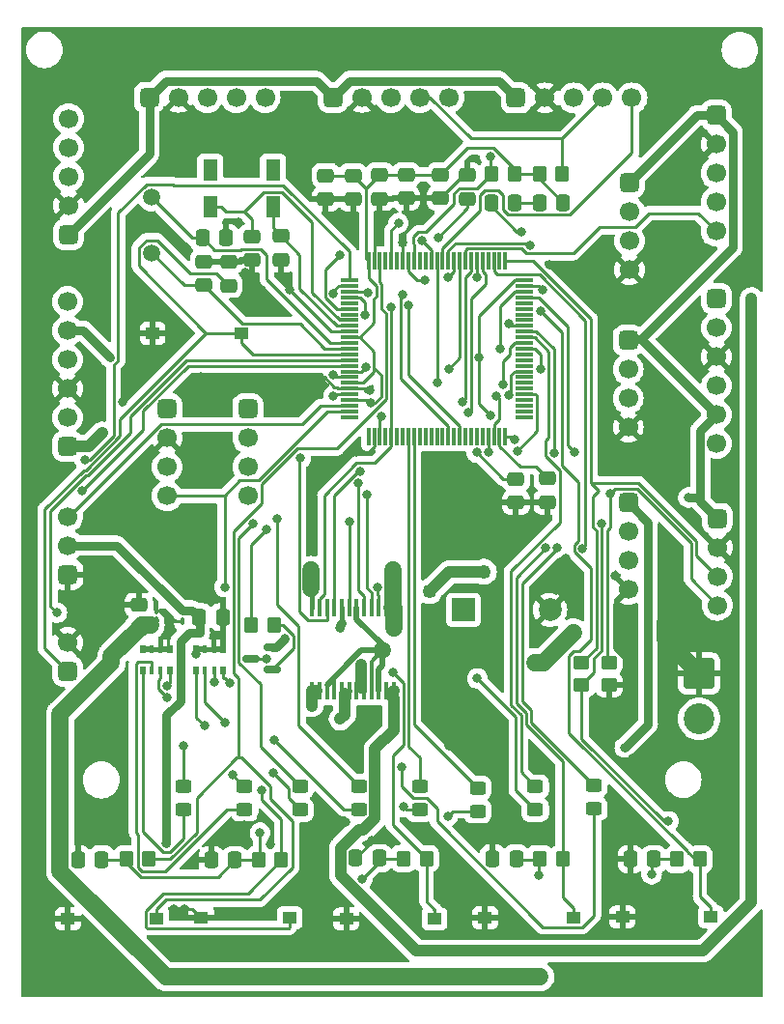
<source format=gtl>
G04 #@! TF.GenerationSoftware,KiCad,Pcbnew,7.0.5*
G04 #@! TF.CreationDate,2023-10-23T19:09:39+07:00*
G04 #@! TF.ProjectId,STM32F407VGT6,53544d33-3246-4343-9037-564754362e6b,rev?*
G04 #@! TF.SameCoordinates,Original*
G04 #@! TF.FileFunction,Copper,L1,Top*
G04 #@! TF.FilePolarity,Positive*
%FSLAX46Y46*%
G04 Gerber Fmt 4.6, Leading zero omitted, Abs format (unit mm)*
G04 Created by KiCad (PCBNEW 7.0.5) date 2023-10-23 19:09:39*
%MOMM*%
%LPD*%
G01*
G04 APERTURE LIST*
G04 Aperture macros list*
%AMRoundRect*
0 Rectangle with rounded corners*
0 $1 Rounding radius*
0 $2 $3 $4 $5 $6 $7 $8 $9 X,Y pos of 4 corners*
0 Add a 4 corners polygon primitive as box body*
4,1,4,$2,$3,$4,$5,$6,$7,$8,$9,$2,$3,0*
0 Add four circle primitives for the rounded corners*
1,1,$1+$1,$2,$3*
1,1,$1+$1,$4,$5*
1,1,$1+$1,$6,$7*
1,1,$1+$1,$8,$9*
0 Add four rect primitives between the rounded corners*
20,1,$1+$1,$2,$3,$4,$5,0*
20,1,$1+$1,$4,$5,$6,$7,0*
20,1,$1+$1,$6,$7,$8,$9,0*
20,1,$1+$1,$8,$9,$2,$3,0*%
G04 Aperture macros list end*
G04 #@! TA.AperFunction,SMDPad,CuDef*
%ADD10RoundRect,0.250000X0.475000X-0.337500X0.475000X0.337500X-0.475000X0.337500X-0.475000X-0.337500X0*%
G04 #@! TD*
G04 #@! TA.AperFunction,ComponentPad*
%ADD11RoundRect,0.425000X-0.425000X0.425000X-0.425000X-0.425000X0.425000X-0.425000X0.425000X0.425000X0*%
G04 #@! TD*
G04 #@! TA.AperFunction,ComponentPad*
%ADD12C,1.700000*%
G04 #@! TD*
G04 #@! TA.AperFunction,ComponentPad*
%ADD13RoundRect,0.250001X-1.099999X1.099999X-1.099999X-1.099999X1.099999X-1.099999X1.099999X1.099999X0*%
G04 #@! TD*
G04 #@! TA.AperFunction,ComponentPad*
%ADD14C,2.700000*%
G04 #@! TD*
G04 #@! TA.AperFunction,SMDPad,CuDef*
%ADD15RoundRect,0.250000X0.450000X-0.325000X0.450000X0.325000X-0.450000X0.325000X-0.450000X-0.325000X0*%
G04 #@! TD*
G04 #@! TA.AperFunction,SMDPad,CuDef*
%ADD16RoundRect,0.100000X0.100000X-0.217500X0.100000X0.217500X-0.100000X0.217500X-0.100000X-0.217500X0*%
G04 #@! TD*
G04 #@! TA.AperFunction,SMDPad,CuDef*
%ADD17RoundRect,0.250000X-0.450000X0.350000X-0.450000X-0.350000X0.450000X-0.350000X0.450000X0.350000X0*%
G04 #@! TD*
G04 #@! TA.AperFunction,SMDPad,CuDef*
%ADD18R,0.500000X0.800000*%
G04 #@! TD*
G04 #@! TA.AperFunction,SMDPad,CuDef*
%ADD19R,0.400000X0.800000*%
G04 #@! TD*
G04 #@! TA.AperFunction,ComponentPad*
%ADD20RoundRect,0.425000X-0.425000X-0.425000X0.425000X-0.425000X0.425000X0.425000X-0.425000X0.425000X0*%
G04 #@! TD*
G04 #@! TA.AperFunction,SMDPad,CuDef*
%ADD21RoundRect,0.250000X-0.475000X0.337500X-0.475000X-0.337500X0.475000X-0.337500X0.475000X0.337500X0*%
G04 #@! TD*
G04 #@! TA.AperFunction,SMDPad,CuDef*
%ADD22RoundRect,0.250000X-0.337500X-0.475000X0.337500X-0.475000X0.337500X0.475000X-0.337500X0.475000X0*%
G04 #@! TD*
G04 #@! TA.AperFunction,SMDPad,CuDef*
%ADD23R,1.250000X1.000000*%
G04 #@! TD*
G04 #@! TA.AperFunction,ComponentPad*
%ADD24RoundRect,0.425000X0.425000X-0.425000X0.425000X0.425000X-0.425000X0.425000X-0.425000X-0.425000X0*%
G04 #@! TD*
G04 #@! TA.AperFunction,SMDPad,CuDef*
%ADD25RoundRect,0.250000X0.350000X0.450000X-0.350000X0.450000X-0.350000X-0.450000X0.350000X-0.450000X0*%
G04 #@! TD*
G04 #@! TA.AperFunction,SMDPad,CuDef*
%ADD26RoundRect,0.150000X0.587500X0.150000X-0.587500X0.150000X-0.587500X-0.150000X0.587500X-0.150000X0*%
G04 #@! TD*
G04 #@! TA.AperFunction,SMDPad,CuDef*
%ADD27RoundRect,0.250000X0.337500X0.475000X-0.337500X0.475000X-0.337500X-0.475000X0.337500X-0.475000X0*%
G04 #@! TD*
G04 #@! TA.AperFunction,SMDPad,CuDef*
%ADD28R,0.400000X1.500000*%
G04 #@! TD*
G04 #@! TA.AperFunction,SMDPad,CuDef*
%ADD29RoundRect,0.250000X-0.350000X-0.450000X0.350000X-0.450000X0.350000X0.450000X-0.350000X0.450000X0*%
G04 #@! TD*
G04 #@! TA.AperFunction,SMDPad,CuDef*
%ADD30RoundRect,0.075000X-0.725000X-0.075000X0.725000X-0.075000X0.725000X0.075000X-0.725000X0.075000X0*%
G04 #@! TD*
G04 #@! TA.AperFunction,SMDPad,CuDef*
%ADD31RoundRect,0.075000X-0.075000X-0.725000X0.075000X-0.725000X0.075000X0.725000X-0.075000X0.725000X0*%
G04 #@! TD*
G04 #@! TA.AperFunction,SMDPad,CuDef*
%ADD32R,1.300000X1.900000*%
G04 #@! TD*
G04 #@! TA.AperFunction,ComponentPad*
%ADD33C,1.500000*%
G04 #@! TD*
G04 #@! TA.AperFunction,SMDPad,CuDef*
%ADD34RoundRect,0.100000X-0.100000X0.217500X-0.100000X-0.217500X0.100000X-0.217500X0.100000X0.217500X0*%
G04 #@! TD*
G04 #@! TA.AperFunction,ComponentPad*
%ADD35R,2.000000X2.000000*%
G04 #@! TD*
G04 #@! TA.AperFunction,ComponentPad*
%ADD36C,2.000000*%
G04 #@! TD*
G04 #@! TA.AperFunction,ViaPad*
%ADD37C,0.800000*%
G04 #@! TD*
G04 #@! TA.AperFunction,ViaPad*
%ADD38C,1.500000*%
G04 #@! TD*
G04 #@! TA.AperFunction,ViaPad*
%ADD39C,1.250000*%
G04 #@! TD*
G04 #@! TA.AperFunction,Conductor*
%ADD40C,0.250000*%
G04 #@! TD*
G04 #@! TA.AperFunction,Conductor*
%ADD41C,1.500000*%
G04 #@! TD*
G04 #@! TA.AperFunction,Conductor*
%ADD42C,0.750000*%
G04 #@! TD*
G04 #@! TA.AperFunction,Conductor*
%ADD43C,0.400600*%
G04 #@! TD*
G04 #@! TA.AperFunction,Conductor*
%ADD44C,0.399800*%
G04 #@! TD*
G04 #@! TA.AperFunction,Conductor*
%ADD45C,1.000000*%
G04 #@! TD*
G04 #@! TA.AperFunction,Conductor*
%ADD46C,0.350000*%
G04 #@! TD*
G04 #@! TA.AperFunction,Conductor*
%ADD47C,0.500000*%
G04 #@! TD*
G04 APERTURE END LIST*
D10*
X140270000Y-78197500D03*
X140270000Y-76122500D03*
D11*
X132810000Y-91250000D03*
D12*
X132810000Y-93790000D03*
X132810000Y-96330000D03*
X132810000Y-98870000D03*
D13*
X179460000Y-114452500D03*
D14*
X179460000Y-118412500D03*
D10*
X130306000Y-110521000D03*
X130306000Y-108446000D03*
D15*
X160040000Y-126510000D03*
X160040000Y-124460000D03*
D16*
X134116000Y-109837000D03*
X134116000Y-109022000D03*
D11*
X173340000Y-71420000D03*
D12*
X173340000Y-73960000D03*
X173340000Y-76500000D03*
X173340000Y-79040000D03*
D11*
X139879000Y-91250000D03*
D12*
X139879000Y-93790000D03*
X139879000Y-96330000D03*
X139879000Y-98870000D03*
D15*
X139600000Y-126340000D03*
X139600000Y-124290000D03*
D17*
X169150000Y-113460000D03*
X169150000Y-115460000D03*
D18*
X130640000Y-114130000D03*
D19*
X131440000Y-114130000D03*
X132240000Y-114130000D03*
D18*
X133040000Y-114130000D03*
X133040000Y-112330000D03*
D19*
X132240000Y-112330000D03*
X131440000Y-112330000D03*
D18*
X130640000Y-112330000D03*
D15*
X154940000Y-126400000D03*
X154940000Y-124350000D03*
X165080000Y-126400000D03*
X165080000Y-124350000D03*
D20*
X147350000Y-63940000D03*
D12*
X149890000Y-63940000D03*
X152430000Y-63940000D03*
X154970000Y-63940000D03*
X157510000Y-63940000D03*
D21*
X136040000Y-78335000D03*
X136040000Y-80410000D03*
D22*
X161339000Y-130656000D03*
X163414000Y-130656000D03*
D11*
X173230000Y-85240000D03*
D12*
X173230000Y-87780000D03*
X173230000Y-90320000D03*
X173230000Y-92860000D03*
D23*
X143545000Y-135850000D03*
X135795000Y-135850000D03*
D21*
X138180000Y-78355000D03*
X138180000Y-80430000D03*
D22*
X136685000Y-130800000D03*
X138760000Y-130800000D03*
D21*
X146700000Y-70782500D03*
X146700000Y-72857500D03*
X151450000Y-70745000D03*
X151450000Y-72820000D03*
X149100000Y-70785000D03*
X149100000Y-72860000D03*
X159130000Y-70750000D03*
X159130000Y-72825000D03*
D24*
X124080000Y-114270000D03*
D12*
X124080000Y-111730000D03*
D25*
X142820000Y-130750000D03*
X140820000Y-130750000D03*
D26*
X142051000Y-112176000D03*
X142051000Y-114076000D03*
X140176000Y-113126000D03*
D11*
X180939200Y-65510000D03*
D12*
X180939200Y-68050000D03*
X180939200Y-70590000D03*
X180939200Y-73130000D03*
X180939200Y-75670000D03*
D24*
X124155500Y-75962500D03*
D12*
X124155500Y-73422500D03*
X124155500Y-70882500D03*
X124155500Y-68342500D03*
X124155500Y-65802500D03*
D25*
X131197500Y-130720000D03*
X129197500Y-130720000D03*
D23*
X160675000Y-135850000D03*
X168425000Y-135850000D03*
D10*
X163390000Y-99465000D03*
X163390000Y-97390000D03*
D15*
X134260000Y-126380000D03*
X134260000Y-124330000D03*
X144480000Y-126400000D03*
X144480000Y-124350000D03*
D27*
X167545000Y-73180000D03*
X165470000Y-73180000D03*
D22*
X124980000Y-130750000D03*
X127055000Y-130750000D03*
D15*
X149630000Y-126340000D03*
X149630000Y-124290000D03*
X170230000Y-126290000D03*
X170230000Y-124240000D03*
D20*
X131230000Y-63940000D03*
D12*
X133770000Y-63940000D03*
X136310000Y-63940000D03*
X138850000Y-63940000D03*
X141390000Y-63940000D03*
D23*
X131535000Y-84620000D03*
X139285000Y-84620000D03*
X172730000Y-135780000D03*
X180480000Y-135780000D03*
D25*
X167478000Y-130656000D03*
X165478000Y-130656000D03*
D28*
X145510000Y-115955000D03*
X146160000Y-115955000D03*
X146810000Y-115955000D03*
X147460000Y-115955000D03*
X148110000Y-115955000D03*
X148760000Y-115955000D03*
X149410000Y-115955000D03*
X150060000Y-115955000D03*
X150710000Y-115955000D03*
X151360000Y-115955000D03*
X152010000Y-115955000D03*
X152660000Y-115955000D03*
X152660000Y-108705000D03*
X152010000Y-108705000D03*
X151360000Y-108705000D03*
X150710000Y-108705000D03*
X150060000Y-108705000D03*
X149410000Y-108705000D03*
X148760000Y-108705000D03*
X148110000Y-108705000D03*
X147460000Y-108705000D03*
X146810000Y-108705000D03*
X146160000Y-108705000D03*
X145510000Y-108705000D03*
D11*
X181040000Y-100840000D03*
D12*
X181040000Y-103380000D03*
X181040000Y-105920000D03*
X181040000Y-108460000D03*
D24*
X124060000Y-94540000D03*
D12*
X124060000Y-92000000D03*
X124060000Y-89460000D03*
X124060000Y-86920000D03*
X124060000Y-84380000D03*
X124060000Y-81840000D03*
D10*
X166160000Y-99435000D03*
X166160000Y-97360000D03*
D11*
X173230000Y-99440000D03*
D12*
X173230000Y-101980000D03*
X173230000Y-104520000D03*
X173230000Y-107060000D03*
D29*
X161270000Y-70650000D03*
X163270000Y-70650000D03*
D11*
X180979200Y-81580000D03*
D12*
X180979200Y-84120000D03*
X180979200Y-86660000D03*
X180979200Y-89200000D03*
X180979200Y-91740000D03*
X180979200Y-94280000D03*
D21*
X156780000Y-70720000D03*
X156780000Y-72795000D03*
D30*
X148785000Y-79970000D03*
X148785000Y-80470000D03*
X148785000Y-80970000D03*
X148785000Y-81470000D03*
X148785000Y-81970000D03*
X148785000Y-82470000D03*
X148785000Y-82970000D03*
X148785000Y-83470000D03*
X148785000Y-83970000D03*
X148785000Y-84470000D03*
X148785000Y-84970000D03*
X148785000Y-85470000D03*
X148785000Y-85970000D03*
X148785000Y-86470000D03*
X148785000Y-86970000D03*
X148785000Y-87470000D03*
X148785000Y-87970000D03*
X148785000Y-88470000D03*
X148785000Y-88970000D03*
X148785000Y-89470000D03*
X148785000Y-89970000D03*
X148785000Y-90470000D03*
X148785000Y-90970000D03*
X148785000Y-91470000D03*
X148785000Y-91970000D03*
D31*
X150460000Y-93645000D03*
X150960000Y-93645000D03*
X151460000Y-93645000D03*
X151960000Y-93645000D03*
X152460000Y-93645000D03*
X152960000Y-93645000D03*
X153460000Y-93645000D03*
X153960000Y-93645000D03*
X154460000Y-93645000D03*
X154960000Y-93645000D03*
X155460000Y-93645000D03*
X155960000Y-93645000D03*
X156460000Y-93645000D03*
X156960000Y-93645000D03*
X157460000Y-93645000D03*
X157960000Y-93645000D03*
X158460000Y-93645000D03*
X158960000Y-93645000D03*
X159460000Y-93645000D03*
X159960000Y-93645000D03*
X160460000Y-93645000D03*
X160960000Y-93645000D03*
X161460000Y-93645000D03*
X161960000Y-93645000D03*
X162460000Y-93645000D03*
D30*
X164135000Y-91970000D03*
X164135000Y-91470000D03*
X164135000Y-90970000D03*
X164135000Y-90470000D03*
X164135000Y-89970000D03*
X164135000Y-89470000D03*
X164135000Y-88970000D03*
X164135000Y-88470000D03*
X164135000Y-87970000D03*
X164135000Y-87470000D03*
X164135000Y-86970000D03*
X164135000Y-86470000D03*
X164135000Y-85970000D03*
X164135000Y-85470000D03*
X164135000Y-84970000D03*
X164135000Y-84470000D03*
X164135000Y-83970000D03*
X164135000Y-83470000D03*
X164135000Y-82970000D03*
X164135000Y-82470000D03*
X164135000Y-81970000D03*
X164135000Y-81470000D03*
X164135000Y-80970000D03*
X164135000Y-80470000D03*
X164135000Y-79970000D03*
D31*
X162460000Y-78295000D03*
X161960000Y-78295000D03*
X161460000Y-78295000D03*
X160960000Y-78295000D03*
X160460000Y-78295000D03*
X159960000Y-78295000D03*
X159460000Y-78295000D03*
X158960000Y-78295000D03*
X158460000Y-78295000D03*
X157960000Y-78295000D03*
X157460000Y-78295000D03*
X156960000Y-78295000D03*
X156460000Y-78295000D03*
X155960000Y-78295000D03*
X155460000Y-78295000D03*
X154960000Y-78295000D03*
X154460000Y-78295000D03*
X153960000Y-78295000D03*
X153460000Y-78295000D03*
X152960000Y-78295000D03*
X152460000Y-78295000D03*
X151960000Y-78295000D03*
X151460000Y-78295000D03*
X150960000Y-78295000D03*
X150460000Y-78295000D03*
D29*
X140176000Y-110216000D03*
X142176000Y-110216000D03*
D32*
X136590000Y-73550000D03*
X142090000Y-73550000D03*
X142090000Y-70350000D03*
X136590000Y-70350000D03*
D22*
X149341000Y-130622000D03*
X151416000Y-130622000D03*
D25*
X179520000Y-130720000D03*
X177520000Y-130720000D03*
D17*
X171550000Y-113450000D03*
X171550000Y-115450000D03*
D25*
X155540000Y-130656000D03*
X153540000Y-130656000D03*
D24*
X124100000Y-105760000D03*
D12*
X124100000Y-103220000D03*
X124100000Y-100680000D03*
D10*
X142800000Y-78185000D03*
X142800000Y-76110000D03*
D23*
X124110000Y-135920000D03*
X131860000Y-135920000D03*
D18*
X135330000Y-114140000D03*
D19*
X136130000Y-114140000D03*
X136930000Y-114140000D03*
D18*
X137730000Y-114140000D03*
X137730000Y-112340000D03*
D19*
X136930000Y-112340000D03*
X136130000Y-112340000D03*
D18*
X135330000Y-112340000D03*
D25*
X167460000Y-70630000D03*
X165460000Y-70630000D03*
D21*
X153770000Y-70720000D03*
X153770000Y-72795000D03*
D33*
X131440000Y-72677500D03*
X131440000Y-77557500D03*
D23*
X148505000Y-135950000D03*
X156255000Y-135950000D03*
D34*
X131830000Y-108919000D03*
X131830000Y-109734000D03*
D20*
X163400000Y-63990000D03*
D12*
X165940000Y-63990000D03*
X168480000Y-63990000D03*
X171020000Y-63990000D03*
X173560000Y-63990000D03*
D35*
X158786000Y-108856000D03*
D36*
X166386000Y-108856000D03*
D22*
X173425000Y-130700000D03*
X175500000Y-130700000D03*
D27*
X137970000Y-76260000D03*
X135895000Y-76260000D03*
X163280000Y-73170000D03*
X161205000Y-73170000D03*
D22*
X135597000Y-109505000D03*
X137672000Y-109505000D03*
D37*
X166900000Y-107160000D03*
X177890000Y-120960000D03*
X127112000Y-60198000D03*
X143570000Y-80820000D03*
X176670000Y-115880000D03*
X157500000Y-117860000D03*
X179970000Y-60310000D03*
X126112000Y-60198000D03*
X176670000Y-114880000D03*
X159500000Y-117860000D03*
X182610000Y-139030000D03*
X158500000Y-116860000D03*
X127140000Y-67050000D03*
D38*
X176490000Y-109960000D03*
D37*
X155180000Y-69230000D03*
X139650000Y-79290000D03*
X154260000Y-74650000D03*
X148430000Y-127470000D03*
X128100000Y-70060000D03*
X128270000Y-118160000D03*
X171950000Y-127150000D03*
X133240000Y-86110000D03*
X133090000Y-103050000D03*
X176670000Y-116880000D03*
X133240000Y-84110000D03*
X144960000Y-60250000D03*
X141840000Y-129410000D03*
X121430000Y-122910000D03*
X165754503Y-80815497D03*
X121430000Y-128910000D03*
X178870000Y-76430000D03*
X129830000Y-85140000D03*
X126430000Y-88390000D03*
X133090000Y-104050000D03*
X121430000Y-131910000D03*
X159490000Y-120780000D03*
X172090000Y-105840000D03*
X121430000Y-124910000D03*
X175970000Y-60310000D03*
X151300000Y-76530000D03*
X146960000Y-60250000D03*
X159500000Y-116860000D03*
X155510000Y-128040000D03*
X179160000Y-110410000D03*
X171920000Y-125550000D03*
X141130000Y-81800000D03*
X158500000Y-118860000D03*
X176160000Y-93210000D03*
X128112000Y-60198000D03*
X133240000Y-83110000D03*
X133240000Y-85110000D03*
X131112000Y-60198000D03*
X140960000Y-60250000D03*
X172880000Y-122490000D03*
X129830000Y-84140000D03*
X155230000Y-73740000D03*
X178160000Y-110410000D03*
X128270000Y-120160000D03*
X133030000Y-109860000D03*
X159500000Y-118860000D03*
X160500000Y-118860000D03*
X141100000Y-126960000D03*
X176600000Y-105370000D03*
X158500000Y-119860000D03*
X128100000Y-67060000D03*
X157490000Y-120780000D03*
X153420000Y-76690000D03*
X173600000Y-123110000D03*
X134250000Y-69540000D03*
X166290000Y-78640000D03*
X130112000Y-60198000D03*
X160500000Y-119860000D03*
X150760000Y-129050000D03*
X157718000Y-60198000D03*
X158718000Y-60198000D03*
X127140000Y-70050000D03*
X121430000Y-123910000D03*
X173600000Y-121890000D03*
X178870000Y-75430000D03*
X129830000Y-86140000D03*
X177600000Y-105370000D03*
X134300000Y-135080000D03*
X135730000Y-88460000D03*
X147960000Y-60250000D03*
X160718000Y-60198000D03*
X121430000Y-129910000D03*
X168760000Y-107120000D03*
X159718000Y-60198000D03*
X127140000Y-69050000D03*
X143960000Y-60250000D03*
X134250000Y-67540000D03*
X171810000Y-119880000D03*
X133290000Y-67530000D03*
X133290000Y-69530000D03*
X128940000Y-90630000D03*
X141130000Y-80800000D03*
X133360000Y-135050000D03*
X155220000Y-72800000D03*
X179160000Y-108410000D03*
X173340000Y-116820000D03*
X182610000Y-141030000D03*
X163718000Y-60198000D03*
X178970000Y-60310000D03*
X141960000Y-60250000D03*
X126430000Y-89390000D03*
X128270000Y-119160000D03*
X173320000Y-114810000D03*
X149180000Y-122030000D03*
X129112000Y-60198000D03*
X176670000Y-118880000D03*
X133090000Y-102050000D03*
X129830000Y-83140000D03*
X128100000Y-68060000D03*
X128270000Y-121160000D03*
X176670000Y-117880000D03*
X146640000Y-134980000D03*
X160500000Y-117860000D03*
X159500000Y-119860000D03*
X176970000Y-60310000D03*
X157500000Y-119860000D03*
X133090000Y-105050000D03*
X183610000Y-141030000D03*
X160490000Y-120780000D03*
X139580000Y-127680000D03*
X171620000Y-120860000D03*
X134250000Y-68540000D03*
X160500000Y-116860000D03*
X177870000Y-76430000D03*
X145960000Y-60250000D03*
X158500000Y-117860000D03*
X149360000Y-95030000D03*
X121430000Y-127910000D03*
X139030000Y-74920000D03*
X176160000Y-92210000D03*
X126430000Y-90390000D03*
X182610000Y-140030000D03*
X183610000Y-140030000D03*
X146640000Y-135980000D03*
X129220000Y-89800000D03*
X150610000Y-89640000D03*
X146640000Y-136980000D03*
X155190000Y-74630000D03*
X173970000Y-60310000D03*
X155510000Y-129040000D03*
X183610000Y-139030000D03*
X178160000Y-108410000D03*
X147630000Y-127100000D03*
X158490000Y-120780000D03*
X162718000Y-60198000D03*
X174970000Y-60310000D03*
X178160000Y-109410000D03*
X177970000Y-60310000D03*
X125112000Y-60198000D03*
X177870000Y-75430000D03*
X128100000Y-69060000D03*
X157500000Y-118860000D03*
X161718000Y-60198000D03*
X121430000Y-126910000D03*
X126430000Y-91390000D03*
X121430000Y-130910000D03*
X135300000Y-112740000D03*
X157500000Y-116860000D03*
X179160000Y-109410000D03*
X167750000Y-104350000D03*
X132112000Y-60198000D03*
X167810000Y-107100000D03*
X127140000Y-68050000D03*
X178780000Y-120960000D03*
X141130000Y-82800000D03*
X142960000Y-60250000D03*
X121430000Y-125910000D03*
X133290000Y-68530000D03*
X147913000Y-110475100D03*
X178509700Y-99007500D03*
X132742100Y-129357700D03*
X143127400Y-111411900D03*
X127788800Y-86716000D03*
X135656500Y-110881500D03*
X172925000Y-120915000D03*
X151578200Y-91868700D03*
X170879000Y-101329300D03*
X176777299Y-127392701D03*
X140939100Y-128381200D03*
X165368700Y-132099300D03*
X160152100Y-86743500D03*
X175288700Y-132036400D03*
X150651098Y-90745899D03*
X149919300Y-132462900D03*
X163234000Y-93928400D03*
X161160100Y-91824400D03*
X161969200Y-86000000D03*
X159947500Y-95075300D03*
X141523500Y-113126000D03*
X152588500Y-105385000D03*
X145441600Y-105385000D03*
X165511200Y-141005500D03*
X152660000Y-110405300D03*
X147911100Y-77787600D03*
X156544300Y-76224900D03*
X134260000Y-120812500D03*
X123129850Y-109110150D03*
X138536400Y-123325800D03*
X125379600Y-98446100D03*
X132828700Y-116550500D03*
X142141300Y-123173300D03*
X140323800Y-101317600D03*
X150201300Y-87571300D03*
X142210700Y-120245800D03*
X132829000Y-115520900D03*
X147382800Y-88243100D03*
X142453200Y-100890800D03*
X153564700Y-126143900D03*
X136055600Y-119002500D03*
X157430100Y-126916100D03*
X137910600Y-118712500D03*
X136930000Y-115144000D03*
X160010000Y-114870500D03*
X138295400Y-115245800D03*
X153353500Y-122649300D03*
X167006768Y-103429164D03*
X169236600Y-103464100D03*
X145510000Y-117270000D03*
X127103600Y-93346200D03*
X147976300Y-118439300D03*
X153984300Y-82181400D03*
X153458500Y-81208500D03*
X184034800Y-81580000D03*
D39*
X160580000Y-105510000D03*
X155810000Y-107230000D03*
D37*
X149809600Y-113703300D03*
X155393300Y-80001100D03*
X162728600Y-90059700D03*
X147382900Y-90087200D03*
X163876600Y-75689900D03*
X161124400Y-69099700D03*
X153087000Y-74967700D03*
X157448700Y-79736500D03*
X159960000Y-79738000D03*
X155118300Y-76487400D03*
X160960000Y-95055500D03*
X161701000Y-90104100D03*
X171634700Y-98699200D03*
X168511500Y-95008900D03*
X163487900Y-94966500D03*
X141507500Y-101836500D03*
X137830900Y-106850600D03*
X151238100Y-106850600D03*
X152460000Y-82296000D03*
X165536200Y-87780000D03*
X162223200Y-89150300D03*
X166711900Y-95088600D03*
X162728600Y-83755300D03*
X148760000Y-101120600D03*
X159207500Y-91578500D03*
X150350500Y-98753100D03*
X158671000Y-90628500D03*
X149550600Y-97774900D03*
X157474900Y-87741900D03*
X164614700Y-76882300D03*
X144511700Y-95574600D03*
X149696700Y-96762400D03*
X156460000Y-88903800D03*
X141117800Y-124638900D03*
X125556900Y-95691900D03*
X152590000Y-114375500D03*
X147382800Y-81149900D03*
X150400700Y-81096700D03*
X166007299Y-103437299D03*
X150188800Y-83048300D03*
X165544800Y-82637500D03*
D38*
X151680000Y-112410000D03*
X165010000Y-113470000D03*
X168450000Y-110850000D03*
D40*
X149360000Y-95030000D02*
X150490685Y-95030000D01*
X150960000Y-76870000D02*
X150960000Y-78295000D01*
X173320000Y-113606827D02*
X173320000Y-114810000D01*
X165409006Y-80470000D02*
X164135000Y-80470000D01*
X146560000Y-88460000D02*
X147462200Y-89362200D01*
X133030000Y-109860000D02*
X132089000Y-108919000D01*
X143570000Y-80820000D02*
X147220000Y-84470000D01*
X147683205Y-89362200D02*
X147791005Y-89470000D01*
X151300000Y-76530000D02*
X150960000Y-76870000D01*
X150960000Y-94560685D02*
X150960000Y-93645000D01*
X133030000Y-109860000D02*
X134093000Y-109860000D01*
X148785000Y-89470000D02*
X150440000Y-89470000D01*
X133360000Y-135050000D02*
X134270000Y-135050000D01*
X147462200Y-89362200D02*
X147683205Y-89362200D01*
D41*
X176490000Y-111482500D02*
X179460000Y-114452500D01*
D40*
X153460000Y-76730000D02*
X153460000Y-78295000D01*
X132089000Y-108919000D02*
X131830000Y-108919000D01*
X150440000Y-89470000D02*
X150610000Y-89640000D01*
X150760000Y-129203000D02*
X149341000Y-130622000D01*
X159130000Y-70750000D02*
X158825000Y-70750000D01*
X173230000Y-107060000D02*
X171970000Y-108320000D01*
X150490685Y-95030000D02*
X150960000Y-94560685D01*
X134270000Y-135050000D02*
X134300000Y-135080000D01*
X153420000Y-76690000D02*
X153460000Y-76730000D01*
X135730000Y-88460000D02*
X146560000Y-88460000D01*
X150760000Y-129050000D02*
X150760000Y-129203000D01*
X158825000Y-70750000D02*
X156780000Y-72795000D01*
X135025000Y-135080000D02*
X135795000Y-135850000D01*
X171970000Y-108320000D02*
X171970000Y-112256827D01*
X147791005Y-89470000D02*
X148785000Y-89470000D01*
X134300000Y-135080000D02*
X135025000Y-135080000D01*
X147220000Y-84470000D02*
X148785000Y-84470000D01*
D41*
X176490000Y-109960000D02*
X176490000Y-111482500D01*
D40*
X171970000Y-112256827D02*
X173320000Y-113606827D01*
X165754503Y-80815497D02*
X165409006Y-80470000D01*
D42*
X179544100Y-99007500D02*
X179544100Y-99344100D01*
X179544100Y-99344100D02*
X181040000Y-100840000D01*
X135597000Y-109505000D02*
X134992000Y-108900000D01*
X135597000Y-109505000D02*
X135656500Y-109564500D01*
X178509700Y-99007500D02*
X179544100Y-99007500D01*
X180939200Y-65510000D02*
X182406100Y-66976900D01*
X174365300Y-85126100D02*
X180979200Y-91740000D01*
X148110000Y-110030400D02*
X147913000Y-110227400D01*
X142051000Y-112176000D02*
X142363300Y-112176000D01*
X134698500Y-110881500D02*
X135656500Y-110881500D01*
X179544100Y-93175100D02*
X180979200Y-91740000D01*
X172925000Y-120915000D02*
X174970000Y-118870000D01*
X133960000Y-116862100D02*
X133960000Y-111620000D01*
X174365300Y-85126100D02*
X173343900Y-85126100D01*
X132742100Y-129357700D02*
X132742100Y-118080000D01*
D43*
X134194300Y-108943700D02*
X134116000Y-109022000D01*
D42*
X135656500Y-109564500D02*
X135656500Y-110881500D01*
X124100000Y-103220000D02*
X128390000Y-103220000D01*
X132682500Y-62487500D02*
X131230000Y-63940000D01*
X134992000Y-108900000D02*
X134238000Y-108900000D01*
X148804500Y-62485500D02*
X161895500Y-62485500D01*
X174970000Y-101180000D02*
X173230000Y-99440000D01*
X145897500Y-62487500D02*
X132682500Y-62487500D01*
X161895500Y-62485500D02*
X163400000Y-63990000D01*
X133960000Y-111620000D02*
X134698500Y-110881500D01*
X179250000Y-65510000D02*
X180939200Y-65510000D01*
X131230000Y-68888000D02*
X131230000Y-63940000D01*
X182406100Y-77085300D02*
X174365300Y-85126100D01*
X147913000Y-110227400D02*
X147913000Y-110475100D01*
X147350000Y-63940000D02*
X145897500Y-62487500D01*
D44*
X148110000Y-110030400D02*
X148110000Y-108705000D01*
D42*
X128390000Y-103220000D02*
X134113700Y-108943700D01*
X147350000Y-63940000D02*
X148804500Y-62485500D01*
X182406100Y-66976900D02*
X182406100Y-77085300D01*
X124060000Y-84380000D02*
X125452800Y-84380000D01*
X173340000Y-71420000D02*
X179250000Y-65510000D01*
X132742100Y-118080000D02*
X133960000Y-116862100D01*
X142363300Y-112176000D02*
X143127400Y-111411900D01*
X124155500Y-75962500D02*
X131230000Y-68888000D01*
X134113700Y-108943700D02*
X134194300Y-108943700D01*
X179544100Y-99007500D02*
X179544100Y-93175100D01*
X125452800Y-84380000D02*
X127788800Y-86716000D01*
X174970000Y-118870000D02*
X174970000Y-101180000D01*
X173343900Y-85126100D02*
X173230000Y-85240000D01*
X134238000Y-108900000D02*
X134194300Y-108943700D01*
D40*
X149097500Y-70782500D02*
X146700000Y-70782500D01*
X137305100Y-132254900D02*
X130476000Y-132254900D01*
X148785000Y-90470000D02*
X150370000Y-90470000D01*
X160152100Y-83072100D02*
X163254200Y-79970000D01*
X151460000Y-93645000D02*
X151460000Y-91986900D01*
X149690100Y-84970000D02*
X148785000Y-84970000D01*
X169150000Y-120153604D02*
X169150000Y-115460000D01*
X150932300Y-81590900D02*
X151138000Y-81385200D01*
X176389097Y-127392701D02*
X169150000Y-120153604D01*
X160152100Y-86743500D02*
X160152100Y-90816400D01*
X149690100Y-84970000D02*
X150932300Y-83727800D01*
X151416000Y-130656000D02*
X151416000Y-130622000D01*
X150932300Y-83727800D02*
X150932300Y-81590900D01*
X140770000Y-130800000D02*
X138760000Y-130800000D01*
X151560000Y-90180000D02*
X150994101Y-90745899D01*
X151138000Y-80464500D02*
X150460000Y-79786500D01*
X129197500Y-130750000D02*
X129197500Y-130720000D01*
X163523300Y-130765300D02*
X163414000Y-130656000D01*
X150651098Y-90745899D02*
X150375199Y-90470000D01*
X153770000Y-70720000D02*
X153745000Y-70745000D01*
X150255000Y-71940000D02*
X150255000Y-78090000D01*
X150255000Y-71940000D02*
X149100000Y-70785000D01*
X170879000Y-112436900D02*
X170879000Y-101329300D01*
X160152100Y-86743500D02*
X160152100Y-83072100D01*
X150940900Y-87640000D02*
X150940900Y-88039100D01*
X151416000Y-130966200D02*
X151416000Y-130656000D01*
X140820000Y-130750000D02*
X140939100Y-130630900D01*
X150010000Y-88970000D02*
X148785000Y-88970000D01*
X163270000Y-70219600D02*
X161424800Y-68374400D01*
X129197500Y-130976400D02*
X129197500Y-130750000D01*
X151450000Y-70745000D02*
X150255000Y-71940000D01*
X150255000Y-78090000D02*
X150460000Y-78295000D01*
X170230000Y-114380000D02*
X170230000Y-113085900D01*
X165460000Y-71095000D02*
X167545000Y-73180000D01*
X170230000Y-113085900D02*
X170879000Y-112436900D01*
X163270000Y-70650000D02*
X163270000Y-70219600D01*
X177520000Y-130720000D02*
X177500000Y-130700000D01*
X129197500Y-130750000D02*
X127055000Y-130750000D01*
X149919300Y-132462900D02*
X151416000Y-130966200D01*
X130476000Y-132254900D02*
X129197500Y-130976400D01*
X162460000Y-93645000D02*
X162950600Y-93645000D01*
X165460000Y-70650000D02*
X163270000Y-70650000D01*
X150940900Y-86220800D02*
X150940900Y-87640000D01*
X165460000Y-70630000D02*
X165460000Y-70650000D01*
X150940900Y-87640000D02*
X151560000Y-88259100D01*
X151138000Y-81385200D02*
X151138000Y-80464500D01*
X175288700Y-132036400D02*
X175288700Y-130911300D01*
X151560000Y-88259100D02*
X151560000Y-90180000D01*
X150375199Y-90470000D02*
X148785000Y-90470000D01*
X153745000Y-70745000D02*
X151450000Y-70745000D01*
X140939100Y-130630900D02*
X140939100Y-128381200D01*
X140820000Y-130750000D02*
X140770000Y-130800000D01*
X161424800Y-68374400D02*
X159125600Y-68374400D01*
X169150000Y-115460000D02*
X170230000Y-114380000D01*
X165368700Y-130765300D02*
X163523300Y-130765300D01*
X177500000Y-130700000D02*
X175500000Y-130700000D01*
X149100000Y-70785000D02*
X149097500Y-70782500D01*
X156780000Y-70720000D02*
X153770000Y-70720000D01*
X163254200Y-79970000D02*
X164135000Y-79970000D01*
X151460000Y-91986900D02*
X151578200Y-91868700D01*
X159125600Y-68374400D02*
X156780000Y-70720000D01*
X165368700Y-130765300D02*
X165368700Y-132099300D01*
X150994101Y-90745899D02*
X150651098Y-90745899D01*
X162950600Y-93645000D02*
X163234000Y-93928400D01*
X150460000Y-79786500D02*
X150460000Y-78295000D01*
X151416000Y-130656000D02*
X153540000Y-130656000D01*
X175288700Y-130911300D02*
X175500000Y-130700000D01*
X165478000Y-130656000D02*
X165368700Y-130765300D01*
X150940900Y-88039100D02*
X150010000Y-88970000D01*
X160152100Y-90816400D02*
X161160100Y-91824400D01*
X176777299Y-127392701D02*
X176389097Y-127392701D01*
X138760000Y-130800000D02*
X137305100Y-132254900D01*
X149690100Y-84970000D02*
X150940900Y-86220800D01*
X165460000Y-70650000D02*
X165460000Y-71095000D01*
X162262200Y-97390000D02*
X159947500Y-95075300D01*
X161969200Y-82240800D02*
X161969200Y-86000000D01*
X163240000Y-80970000D02*
X161969200Y-82240800D01*
X163390000Y-97390000D02*
X162262200Y-97390000D01*
X164135000Y-80970000D02*
X163240000Y-80970000D01*
X165134700Y-96334700D02*
X166160000Y-97360000D01*
X161960000Y-94520400D02*
X163774300Y-96334700D01*
X161960000Y-93645000D02*
X161960000Y-94520400D01*
X163774300Y-96334700D02*
X165134700Y-96334700D01*
X144628900Y-92606000D02*
X146264900Y-90970000D01*
X132250700Y-92606000D02*
X144628900Y-92606000D01*
X146264900Y-90970000D02*
X148785000Y-90970000D01*
X124100000Y-100680000D02*
X124176700Y-100680000D01*
X124176700Y-100680000D02*
X132250700Y-92606000D01*
X140176000Y-113126000D02*
X141523500Y-113126000D01*
D41*
X123433800Y-117996600D02*
X127918300Y-113512100D01*
D43*
X131335600Y-110228400D02*
X131830000Y-109734000D01*
D44*
X145510000Y-107554800D02*
X145510000Y-108705000D01*
X152510500Y-108705000D02*
X152010000Y-108705000D01*
D41*
X152588500Y-108705000D02*
X152588500Y-105385000D01*
X152660000Y-108705000D02*
X152660000Y-110405300D01*
D44*
X145441600Y-107486400D02*
X145510000Y-107554800D01*
D41*
X132675700Y-141005500D02*
X123433800Y-131763600D01*
X123433800Y-131763600D02*
X123433800Y-117996600D01*
X127918300Y-113512100D02*
X127918300Y-112908700D01*
X127918300Y-112908700D02*
X130306000Y-110521000D01*
X130598600Y-110228400D02*
X131335600Y-110228400D01*
X130306000Y-110521000D02*
X130598600Y-110228400D01*
X165511200Y-141005500D02*
X132675700Y-141005500D01*
X152660000Y-108705000D02*
X152588500Y-108705000D01*
X152588500Y-108705000D02*
X152510500Y-108705000D01*
D44*
X145441600Y-107004500D02*
X145441600Y-107486400D01*
D41*
X145441600Y-107004500D02*
X145441600Y-105385000D01*
D40*
X139322600Y-77251500D02*
X139233100Y-77341000D01*
X141535000Y-77752900D02*
X141033600Y-77251500D01*
X147140000Y-85470000D02*
X141535000Y-79865000D01*
X141535000Y-79865000D02*
X141535000Y-77752900D01*
X139233100Y-77341000D02*
X136976000Y-77341000D01*
X135022500Y-76260000D02*
X135895000Y-76260000D01*
X141033600Y-77251500D02*
X139322600Y-77251500D01*
X136976000Y-77341000D02*
X135895000Y-76260000D01*
X148785000Y-85470000D02*
X147140000Y-85470000D01*
X131440000Y-72677500D02*
X135022500Y-76260000D01*
X146635100Y-85970000D02*
X148785000Y-85970000D01*
X131440000Y-77557500D02*
X134292500Y-80410000D01*
X139405900Y-83775900D02*
X144441000Y-83775900D01*
X134292500Y-80410000D02*
X136040000Y-80410000D01*
X136040000Y-80410000D02*
X139405900Y-83775900D01*
X144441000Y-83775900D02*
X146635100Y-85970000D01*
X146657400Y-79041300D02*
X146657400Y-81450300D01*
X146657400Y-81450300D02*
X147677100Y-82470000D01*
X147677100Y-82470000D02*
X148785000Y-82470000D01*
X159130000Y-73639200D02*
X159130000Y-72825000D01*
X156544300Y-76224900D02*
X159130000Y-73639200D01*
X147911100Y-77787600D02*
X146657400Y-79041300D01*
X163280000Y-73170000D02*
X163290000Y-73180000D01*
X163290000Y-73180000D02*
X165470000Y-73180000D01*
X139559700Y-73944200D02*
X137959500Y-73944200D01*
X140270000Y-76122500D02*
X140270000Y-74654500D01*
X141271700Y-72232200D02*
X142861000Y-72232200D01*
X147914800Y-83470000D02*
X148785000Y-83470000D01*
X137959500Y-73944200D02*
X137565300Y-73550000D01*
X145501100Y-74872300D02*
X145501100Y-81056300D01*
X142861000Y-72232200D02*
X145501100Y-74872300D01*
X139559700Y-73944200D02*
X141271700Y-72232200D01*
X145501100Y-81056300D02*
X147914800Y-83470000D01*
X136590000Y-73550000D02*
X137565300Y-73550000D01*
X140270000Y-74654500D02*
X139559700Y-73944200D01*
X144420000Y-80708100D02*
X147681900Y-83970000D01*
X142090000Y-75400000D02*
X142800000Y-76110000D01*
X144420000Y-77730000D02*
X144420000Y-80708100D01*
X142800000Y-76110000D02*
X144420000Y-77730000D01*
X142090000Y-73550000D02*
X142090000Y-75400000D01*
X147681900Y-83970000D02*
X148785000Y-83970000D01*
X148785000Y-86470000D02*
X140309700Y-86470000D01*
X140309700Y-86470000D02*
X139285000Y-85445300D01*
X136212300Y-84620000D02*
X130325400Y-78733100D01*
X130325400Y-77111500D02*
X130973900Y-76463000D01*
X122060000Y-112250000D02*
X122060000Y-100046800D01*
X131928200Y-76463000D02*
X134837700Y-79372500D01*
X128682900Y-93625796D02*
X128682900Y-92149400D01*
X130973900Y-76463000D02*
X131928200Y-76463000D01*
X125675196Y-96633500D02*
X128682900Y-93625796D01*
X128682900Y-92149400D02*
X136212300Y-84620000D01*
X136212300Y-84620000D02*
X139285000Y-84620000D01*
X134837700Y-79372500D02*
X137122500Y-79372500D01*
X139285000Y-84620000D02*
X139285000Y-85445300D01*
X130325400Y-78733100D02*
X130325400Y-77111500D01*
X122060000Y-100046800D02*
X125473300Y-96633500D01*
X124080000Y-114270000D02*
X122060000Y-112250000D01*
X137122500Y-79372500D02*
X138180000Y-80430000D01*
X125473300Y-96633500D02*
X125675196Y-96633500D01*
X130640000Y-128297100D02*
X132426000Y-130083100D01*
X134260000Y-128865800D02*
X134260000Y-126380000D01*
X132426000Y-130083100D02*
X133042700Y-130083100D01*
X133042700Y-130083100D02*
X134260000Y-128865800D01*
X130640000Y-114130000D02*
X130640000Y-114855300D01*
X130640000Y-114855300D02*
X130640000Y-128297100D01*
X122590000Y-100183600D02*
X125689700Y-97083900D01*
X125689700Y-97083900D02*
X125862300Y-97083900D01*
X122590000Y-108570300D02*
X122590000Y-100183600D01*
X125862300Y-97083900D02*
X129585500Y-93360700D01*
X123129850Y-109110150D02*
X122590000Y-108570300D01*
X129585500Y-91910300D02*
X134525800Y-86970000D01*
X134260000Y-124330000D02*
X134260000Y-120812500D01*
X129585500Y-93360700D02*
X129585500Y-91910300D01*
X134525800Y-86970000D02*
X148785000Y-86970000D01*
X130060500Y-128354500D02*
X130271200Y-128565200D01*
X138081200Y-126340000D02*
X139600000Y-126340000D01*
X130060500Y-113598700D02*
X130060500Y-128354500D01*
X131440000Y-114130000D02*
X131440000Y-113404700D01*
X130254500Y-113404700D02*
X130060500Y-113598700D01*
X131440000Y-113404700D02*
X130254500Y-113404700D01*
X130271200Y-128565200D02*
X130271200Y-131413200D01*
X132645700Y-131775500D02*
X138081200Y-126340000D01*
X130271200Y-131413200D02*
X130633500Y-131775500D01*
X130633500Y-131775500D02*
X132645700Y-131775500D01*
X134662800Y-87470000D02*
X148785000Y-87470000D01*
X139500600Y-124290000D02*
X139600000Y-124290000D01*
X130717100Y-91415700D02*
X134662800Y-87470000D01*
X125379600Y-98446100D02*
X130717100Y-93108600D01*
X130717100Y-93108600D02*
X130717100Y-91415700D01*
X138536400Y-123325800D02*
X139500600Y-124290000D01*
X132041700Y-115053600D02*
X132041700Y-115763500D01*
X143442100Y-124474100D02*
X143442100Y-125362100D01*
X132041700Y-115763500D02*
X132828700Y-116550500D01*
X132240000Y-114130000D02*
X132240000Y-114855300D01*
X143442100Y-125362100D02*
X144480000Y-126400000D01*
X132240000Y-114855300D02*
X132041700Y-115053600D01*
X142141300Y-123173300D02*
X143442100Y-124474100D01*
X149802600Y-87970000D02*
X150201300Y-87571300D01*
X139090400Y-113519200D02*
X140965000Y-115393800D01*
X140323800Y-101317600D02*
X139090400Y-102551000D01*
X148785000Y-87970000D02*
X149802600Y-87970000D01*
X139090400Y-102551000D02*
X139090400Y-113519200D01*
X140965000Y-120835000D02*
X144480000Y-124350000D01*
X140965000Y-115393800D02*
X140965000Y-120835000D01*
X142210700Y-120245800D02*
X148304900Y-126340000D01*
X133040000Y-115309900D02*
X132829000Y-115520900D01*
X148304900Y-126340000D02*
X149630000Y-126340000D01*
X133040000Y-114130000D02*
X133040000Y-115309900D01*
X149630000Y-124290000D02*
X144343700Y-119003700D01*
X142453200Y-108373800D02*
X142453200Y-100890800D01*
X147609700Y-88470000D02*
X147382800Y-88243100D01*
X144343700Y-110264300D02*
X142453200Y-108373800D01*
X144343700Y-119003700D02*
X144343700Y-110264300D01*
X148785000Y-88470000D02*
X147609700Y-88470000D01*
X135330000Y-114140000D02*
X135330000Y-118276900D01*
X135330000Y-118276900D02*
X136055600Y-119002500D01*
X153564700Y-126143900D02*
X153820800Y-126400000D01*
X153820800Y-126400000D02*
X154940000Y-126400000D01*
X154940000Y-121810600D02*
X154940000Y-124350000D01*
X153960000Y-93645000D02*
X153960000Y-120830600D01*
X153960000Y-120830600D02*
X154940000Y-121810600D01*
X157430100Y-126916100D02*
X157836200Y-126510000D01*
X136130000Y-116931900D02*
X137910600Y-118712500D01*
X157836200Y-126510000D02*
X160040000Y-126510000D01*
X136130000Y-114140000D02*
X136130000Y-116931900D01*
X154460000Y-93645000D02*
X154460000Y-118880000D01*
X154460000Y-118880000D02*
X160040000Y-124460000D01*
X136930000Y-114865300D02*
X136930000Y-115144000D01*
X160010000Y-114870500D02*
X163374300Y-118234800D01*
X163374300Y-118234800D02*
X163374300Y-124694300D01*
X136930000Y-114140000D02*
X136930000Y-114865300D01*
X163374300Y-124694300D02*
X165080000Y-126400000D01*
X165986600Y-95400100D02*
X167224500Y-96638000D01*
X165986600Y-94023800D02*
X165986600Y-95400100D01*
X166261600Y-93748800D02*
X165986600Y-94023800D01*
X166261600Y-86213000D02*
X166261600Y-93748800D01*
X163824300Y-123094300D02*
X165080000Y-124350000D01*
X167224500Y-96638000D02*
X167224500Y-101195500D01*
X162960000Y-117184104D02*
X163824300Y-118048404D01*
X165018600Y-84970000D02*
X166261600Y-86213000D01*
X163824300Y-118048404D02*
X163824300Y-123094300D01*
X167224500Y-101195500D02*
X162960000Y-105460000D01*
X164135000Y-84970000D02*
X165018600Y-84970000D01*
X162960000Y-105460000D02*
X162960000Y-117184104D01*
X137730000Y-114140000D02*
X137730000Y-114865300D01*
X137914900Y-114865300D02*
X138295400Y-115245800D01*
X169197200Y-136675400D02*
X170230000Y-135642600D01*
X153353500Y-124357400D02*
X154371100Y-125375000D01*
X137730000Y-114865300D02*
X137914900Y-114865300D01*
X156466400Y-126267300D02*
X156466400Y-127414400D01*
X155574100Y-125375000D02*
X156466400Y-126267300D01*
X153353500Y-122649300D02*
X153353500Y-124357400D01*
X156466400Y-127414400D02*
X165727400Y-136675400D01*
X154371100Y-125375000D02*
X155574100Y-125375000D01*
X165727400Y-136675400D02*
X169197200Y-136675400D01*
X170230000Y-135642600D02*
X170230000Y-126290000D01*
X169441900Y-103258800D02*
X169236600Y-103464100D01*
X167006768Y-103429164D02*
X167006768Y-103463135D01*
X165448004Y-79484400D02*
X169441900Y-83478296D01*
X163910000Y-106559903D02*
X163910000Y-116861312D01*
X164724300Y-117675612D02*
X164724300Y-118734300D01*
X161460000Y-79176200D02*
X161768200Y-79484400D01*
X164724300Y-118734300D02*
X170230000Y-124240000D01*
X169441900Y-83478296D02*
X169441900Y-103258800D01*
X163910000Y-116861312D02*
X164724300Y-117675612D01*
X161460000Y-78295000D02*
X161460000Y-79176200D01*
X161768200Y-79484400D02*
X165448004Y-79484400D01*
X167006768Y-103463135D02*
X163910000Y-106559903D01*
D44*
X145909600Y-115955000D02*
X146160000Y-115955000D01*
D45*
X145510000Y-117270000D02*
X145510000Y-115955000D01*
X124060000Y-94540000D02*
X125909800Y-94540000D01*
X125909800Y-94540000D02*
X127103600Y-93346200D01*
X145909600Y-115955000D02*
X145510000Y-115955000D01*
X147976300Y-118439300D02*
X148360400Y-118055200D01*
D44*
X148360400Y-116205400D02*
X148610800Y-115955000D01*
X148610800Y-115955000D02*
X148760000Y-115955000D01*
D45*
X148360400Y-118055200D02*
X148360400Y-116205400D01*
D44*
X148110000Y-115955000D02*
X148360400Y-116205400D01*
D40*
X158460000Y-92752500D02*
X153984300Y-88276800D01*
X158460000Y-93645000D02*
X158460000Y-92752500D01*
X153984300Y-88276800D02*
X153984300Y-82181400D01*
X157460000Y-92761500D02*
X153259000Y-88560500D01*
X153259000Y-81408000D02*
X153458500Y-81208500D01*
X157460000Y-93645000D02*
X157460000Y-92761500D01*
X153259000Y-88560500D02*
X153259000Y-81408000D01*
D45*
X148015300Y-129707500D02*
X148015300Y-132115000D01*
X151031400Y-121048600D02*
X151031400Y-127089000D01*
X184034800Y-134515200D02*
X184034800Y-81580000D01*
X148015300Y-132115000D02*
X154651200Y-138750900D01*
X152684500Y-116629500D02*
X152684500Y-119395500D01*
X179799100Y-138750900D02*
X184034800Y-134515200D01*
D44*
X152335000Y-116280000D02*
X152010000Y-115955000D01*
D45*
X152335000Y-116280000D02*
X152660000Y-115955000D01*
X149603900Y-128118900D02*
X148015300Y-129707500D01*
X151031400Y-127089000D02*
X150001500Y-128118900D01*
X152684500Y-119395500D02*
X151031400Y-121048600D01*
X150001500Y-128118900D02*
X149603900Y-128118900D01*
X154651200Y-138750900D02*
X179799100Y-138750900D01*
X152550400Y-116495400D02*
X152684500Y-116629500D01*
D44*
X152550400Y-116495400D02*
X152335000Y-116280000D01*
D45*
X157530000Y-105510000D02*
X155810000Y-107230000D01*
D44*
X149809600Y-115704600D02*
X149660400Y-115704600D01*
D45*
X160580000Y-105510000D02*
X157530000Y-105510000D01*
X149809600Y-113703300D02*
X149809600Y-115704600D01*
D44*
X149660400Y-115704600D02*
X149410000Y-115955000D01*
X149809600Y-115704600D02*
X150060000Y-115955000D01*
D40*
X153960000Y-79218300D02*
X154742800Y-80001100D01*
X154742800Y-80001100D02*
X155393300Y-80001100D01*
X153960000Y-78295000D02*
X153960000Y-79218300D01*
X163261300Y-87970000D02*
X162948500Y-88282800D01*
X164135000Y-87970000D02*
X163261300Y-87970000D01*
X162948500Y-89839800D02*
X162728600Y-90059700D01*
X162948500Y-88282800D02*
X162948500Y-89839800D01*
X161205000Y-73170000D02*
X161205000Y-73422500D01*
X161205000Y-73422500D02*
X163472300Y-75689800D01*
X148785000Y-89970000D02*
X147500100Y-89970000D01*
X163876600Y-75689800D02*
X163876600Y-75689900D01*
X147500100Y-89970000D02*
X147382900Y-90087200D01*
X163472300Y-75689800D02*
X163876600Y-75689800D01*
X160008900Y-71911100D02*
X158412500Y-71911100D01*
X157955000Y-72368600D02*
X157955000Y-73255300D01*
X161270000Y-70650000D02*
X160008900Y-71911100D01*
X154817900Y-75762100D02*
X154393000Y-76187000D01*
X161124400Y-69099700D02*
X161124400Y-70504400D01*
X154393000Y-76787900D02*
X154460000Y-76854900D01*
X158412500Y-71911100D02*
X157955000Y-72368600D01*
X154393000Y-76187000D02*
X154393000Y-76787900D01*
X161124400Y-70504400D02*
X161270000Y-70650000D01*
X154460000Y-76854900D02*
X154460000Y-78295000D01*
X155448200Y-75762100D02*
X154817900Y-75762100D01*
X157955000Y-73255300D02*
X155448200Y-75762100D01*
X154970000Y-63940000D02*
X155847900Y-63940000D01*
X167460000Y-67550000D02*
X167460000Y-70630000D01*
X155847900Y-63940000D02*
X155847900Y-63940100D01*
X152460000Y-78295000D02*
X152460000Y-75594700D01*
X159457800Y-67550000D02*
X167460000Y-67550000D01*
X155847900Y-63940100D02*
X159457800Y-67550000D01*
X152460000Y-75594700D02*
X153087000Y-74967700D01*
X171020000Y-63990000D02*
X167460000Y-67550000D01*
X157960000Y-79225200D02*
X157448700Y-79736500D01*
X157960000Y-78295000D02*
X157960000Y-79225200D01*
X159100700Y-77169300D02*
X163875800Y-77169300D01*
X163875800Y-77169300D02*
X164314200Y-77607700D01*
X170691000Y-75325000D02*
X173826701Y-75325000D01*
X164314200Y-77607700D02*
X168408300Y-77607700D01*
X158960000Y-77310000D02*
X159100700Y-77169300D01*
X175071701Y-74080000D02*
X179349200Y-74080000D01*
X158960000Y-78295000D02*
X158960000Y-77310000D01*
X179349200Y-74080000D02*
X180939200Y-75670000D01*
X173826701Y-75325000D02*
X175071701Y-74080000D01*
X168408300Y-77607700D02*
X170691000Y-75325000D01*
X159960000Y-78295000D02*
X159960000Y-79738000D01*
X155960000Y-77329100D02*
X155118300Y-76487400D01*
X155960000Y-78295000D02*
X155960000Y-77329100D01*
X160236300Y-72483300D02*
X160635000Y-72084600D01*
X162242500Y-72512100D02*
X162242500Y-73801600D01*
X160236300Y-73873100D02*
X160236300Y-72483300D01*
X168122800Y-74239200D02*
X173560000Y-68802000D01*
X161815000Y-72084600D02*
X162242500Y-72512100D01*
X156960000Y-78295000D02*
X156960000Y-77149400D01*
X162242500Y-73801600D02*
X162680100Y-74239200D01*
X156960000Y-77149400D02*
X160236300Y-73873100D01*
X162680100Y-74239200D02*
X168122800Y-74239200D01*
X173560000Y-68802000D02*
X173560000Y-63990000D01*
X160635000Y-72084600D02*
X161815000Y-72084600D01*
X160960000Y-93645000D02*
X160960000Y-95055500D01*
X161460000Y-93645000D02*
X161460000Y-92550300D01*
X161885400Y-90288500D02*
X161701000Y-90104100D01*
X161460000Y-92550300D02*
X161885400Y-92124900D01*
X161885400Y-92124900D02*
X161885400Y-90288500D01*
X143873100Y-112253900D02*
X143873100Y-111107100D01*
X143873100Y-111107100D02*
X142982000Y-110216000D01*
X142982000Y-110216000D02*
X142176000Y-110216000D01*
X142051000Y-114076000D02*
X143873100Y-112253900D01*
X167956200Y-94453600D02*
X167956200Y-84023595D01*
X171550000Y-113450000D02*
X171365000Y-113265000D01*
X171365000Y-101868605D02*
X171634700Y-101598905D01*
X178742000Y-102989800D02*
X178742000Y-106162000D01*
X171634700Y-98699200D02*
X172097500Y-98236400D01*
X171634700Y-101598905D02*
X171634700Y-98699200D01*
X173988600Y-98236400D02*
X178742000Y-102989800D01*
X167956200Y-84023595D02*
X165402605Y-81470000D01*
X172097500Y-98236400D02*
X173988600Y-98236400D01*
X168511500Y-95008900D02*
X167956200Y-94453600D01*
X165402605Y-81470000D02*
X164135000Y-81470000D01*
X178742000Y-106162000D02*
X181040000Y-108460000D01*
X171365000Y-113265000D02*
X171365000Y-101868605D01*
X169962000Y-97736900D02*
X170650000Y-98424900D01*
X162460000Y-78295000D02*
X164895000Y-78295000D01*
X164895000Y-78295000D02*
X169962000Y-83362000D01*
X169962000Y-97736900D02*
X174132300Y-97736900D01*
X170650000Y-98424900D02*
X170154000Y-98920900D01*
X170154000Y-98920900D02*
X170154000Y-101629605D01*
X169962000Y-83362000D02*
X169962000Y-97736900D01*
X170154000Y-101629605D02*
X170429000Y-101904605D01*
X179192400Y-104072400D02*
X181040000Y-105920000D01*
X170429000Y-112181000D02*
X169150000Y-113460000D01*
X179192400Y-102797000D02*
X179192400Y-104072400D01*
X170429000Y-101904605D02*
X170429000Y-112181000D01*
X174132300Y-97736900D02*
X179192400Y-102797000D01*
X165260700Y-90110700D02*
X165260700Y-93193700D01*
X165120000Y-89970000D02*
X165260700Y-90110700D01*
X140176000Y-110216000D02*
X140176000Y-103168000D01*
X165260700Y-93193700D02*
X163487900Y-94966500D01*
X164135000Y-89970000D02*
X165120000Y-89970000D01*
X140176000Y-103168000D02*
X141507500Y-101836500D01*
X137830900Y-98870000D02*
X132810000Y-98870000D01*
X151238100Y-106850600D02*
X151238100Y-107507800D01*
X148785000Y-91470000D02*
X146845300Y-91470000D01*
X139180700Y-97520200D02*
X137830900Y-98870000D01*
X151360000Y-108705000D02*
X151360000Y-107629700D01*
X140795100Y-97520200D02*
X139180700Y-97520200D01*
X137830900Y-98870000D02*
X137830900Y-106850600D01*
X146845300Y-91470000D02*
X140795100Y-97520200D01*
X151238100Y-107507800D02*
X151360000Y-107629700D01*
X146160000Y-107875300D02*
X146585300Y-107450000D01*
X146585300Y-98809700D02*
X149395000Y-96000000D01*
X151009700Y-96000000D02*
X152460000Y-94549700D01*
X152460000Y-93645000D02*
X152460000Y-82296000D01*
X146160000Y-108705000D02*
X146160000Y-107875300D01*
X152460000Y-94549700D02*
X152460000Y-93645000D01*
X146585300Y-107450000D02*
X146585300Y-98809700D01*
X149395000Y-96000000D02*
X151009700Y-96000000D01*
X165536200Y-86451100D02*
X165536200Y-87780000D01*
X164135000Y-85970000D02*
X165055100Y-85970000D01*
X165055100Y-85970000D02*
X165536200Y-86451100D01*
X163251800Y-85470000D02*
X164135000Y-85470000D01*
X162835600Y-85886200D02*
X163251800Y-85470000D01*
X162835600Y-86441600D02*
X162835600Y-85886200D01*
X162223200Y-89150300D02*
X162223200Y-87054000D01*
X162223200Y-87054000D02*
X162835600Y-86441600D01*
X165177100Y-84470000D02*
X166711900Y-86004800D01*
X166711900Y-86004800D02*
X166711900Y-95088600D01*
X164135000Y-84470000D02*
X165177100Y-84470000D01*
X164135000Y-83970000D02*
X162943300Y-83970000D01*
X162943300Y-83970000D02*
X162728600Y-83755300D01*
X159207500Y-91578500D02*
X159426700Y-91359300D01*
X148760000Y-108705000D02*
X148760000Y-101120600D01*
X160737100Y-79448100D02*
X160460000Y-79171000D01*
X159426700Y-81572900D02*
X160737100Y-80262500D01*
X159426700Y-91359300D02*
X159426700Y-81572900D01*
X160460000Y-79171000D02*
X160460000Y-78295000D01*
X160737100Y-80262500D02*
X160737100Y-79448100D01*
X158976400Y-79678300D02*
X158976400Y-90323100D01*
X158976400Y-90323100D02*
X158671000Y-90628500D01*
X150350600Y-98753100D02*
X150350600Y-106988900D01*
X159460000Y-78295000D02*
X159460000Y-79194700D01*
X150350500Y-98753100D02*
X150350600Y-98753100D01*
X150350600Y-106988900D02*
X150710000Y-107348300D01*
X159460000Y-79194700D02*
X158976400Y-79678300D01*
X150710000Y-107348300D02*
X150710000Y-108705000D01*
X158460000Y-78295000D02*
X158460000Y-86756800D01*
X150060000Y-107629700D02*
X149550600Y-107120300D01*
X150060000Y-108705000D02*
X150060000Y-107629700D01*
X158460000Y-86756800D02*
X157474900Y-87741900D01*
X149550600Y-107120300D02*
X149550600Y-97774900D01*
X164439700Y-76707300D02*
X164614700Y-76882300D01*
X158117700Y-76707300D02*
X164439700Y-76707300D01*
X157460000Y-78295000D02*
X157460000Y-77365000D01*
X144511700Y-95574600D02*
X144354800Y-95731500D01*
X145124200Y-109780300D02*
X146810000Y-109780300D01*
X144354800Y-109010900D02*
X145124200Y-109780300D01*
X144354800Y-95731500D02*
X144354800Y-109010900D01*
X146810000Y-108705000D02*
X146810000Y-109780300D01*
X157460000Y-77365000D02*
X158117700Y-76707300D01*
X156460000Y-78295000D02*
X156460000Y-88903800D01*
X149525500Y-96762500D02*
X149696700Y-96762500D01*
X147460000Y-98828000D02*
X149525500Y-96762500D01*
X147460000Y-108705000D02*
X147460000Y-98828000D01*
X149696700Y-96762500D02*
X149696700Y-96762400D01*
X143764000Y-127360100D02*
X141843100Y-125439200D01*
X141089400Y-97862800D02*
X141089400Y-99526300D01*
X139321000Y-121816400D02*
X139020700Y-121816400D01*
X152010000Y-90411595D02*
X147706195Y-94715400D01*
X141843100Y-125439200D02*
X141843100Y-124338500D01*
X144236800Y-94715400D02*
X141089400Y-97862800D01*
X151604100Y-80293700D02*
X151604100Y-82465405D01*
X138617900Y-114403100D02*
X139020700Y-114805900D01*
X141089400Y-99526300D02*
X138617900Y-101997800D01*
X152010000Y-82871305D02*
X152010000Y-90411595D01*
X135376700Y-128402400D02*
X135376700Y-125366000D01*
X147706195Y-94715400D02*
X144236800Y-94715400D01*
X138926300Y-121816400D02*
X139020700Y-121816400D01*
X151460000Y-80149600D02*
X151604100Y-80293700D01*
X131860000Y-135094700D02*
X132694700Y-134260000D01*
X141843100Y-124338500D02*
X139321000Y-121816400D01*
X140962800Y-134260000D02*
X143764000Y-131458800D01*
X133059100Y-130720000D02*
X135376700Y-128402400D01*
X151604100Y-82465405D02*
X152010000Y-82871305D01*
X143764000Y-131458800D02*
X143764000Y-127360100D01*
X131860000Y-135920000D02*
X131860000Y-135094700D01*
X135376700Y-125366000D02*
X138926300Y-121816400D01*
X151460000Y-78295000D02*
X151460000Y-80149600D01*
X132694700Y-134260000D02*
X140962800Y-134260000D01*
X131197500Y-130720000D02*
X133059100Y-130720000D01*
X138617900Y-101997800D02*
X138617900Y-114403100D01*
X139020700Y-114805900D02*
X139020700Y-121816400D01*
X141117800Y-125537500D02*
X142820000Y-127239700D01*
X142820000Y-130750000D02*
X139882300Y-133687700D01*
X128514100Y-87016500D02*
X128514100Y-74040800D01*
X132495900Y-133687700D02*
X130909600Y-135274000D01*
X128514100Y-74040800D02*
X131005600Y-71549300D01*
X143545000Y-135850000D02*
X143545000Y-136675300D01*
X130909600Y-135274000D02*
X130909600Y-136631600D01*
X133404500Y-71625400D02*
X142945800Y-71625400D01*
X148785000Y-77464600D02*
X148785000Y-79970000D01*
X142820000Y-127239700D02*
X142820000Y-130750000D01*
X125556900Y-95691900D02*
X125980400Y-95691900D01*
X128098800Y-87431800D02*
X128514100Y-87016500D01*
X133328400Y-71549300D02*
X133404500Y-71625400D01*
X139882300Y-133687700D02*
X132495900Y-133687700D01*
X131023400Y-136745400D02*
X143474900Y-136745400D01*
X142945800Y-71625400D02*
X148785000Y-77464600D01*
X131005600Y-71549300D02*
X133328400Y-71549300D01*
X125980400Y-95691900D02*
X128098800Y-93573500D01*
X130909600Y-136631600D02*
X131023400Y-136745400D01*
X128098800Y-93573500D02*
X128098800Y-87431800D01*
X143474900Y-136745400D02*
X143545000Y-136675300D01*
X141117800Y-124638900D02*
X141117800Y-125537500D01*
X155540000Y-134409700D02*
X156255000Y-135124700D01*
X147842900Y-80470000D02*
X147382800Y-80930100D01*
X152583300Y-127699300D02*
X155540000Y-130656000D01*
X147382800Y-80930100D02*
X147382800Y-81149900D01*
X152590000Y-114375500D02*
X153509500Y-115295000D01*
X155540000Y-130656000D02*
X155540000Y-134409700D01*
X152583300Y-121640800D02*
X152583300Y-127699300D01*
X156255000Y-135950000D02*
X156255000Y-135124700D01*
X153509500Y-120714600D02*
X152583300Y-121640800D01*
X153509500Y-115295000D02*
X153509500Y-120714600D01*
X148785000Y-80470000D02*
X147842900Y-80470000D01*
X167478000Y-130656000D02*
X167478000Y-134077700D01*
X164274300Y-117862008D02*
X164274300Y-118921200D01*
X168425000Y-135850000D02*
X168425000Y-135024700D01*
X166007299Y-103437299D02*
X163440000Y-106004598D01*
X167478000Y-134077700D02*
X168425000Y-135024700D01*
X167478000Y-122124900D02*
X167478000Y-130656000D01*
X148785000Y-80970000D02*
X150274000Y-80970000D01*
X150274000Y-80970000D02*
X150400700Y-81096700D01*
X163440000Y-117027708D02*
X164274300Y-117862008D01*
X163440000Y-106004598D02*
X163440000Y-117027708D01*
X164274300Y-118921200D02*
X167478000Y-122124900D01*
X148785000Y-81470000D02*
X149715000Y-81470000D01*
X168890000Y-102785395D02*
X168511600Y-103163795D01*
X167449600Y-84542300D02*
X167449600Y-96226704D01*
X179080000Y-130720000D02*
X179520000Y-130720000D01*
X180480000Y-135780000D02*
X180480000Y-134954700D01*
X150188800Y-81943800D02*
X150188800Y-83048300D01*
X168910000Y-112510000D02*
X168440000Y-112510000D01*
X165544800Y-82637500D02*
X167449600Y-84542300D01*
X149715000Y-81470000D02*
X150188800Y-81943800D01*
X168511600Y-103163795D02*
X168511600Y-103764405D01*
X169979000Y-111441000D02*
X168910000Y-112510000D01*
X168010000Y-119650000D02*
X178055000Y-129695000D01*
X168890000Y-97667104D02*
X168890000Y-102785395D01*
X178055000Y-129695000D02*
X178108173Y-129695000D01*
X178108173Y-129695000D02*
X178445000Y-130031827D01*
X169979000Y-105231805D02*
X169979000Y-111441000D01*
X178445000Y-130031827D02*
X178445000Y-130085000D01*
X179520000Y-133994700D02*
X180480000Y-134954700D01*
X168010000Y-112940000D02*
X168010000Y-119650000D01*
X178445000Y-130085000D02*
X179080000Y-130720000D01*
X167449600Y-96226704D02*
X168890000Y-97667104D01*
X168440000Y-112510000D02*
X168010000Y-112940000D01*
X168511600Y-103764405D02*
X169979000Y-105231805D01*
X179520000Y-130720000D02*
X179520000Y-133994700D01*
D46*
X147460000Y-115955000D02*
X147460000Y-114755000D01*
D47*
X148982500Y-113232500D02*
X149805000Y-112410000D01*
X146810000Y-115405000D02*
X148982500Y-113232500D01*
D46*
X146810000Y-115955000D02*
X146810000Y-115405000D01*
D47*
X151360000Y-114086974D02*
X151360000Y-115955000D01*
D46*
X150710000Y-113380000D02*
X151680000Y-112410000D01*
D47*
X151680000Y-111925000D02*
X149410000Y-109655000D01*
X151680000Y-112410000D02*
X151680000Y-113766974D01*
X149410000Y-109655000D02*
X149410000Y-108705000D01*
D41*
X165830000Y-113470000D02*
X168450000Y-110850000D01*
D47*
X151680000Y-113766974D02*
X151360000Y-114086974D01*
D46*
X150710000Y-115955000D02*
X150710000Y-113380000D01*
D47*
X149805000Y-112410000D02*
X151680000Y-112410000D01*
D41*
X165010000Y-113470000D02*
X165830000Y-113470000D01*
D46*
X147460000Y-114755000D02*
X148982500Y-113232500D01*
D47*
X151680000Y-112410000D02*
X151680000Y-111925000D01*
G04 #@! TA.AperFunction,Conductor*
G36*
X123371623Y-57770513D02*
G01*
X184906022Y-57779980D01*
X184973056Y-57799675D01*
X185018802Y-57852486D01*
X185030000Y-57903980D01*
X185030000Y-80868471D01*
X185010315Y-80935510D01*
X184957511Y-80981265D01*
X184888353Y-80991209D01*
X184824797Y-80962184D01*
X184811914Y-80949241D01*
X184727667Y-80851106D01*
X184727665Y-80851104D01*
X184566762Y-80726554D01*
X184566759Y-80726553D01*
X184566758Y-80726552D01*
X184384071Y-80636940D01*
X184187085Y-80585937D01*
X184187087Y-80585937D01*
X184051604Y-80579066D01*
X183983864Y-80575631D01*
X183983863Y-80575631D01*
X183983861Y-80575631D01*
X183782736Y-80606442D01*
X183782724Y-80606445D01*
X183591918Y-80677111D01*
X183591911Y-80677115D01*
X183419232Y-80784745D01*
X183419227Y-80784749D01*
X183271749Y-80924938D01*
X183271747Y-80924940D01*
X183271747Y-80924941D01*
X183268427Y-80929711D01*
X183155505Y-81091949D01*
X183075259Y-81278943D01*
X183034300Y-81478258D01*
X183034300Y-134049417D01*
X183014615Y-134116456D01*
X182997981Y-134137098D01*
X181817180Y-135317899D01*
X181755857Y-135351384D01*
X181686165Y-135346400D01*
X181630232Y-135304528D01*
X181605815Y-135239064D01*
X181605685Y-135235435D01*
X181605676Y-135235436D01*
X181605499Y-135232135D01*
X181605499Y-135232128D01*
X181599091Y-135172517D01*
X181590635Y-135149846D01*
X181548797Y-135037671D01*
X181548793Y-135037664D01*
X181462547Y-134922455D01*
X181462544Y-134922452D01*
X181347335Y-134836206D01*
X181347328Y-134836202D01*
X181212482Y-134785908D01*
X181212484Y-134785908D01*
X181159991Y-134780265D01*
X181095440Y-134753527D01*
X181062945Y-134710818D01*
X181062592Y-134711028D01*
X181060802Y-134708001D01*
X181059442Y-134706214D01*
X181058616Y-134704306D01*
X181048423Y-134687071D01*
X181039861Y-134669594D01*
X181032487Y-134650970D01*
X181032486Y-134650968D01*
X181005079Y-134613245D01*
X181001888Y-134608386D01*
X180992855Y-134593112D01*
X180978170Y-134568280D01*
X180978168Y-134568278D01*
X180978165Y-134568274D01*
X180964006Y-134554115D01*
X180951368Y-134539319D01*
X180951128Y-134538988D01*
X180939594Y-134523113D01*
X180903688Y-134493409D01*
X180899376Y-134489486D01*
X180181819Y-133771928D01*
X180148334Y-133710605D01*
X180145500Y-133684247D01*
X180145500Y-131951057D01*
X180165185Y-131884018D01*
X180204401Y-131845520D01*
X180338656Y-131762712D01*
X180462712Y-131638656D01*
X180554814Y-131489334D01*
X180609999Y-131322797D01*
X180620500Y-131220009D01*
X180620499Y-130219992D01*
X180615627Y-130172302D01*
X180609999Y-130117203D01*
X180609998Y-130117200D01*
X180598328Y-130081983D01*
X180554814Y-129950666D01*
X180462712Y-129801344D01*
X180338656Y-129677288D01*
X180237972Y-129615186D01*
X180189336Y-129585187D01*
X180189331Y-129585185D01*
X180177169Y-129581155D01*
X180022797Y-129530001D01*
X180022795Y-129530000D01*
X179920010Y-129519500D01*
X179119998Y-129519500D01*
X179119980Y-129519501D01*
X179017203Y-129530000D01*
X179017196Y-129530002D01*
X178947515Y-129553092D01*
X178877687Y-129555493D01*
X178820831Y-129523067D01*
X178608976Y-129311212D01*
X178599153Y-129298950D01*
X178598932Y-129299134D01*
X178593959Y-129293122D01*
X178544239Y-129246432D01*
X178542839Y-129245075D01*
X178522649Y-129224884D01*
X178517159Y-129220625D01*
X178512734Y-129216847D01*
X178478755Y-129184938D01*
X178478753Y-129184936D01*
X178478750Y-129184935D01*
X178461202Y-129175288D01*
X178444936Y-129164604D01*
X178436109Y-129157757D01*
X178429109Y-129152327D01*
X178394066Y-129137162D01*
X178355633Y-129111042D01*
X177431793Y-128187202D01*
X177398308Y-128125879D01*
X177403292Y-128056187D01*
X177427321Y-128016554D01*
X177509832Y-127924917D01*
X177604478Y-127760985D01*
X177662973Y-127580957D01*
X177682759Y-127392701D01*
X177662973Y-127204445D01*
X177604478Y-127024417D01*
X177509832Y-126860485D01*
X177383170Y-126719813D01*
X177383169Y-126719812D01*
X177230033Y-126608552D01*
X177230028Y-126608549D01*
X177057106Y-126531558D01*
X177057101Y-126531556D01*
X176903184Y-126498841D01*
X176871945Y-126492201D01*
X176682653Y-126492201D01*
X176525501Y-126525604D01*
X176493289Y-126532451D01*
X176423622Y-126527134D01*
X176379828Y-126498841D01*
X173620987Y-123740000D01*
X176464572Y-123740000D01*
X176484255Y-123990094D01*
X176542818Y-124234025D01*
X176542818Y-124234027D01*
X176638816Y-124465788D01*
X176638818Y-124465791D01*
X176769892Y-124679683D01*
X176769898Y-124679692D01*
X176932816Y-124870445D01*
X176932821Y-124870450D01*
X177117963Y-125028576D01*
X177123578Y-125033371D01*
X177207486Y-125084790D01*
X177337475Y-125164448D01*
X177337478Y-125164450D01*
X177569240Y-125260448D01*
X177569241Y-125260448D01*
X177569243Y-125260449D01*
X177813176Y-125319012D01*
X178063267Y-125338695D01*
X178313358Y-125319012D01*
X178557291Y-125260449D01*
X178557293Y-125260448D01*
X178557294Y-125260448D01*
X178789055Y-125164450D01*
X178789056Y-125164449D01*
X178789059Y-125164448D01*
X179002956Y-125033371D01*
X179193715Y-124870448D01*
X179356638Y-124679689D01*
X179487715Y-124465792D01*
X179515865Y-124397833D01*
X179583715Y-124234027D01*
X179583715Y-124234026D01*
X179583716Y-124234024D01*
X179642279Y-123990091D01*
X179661962Y-123740000D01*
X179642279Y-123489909D01*
X179583716Y-123245976D01*
X179583715Y-123245973D01*
X179583715Y-123245972D01*
X179487717Y-123014211D01*
X179487715Y-123014208D01*
X179356641Y-122800316D01*
X179356635Y-122800307D01*
X179193717Y-122609554D01*
X179193712Y-122609549D01*
X179002959Y-122446631D01*
X179002950Y-122446625D01*
X178789058Y-122315551D01*
X178789055Y-122315549D01*
X178557293Y-122219551D01*
X178313361Y-122160988D01*
X178108055Y-122144830D01*
X178063267Y-122141305D01*
X178063266Y-122141305D01*
X177813172Y-122160988D01*
X177569241Y-122219551D01*
X177569239Y-122219551D01*
X177337478Y-122315549D01*
X177337475Y-122315551D01*
X177123583Y-122446625D01*
X177123574Y-122446631D01*
X176932821Y-122609549D01*
X176932816Y-122609554D01*
X176769898Y-122800307D01*
X176769892Y-122800316D01*
X176638818Y-123014208D01*
X176638816Y-123014211D01*
X176542818Y-123245972D01*
X176542818Y-123245974D01*
X176484255Y-123489905D01*
X176464572Y-123740000D01*
X173620987Y-123740000D01*
X173097387Y-123216400D01*
X169811819Y-119930831D01*
X169778334Y-119869508D01*
X169775500Y-119843150D01*
X169775500Y-116632016D01*
X169795185Y-116564977D01*
X169847989Y-116519222D01*
X169860488Y-116514313D01*
X169919334Y-116494814D01*
X170068656Y-116402712D01*
X170192712Y-116278656D01*
X170247839Y-116189279D01*
X170299785Y-116142556D01*
X170368748Y-116131333D01*
X170432830Y-116159176D01*
X170458915Y-116189280D01*
X170507680Y-116268340D01*
X170507683Y-116268344D01*
X170631654Y-116392315D01*
X170780875Y-116484356D01*
X170780880Y-116484358D01*
X170947302Y-116539505D01*
X170947309Y-116539506D01*
X171050019Y-116549999D01*
X171299999Y-116549999D01*
X171300000Y-116549998D01*
X171300000Y-115700000D01*
X171800000Y-115700000D01*
X171800000Y-116549999D01*
X172049972Y-116549999D01*
X172049986Y-116549998D01*
X172152697Y-116539505D01*
X172319119Y-116484358D01*
X172319124Y-116484356D01*
X172468345Y-116392315D01*
X172592315Y-116268345D01*
X172684356Y-116119124D01*
X172684358Y-116119119D01*
X172739505Y-115952697D01*
X172739506Y-115952690D01*
X172749999Y-115849986D01*
X172750000Y-115849973D01*
X172750000Y-115700000D01*
X171800000Y-115700000D01*
X171300000Y-115700000D01*
X171300000Y-115324000D01*
X171319685Y-115256961D01*
X171372489Y-115211206D01*
X171424000Y-115200000D01*
X172749999Y-115200000D01*
X172749999Y-115050028D01*
X172749998Y-115050013D01*
X172739505Y-114947302D01*
X172684358Y-114780880D01*
X172684356Y-114780875D01*
X172592315Y-114631654D01*
X172498695Y-114538034D01*
X172465210Y-114476711D01*
X172470194Y-114407019D01*
X172498691Y-114362676D01*
X172592712Y-114268656D01*
X172684814Y-114119334D01*
X172739999Y-113952797D01*
X172750500Y-113850009D01*
X172750499Y-113049992D01*
X172739999Y-112947203D01*
X172684814Y-112780666D01*
X172592712Y-112631344D01*
X172468656Y-112507288D01*
X172319334Y-112415186D01*
X172152797Y-112360001D01*
X172142049Y-112358903D01*
X172101895Y-112354800D01*
X172037204Y-112328403D01*
X171997054Y-112271221D01*
X171990500Y-112231442D01*
X171990500Y-107945796D01*
X172010185Y-107878757D01*
X172062989Y-107833002D01*
X172111863Y-107824583D01*
X172746923Y-107189523D01*
X172770507Y-107269844D01*
X172848239Y-107390798D01*
X172956900Y-107484952D01*
X173087685Y-107544680D01*
X173097464Y-107546086D01*
X172468625Y-108174925D01*
X172552421Y-108233599D01*
X172766507Y-108333429D01*
X172766516Y-108333433D01*
X172994673Y-108394567D01*
X172994684Y-108394569D01*
X173229998Y-108415157D01*
X173230002Y-108415157D01*
X173465315Y-108394569D01*
X173465326Y-108394567D01*
X173693483Y-108333433D01*
X173693492Y-108333429D01*
X173907581Y-108233598D01*
X173908496Y-108233071D01*
X173908950Y-108232960D01*
X173912486Y-108231312D01*
X173912817Y-108232022D01*
X173976396Y-108216596D01*
X174042423Y-108239446D01*
X174085615Y-108294366D01*
X174094499Y-108340456D01*
X174094499Y-118455993D01*
X174074814Y-118523032D01*
X174058180Y-118543674D01*
X172474554Y-120127300D01*
X172459759Y-120139936D01*
X172319132Y-120242109D01*
X172319123Y-120242116D01*
X172192466Y-120382785D01*
X172097821Y-120546715D01*
X172097818Y-120546722D01*
X172044001Y-120712356D01*
X172039326Y-120726744D01*
X172019540Y-120915000D01*
X172039326Y-121103256D01*
X172039327Y-121103259D01*
X172097818Y-121283277D01*
X172097821Y-121283284D01*
X172192467Y-121447216D01*
X172250067Y-121511187D01*
X172319129Y-121587888D01*
X172472265Y-121699148D01*
X172472270Y-121699151D01*
X172645192Y-121776142D01*
X172645197Y-121776144D01*
X172830354Y-121815500D01*
X172830355Y-121815500D01*
X173019644Y-121815500D01*
X173019646Y-121815500D01*
X173204803Y-121776144D01*
X173377730Y-121699151D01*
X173530871Y-121587888D01*
X173657533Y-121447216D01*
X173685716Y-121398399D01*
X173705416Y-121372726D01*
X175562142Y-119516000D01*
X175565810Y-119512618D01*
X175609357Y-119475631D01*
X175659335Y-119409884D01*
X175660302Y-119408646D01*
X175712030Y-119344297D01*
X175712109Y-119344138D01*
X175724489Y-119324177D01*
X175724602Y-119324029D01*
X175732281Y-119307432D01*
X175759258Y-119249120D01*
X175759984Y-119247604D01*
X175796641Y-119173693D01*
X175796685Y-119173514D01*
X175804484Y-119151363D01*
X175804562Y-119151197D01*
X175822316Y-119070535D01*
X175822691Y-119068940D01*
X175825972Y-119055750D01*
X175842600Y-118988889D01*
X175842604Y-118988715D01*
X175845461Y-118965391D01*
X175845500Y-118965216D01*
X175845500Y-118882696D01*
X175845523Y-118881017D01*
X175847757Y-118798526D01*
X175847720Y-118798334D01*
X175845500Y-118774975D01*
X175845500Y-118412501D01*
X177604773Y-118412501D01*
X177623657Y-118676527D01*
X177623658Y-118676534D01*
X177679921Y-118935173D01*
X177772426Y-119183190D01*
X177772428Y-119183194D01*
X177899280Y-119415505D01*
X177899285Y-119415513D01*
X178057906Y-119627407D01*
X178057922Y-119627425D01*
X178245074Y-119814577D01*
X178245092Y-119814593D01*
X178456986Y-119973214D01*
X178456994Y-119973219D01*
X178689305Y-120100071D01*
X178689309Y-120100073D01*
X178689311Y-120100074D01*
X178937322Y-120192577D01*
X178937325Y-120192577D01*
X178937326Y-120192578D01*
X178939133Y-120192971D01*
X179195974Y-120248843D01*
X179439660Y-120266272D01*
X179459999Y-120267727D01*
X179460000Y-120267727D01*
X179460001Y-120267727D01*
X179478884Y-120266376D01*
X179724026Y-120248843D01*
X179982678Y-120192577D01*
X180230689Y-120100074D01*
X180463011Y-119973216D01*
X180674915Y-119814587D01*
X180862087Y-119627415D01*
X181020716Y-119415511D01*
X181147574Y-119183189D01*
X181240077Y-118935178D01*
X181296343Y-118676526D01*
X181315227Y-118412500D01*
X181296343Y-118148474D01*
X181263097Y-117995642D01*
X181240078Y-117889826D01*
X181239556Y-117888427D01*
X181147574Y-117641811D01*
X181147010Y-117640779D01*
X181020719Y-117409494D01*
X181020714Y-117409486D01*
X180862093Y-117197592D01*
X180862077Y-117197574D01*
X180674925Y-117010422D01*
X180674907Y-117010406D01*
X180463013Y-116851785D01*
X180463005Y-116851780D01*
X180230694Y-116724928D01*
X180230690Y-116724926D01*
X179982673Y-116632421D01*
X179724034Y-116576158D01*
X179724027Y-116576157D01*
X179460001Y-116557273D01*
X179459999Y-116557273D01*
X179195972Y-116576157D01*
X179195965Y-116576158D01*
X178937326Y-116632421D01*
X178689309Y-116724926D01*
X178689305Y-116724928D01*
X178456994Y-116851780D01*
X178456986Y-116851785D01*
X178245092Y-117010406D01*
X178245074Y-117010422D01*
X178057922Y-117197574D01*
X178057906Y-117197592D01*
X177899285Y-117409486D01*
X177899280Y-117409494D01*
X177772428Y-117641805D01*
X177772426Y-117641809D01*
X177679921Y-117889826D01*
X177623658Y-118148465D01*
X177623657Y-118148472D01*
X177604773Y-118412498D01*
X177604773Y-118412501D01*
X175845500Y-118412501D01*
X175845500Y-115602485D01*
X177610000Y-115602485D01*
X177620493Y-115705189D01*
X177620494Y-115705196D01*
X177675641Y-115871618D01*
X177675643Y-115871623D01*
X177767684Y-116020844D01*
X177891655Y-116144815D01*
X178040876Y-116236856D01*
X178040881Y-116236858D01*
X178207303Y-116292005D01*
X178207310Y-116292006D01*
X178310014Y-116302499D01*
X178310027Y-116302500D01*
X179210000Y-116302500D01*
X179210000Y-115267819D01*
X179367557Y-115302500D01*
X179506084Y-115302500D01*
X179643802Y-115287522D01*
X179710000Y-115265217D01*
X179710000Y-116302500D01*
X180609973Y-116302500D01*
X180609985Y-116302499D01*
X180712689Y-116292006D01*
X180712696Y-116292005D01*
X180879118Y-116236858D01*
X180879123Y-116236856D01*
X181028344Y-116144815D01*
X181152315Y-116020844D01*
X181244356Y-115871623D01*
X181244358Y-115871618D01*
X181299505Y-115705196D01*
X181299506Y-115705189D01*
X181309999Y-115602485D01*
X181310000Y-115602472D01*
X181310000Y-114702500D01*
X180275376Y-114702500D01*
X180283847Y-114681240D01*
X180313758Y-114498789D01*
X180303749Y-114314174D01*
X180272742Y-114202500D01*
X181310000Y-114202500D01*
X181310000Y-113302527D01*
X181309999Y-113302514D01*
X181299506Y-113199810D01*
X181299505Y-113199803D01*
X181244358Y-113033381D01*
X181244356Y-113033376D01*
X181152315Y-112884155D01*
X181028344Y-112760184D01*
X180879123Y-112668143D01*
X180879118Y-112668141D01*
X180712696Y-112612994D01*
X180712689Y-112612993D01*
X180609985Y-112602500D01*
X179710000Y-112602500D01*
X179710000Y-113637180D01*
X179552443Y-113602500D01*
X179413916Y-113602500D01*
X179276198Y-113617478D01*
X179210000Y-113639782D01*
X179210000Y-112602500D01*
X178310014Y-112602500D01*
X178207310Y-112612993D01*
X178207303Y-112612994D01*
X178040881Y-112668141D01*
X178040876Y-112668143D01*
X177891655Y-112760184D01*
X177767684Y-112884155D01*
X177675643Y-113033376D01*
X177675641Y-113033381D01*
X177620494Y-113199803D01*
X177620493Y-113199810D01*
X177610000Y-113302514D01*
X177610000Y-114202500D01*
X178644624Y-114202500D01*
X178636153Y-114223760D01*
X178606242Y-114406211D01*
X178616251Y-114590826D01*
X178647258Y-114702500D01*
X177610000Y-114702500D01*
X177610000Y-115602485D01*
X175845500Y-115602485D01*
X175845500Y-101277252D01*
X175865185Y-101210213D01*
X175917989Y-101164458D01*
X175987147Y-101154514D01*
X176050703Y-101183539D01*
X176057181Y-101189571D01*
X178080180Y-103212570D01*
X178113665Y-103273893D01*
X178116499Y-103300251D01*
X178116499Y-106079261D01*
X178114776Y-106094878D01*
X178115060Y-106094905D01*
X178114326Y-106102665D01*
X178116469Y-106170845D01*
X178116500Y-106172793D01*
X178116500Y-106201343D01*
X178116501Y-106201360D01*
X178117368Y-106208231D01*
X178117826Y-106214050D01*
X178119290Y-106260624D01*
X178119291Y-106260627D01*
X178124880Y-106279867D01*
X178128824Y-106298911D01*
X178131336Y-106318792D01*
X178148490Y-106362119D01*
X178150382Y-106367647D01*
X178163381Y-106412388D01*
X178173580Y-106429634D01*
X178182138Y-106447103D01*
X178189514Y-106465732D01*
X178216898Y-106503423D01*
X178220106Y-106508307D01*
X178243827Y-106548416D01*
X178243833Y-106548424D01*
X178257990Y-106562580D01*
X178270628Y-106577376D01*
X178282405Y-106593586D01*
X178282406Y-106593587D01*
X178318309Y-106623288D01*
X178322620Y-106627210D01*
X179050910Y-107355500D01*
X179699762Y-108004352D01*
X179733247Y-108065675D01*
X179731856Y-108124126D01*
X179704938Y-108224586D01*
X179704936Y-108224596D01*
X179684341Y-108459999D01*
X179684341Y-108460000D01*
X179704936Y-108695403D01*
X179704938Y-108695413D01*
X179766094Y-108923655D01*
X179766096Y-108923659D01*
X179766097Y-108923663D01*
X179848005Y-109099315D01*
X179865965Y-109137830D01*
X179865967Y-109137834D01*
X179961713Y-109274572D01*
X180001505Y-109331401D01*
X180168599Y-109498495D01*
X180250639Y-109555940D01*
X180362165Y-109634032D01*
X180362167Y-109634033D01*
X180362170Y-109634035D01*
X180576337Y-109733903D01*
X180804592Y-109795063D01*
X180982120Y-109810595D01*
X181039999Y-109815659D01*
X181040000Y-109815659D01*
X181040001Y-109815659D01*
X181097880Y-109810595D01*
X181275408Y-109795063D01*
X181503663Y-109733903D01*
X181717830Y-109634035D01*
X181911401Y-109498495D01*
X182078495Y-109331401D01*
X182214035Y-109137830D01*
X182313903Y-108923663D01*
X182375063Y-108695408D01*
X182395659Y-108460000D01*
X182375063Y-108224592D01*
X182313903Y-107996337D01*
X182214035Y-107782171D01*
X182210170Y-107776650D01*
X182078494Y-107588597D01*
X181911402Y-107421506D01*
X181911401Y-107421505D01*
X181789746Y-107336321D01*
X181725841Y-107291574D01*
X181682216Y-107236997D01*
X181675024Y-107167498D01*
X181706546Y-107105144D01*
X181725836Y-107088428D01*
X181911401Y-106958495D01*
X182078495Y-106791401D01*
X182214035Y-106597830D01*
X182313903Y-106383663D01*
X182375063Y-106155408D01*
X182395659Y-105920000D01*
X182375063Y-105684592D01*
X182313903Y-105456337D01*
X182214035Y-105242171D01*
X182182988Y-105197830D01*
X182078494Y-105048597D01*
X181911402Y-104881506D01*
X181911401Y-104881505D01*
X181725405Y-104751269D01*
X181681781Y-104696692D01*
X181674588Y-104627193D01*
X181706110Y-104564839D01*
X181725405Y-104548119D01*
X181801373Y-104494925D01*
X181172533Y-103866086D01*
X181182315Y-103864680D01*
X181313100Y-103804952D01*
X181421761Y-103710798D01*
X181499493Y-103589844D01*
X181523076Y-103509524D01*
X182154925Y-104141373D01*
X182154926Y-104141373D01*
X182213598Y-104057582D01*
X182213600Y-104057578D01*
X182313429Y-103843492D01*
X182313433Y-103843483D01*
X182374567Y-103615326D01*
X182374569Y-103615315D01*
X182395157Y-103380001D01*
X182395157Y-103379998D01*
X182374569Y-103144684D01*
X182374567Y-103144673D01*
X182313433Y-102916516D01*
X182313429Y-102916507D01*
X182213600Y-102702423D01*
X182213599Y-102702421D01*
X182154925Y-102618626D01*
X182154925Y-102618625D01*
X181523076Y-103250475D01*
X181499493Y-103170156D01*
X181421761Y-103049202D01*
X181313100Y-102955048D01*
X181182315Y-102895320D01*
X181172531Y-102893913D01*
X181801373Y-102265073D01*
X181797544Y-102221308D01*
X181811310Y-102152808D01*
X181859925Y-102102625D01*
X181864753Y-102100028D01*
X181971840Y-102045465D01*
X182123032Y-101923032D01*
X182245465Y-101771840D01*
X182333788Y-101598496D01*
X182384141Y-101410578D01*
X182390500Y-101329778D01*
X182390500Y-100350222D01*
X182384141Y-100269422D01*
X182333788Y-100081504D01*
X182245465Y-99908160D01*
X182123032Y-99756968D01*
X181971840Y-99634535D01*
X181798496Y-99546212D01*
X181610578Y-99495859D01*
X181610577Y-99495858D01*
X181610574Y-99495858D01*
X181529783Y-99489500D01*
X181529778Y-99489500D01*
X180979006Y-99489500D01*
X180911967Y-99469815D01*
X180891325Y-99453181D01*
X180455919Y-99017775D01*
X180422434Y-98956452D01*
X180419600Y-98930094D01*
X180419600Y-97313101D01*
X180419600Y-95689792D01*
X180439284Y-95622757D01*
X180492088Y-95577002D01*
X180561246Y-95567058D01*
X180575687Y-95570020D01*
X180743792Y-95615063D01*
X180929092Y-95631275D01*
X180979199Y-95635659D01*
X180979200Y-95635659D01*
X180979201Y-95635659D01*
X181029308Y-95631275D01*
X181214608Y-95615063D01*
X181442863Y-95553903D01*
X181657030Y-95454035D01*
X181850601Y-95318495D01*
X182017695Y-95151401D01*
X182153235Y-94957830D01*
X182253103Y-94743663D01*
X182314263Y-94515408D01*
X182334859Y-94280000D01*
X182334618Y-94277251D01*
X182324454Y-94161069D01*
X182314263Y-94044592D01*
X182253103Y-93816337D01*
X182153235Y-93602171D01*
X182119985Y-93554684D01*
X182017694Y-93408597D01*
X181850602Y-93241506D01*
X181850601Y-93241505D01*
X181711704Y-93144248D01*
X181665041Y-93111574D01*
X181621416Y-93056997D01*
X181614224Y-92987498D01*
X181645746Y-92925144D01*
X181665036Y-92908428D01*
X181850601Y-92778495D01*
X182017695Y-92611401D01*
X182153235Y-92417830D01*
X182253103Y-92203663D01*
X182314263Y-91975408D01*
X182334859Y-91740000D01*
X182314263Y-91504592D01*
X182265384Y-91322171D01*
X182253105Y-91276344D01*
X182253104Y-91276343D01*
X182253103Y-91276337D01*
X182153235Y-91062171D01*
X182137872Y-91040229D01*
X182017694Y-90868597D01*
X181850602Y-90701506D01*
X181850601Y-90701505D01*
X181728946Y-90616321D01*
X181665041Y-90571574D01*
X181621416Y-90516997D01*
X181614224Y-90447498D01*
X181645746Y-90385144D01*
X181665036Y-90368428D01*
X181850601Y-90238495D01*
X182017695Y-90071401D01*
X182153235Y-89877830D01*
X182253103Y-89663663D01*
X182314263Y-89435408D01*
X182334859Y-89200000D01*
X182314263Y-88964592D01*
X182265451Y-88782421D01*
X182253105Y-88736344D01*
X182253104Y-88736343D01*
X182253103Y-88736337D01*
X182153235Y-88522171D01*
X182150771Y-88518651D01*
X182017694Y-88328597D01*
X181850602Y-88161506D01*
X181850601Y-88161505D01*
X181664605Y-88031269D01*
X181620981Y-87976692D01*
X181613788Y-87907193D01*
X181645310Y-87844839D01*
X181664605Y-87828119D01*
X181740573Y-87774925D01*
X181111733Y-87146086D01*
X181121515Y-87144680D01*
X181252300Y-87084952D01*
X181360961Y-86990798D01*
X181438693Y-86869844D01*
X181462276Y-86789524D01*
X182094125Y-87421373D01*
X182094126Y-87421373D01*
X182152798Y-87337582D01*
X182152800Y-87337578D01*
X182252629Y-87123492D01*
X182252633Y-87123483D01*
X182313767Y-86895326D01*
X182313769Y-86895315D01*
X182334357Y-86660001D01*
X182334357Y-86659998D01*
X182313769Y-86424684D01*
X182313767Y-86424673D01*
X182252633Y-86196516D01*
X182252629Y-86196507D01*
X182152800Y-85982423D01*
X182152799Y-85982421D01*
X182094125Y-85898626D01*
X182094125Y-85898625D01*
X181462276Y-86530475D01*
X181438693Y-86450156D01*
X181360961Y-86329202D01*
X181252300Y-86235048D01*
X181121515Y-86175320D01*
X181111733Y-86173913D01*
X181740573Y-85545073D01*
X181740573Y-85545072D01*
X181664605Y-85491880D01*
X181620980Y-85437304D01*
X181613786Y-85367805D01*
X181645308Y-85305451D01*
X181664599Y-85288734D01*
X181850601Y-85158495D01*
X182017695Y-84991401D01*
X182153235Y-84797830D01*
X182253103Y-84583663D01*
X182314263Y-84355408D01*
X182334859Y-84120000D01*
X182314263Y-83884592D01*
X182265384Y-83702171D01*
X182253105Y-83656344D01*
X182253104Y-83656343D01*
X182253103Y-83656337D01*
X182153235Y-83442171D01*
X182145448Y-83431049D01*
X182017694Y-83248597D01*
X181850602Y-83081506D01*
X181850601Y-83081505D01*
X181800389Y-83046346D01*
X181756766Y-82991770D01*
X181749573Y-82922271D01*
X181781095Y-82859917D01*
X181815217Y-82834288D01*
X181911040Y-82785465D01*
X182062232Y-82663032D01*
X182184665Y-82511840D01*
X182272988Y-82338496D01*
X182323341Y-82150578D01*
X182329700Y-82069778D01*
X182329700Y-81090222D01*
X182323341Y-81009422D01*
X182272988Y-80821504D01*
X182184665Y-80648160D01*
X182062232Y-80496968D01*
X181911040Y-80374535D01*
X181737696Y-80286212D01*
X181549778Y-80235859D01*
X181549777Y-80235858D01*
X181549774Y-80235858D01*
X181468983Y-80229500D01*
X181468978Y-80229500D01*
X180799406Y-80229500D01*
X180732367Y-80209815D01*
X180686612Y-80157011D01*
X180676668Y-80087853D01*
X180705693Y-80024297D01*
X180711725Y-80017819D01*
X181264592Y-79464952D01*
X182998242Y-77731300D01*
X183001910Y-77727918D01*
X183045457Y-77690931D01*
X183095435Y-77625184D01*
X183096402Y-77623946D01*
X183148130Y-77559597D01*
X183148209Y-77559438D01*
X183160589Y-77539477D01*
X183160702Y-77539329D01*
X183161087Y-77538498D01*
X183195358Y-77464420D01*
X183196084Y-77462904D01*
X183232741Y-77388993D01*
X183232785Y-77388814D01*
X183240584Y-77366663D01*
X183240662Y-77366497D01*
X183258430Y-77285771D01*
X183258761Y-77284362D01*
X183278700Y-77204190D01*
X183278704Y-77204014D01*
X183281561Y-77180691D01*
X183281600Y-77180516D01*
X183281600Y-77097996D01*
X183281623Y-77096317D01*
X183283857Y-77013826D01*
X183283820Y-77013634D01*
X183281600Y-76990275D01*
X183281600Y-67015010D01*
X183281805Y-67009975D01*
X183283623Y-66987645D01*
X183286440Y-66953052D01*
X183275293Y-66871248D01*
X183275090Y-66869584D01*
X183271981Y-66840998D01*
X183266173Y-66787584D01*
X183266114Y-66787409D01*
X183260756Y-66764549D01*
X183260731Y-66764363D01*
X183232261Y-66686873D01*
X183231714Y-66685316D01*
X183205369Y-66607123D01*
X183205366Y-66607118D01*
X183205272Y-66606961D01*
X183195125Y-66585787D01*
X183195060Y-66585610D01*
X183150606Y-66516063D01*
X183149740Y-66514667D01*
X183107189Y-66443946D01*
X183107055Y-66443804D01*
X183092604Y-66425319D01*
X183092500Y-66425156D01*
X183034128Y-66366784D01*
X183032994Y-66365618D01*
X183004831Y-66335887D01*
X182976229Y-66305693D01*
X182976070Y-66305585D01*
X182957977Y-66290633D01*
X182326019Y-65658674D01*
X182292534Y-65597351D01*
X182289700Y-65570993D01*
X182289700Y-65020229D01*
X182289700Y-65020222D01*
X182283341Y-64939422D01*
X182232988Y-64751504D01*
X182144665Y-64578160D01*
X182022232Y-64426968D01*
X181871040Y-64304535D01*
X181697696Y-64216212D01*
X181509778Y-64165859D01*
X181509777Y-64165858D01*
X181509774Y-64165858D01*
X181428983Y-64159500D01*
X181428978Y-64159500D01*
X180449422Y-64159500D01*
X180449416Y-64159500D01*
X180368625Y-64165858D01*
X180180704Y-64216212D01*
X180007361Y-64304534D01*
X179856168Y-64426968D01*
X179729645Y-64583210D01*
X179728686Y-64582433D01*
X179680806Y-64623533D01*
X179629821Y-64634500D01*
X179288099Y-64634500D01*
X179283064Y-64634295D01*
X179226154Y-64629660D01*
X179226147Y-64629661D01*
X179144381Y-64640801D01*
X179142715Y-64641005D01*
X179060680Y-64649927D01*
X179060490Y-64649992D01*
X179037665Y-64655341D01*
X179037469Y-64655367D01*
X179037463Y-64655368D01*
X179037463Y-64655369D01*
X179017966Y-64662531D01*
X178959991Y-64683830D01*
X178958409Y-64684387D01*
X178880225Y-64710730D01*
X178880217Y-64710734D01*
X178880040Y-64710841D01*
X178858911Y-64720965D01*
X178858713Y-64721037D01*
X178789185Y-64765478D01*
X178787760Y-64766362D01*
X178717046Y-64808910D01*
X178717041Y-64808914D01*
X178716890Y-64809058D01*
X178698436Y-64823485D01*
X178698260Y-64823597D01*
X178698255Y-64823601D01*
X178639901Y-64881954D01*
X178638699Y-64883124D01*
X178578792Y-64939871D01*
X178578681Y-64940036D01*
X178563737Y-64958117D01*
X174345220Y-69176634D01*
X174283897Y-69210119D01*
X174214205Y-69205135D01*
X174158272Y-69163263D01*
X174133855Y-69097799D01*
X174145911Y-69042376D01*
X174143323Y-69041352D01*
X174146192Y-69034099D01*
X174146197Y-69034092D01*
X174151177Y-69014691D01*
X174157478Y-68996288D01*
X174165438Y-68977896D01*
X174172730Y-68931849D01*
X174173911Y-68926152D01*
X174185500Y-68881019D01*
X174185500Y-68860974D01*
X174187025Y-68841591D01*
X174190160Y-68821804D01*
X174188682Y-68806164D01*
X174185775Y-68775415D01*
X174185500Y-68769577D01*
X174185500Y-65265226D01*
X174205185Y-65198187D01*
X174238374Y-65163654D01*
X174431401Y-65028495D01*
X174598495Y-64861401D01*
X174734035Y-64667830D01*
X174833903Y-64453663D01*
X174895063Y-64225408D01*
X174915659Y-63990000D01*
X174895063Y-63754592D01*
X174833903Y-63526337D01*
X174734035Y-63312171D01*
X174728731Y-63304595D01*
X174598494Y-63118597D01*
X174431402Y-62951506D01*
X174431395Y-62951501D01*
X174237834Y-62815967D01*
X174237830Y-62815965D01*
X174170426Y-62784534D01*
X174023663Y-62716097D01*
X174023659Y-62716096D01*
X174023655Y-62716094D01*
X173795413Y-62654938D01*
X173795403Y-62654936D01*
X173560001Y-62634341D01*
X173559999Y-62634341D01*
X173324596Y-62654936D01*
X173324586Y-62654938D01*
X173096344Y-62716094D01*
X173096335Y-62716098D01*
X172882171Y-62815964D01*
X172882169Y-62815965D01*
X172688597Y-62951505D01*
X172521505Y-63118597D01*
X172391575Y-63304158D01*
X172336998Y-63347783D01*
X172267500Y-63354977D01*
X172205145Y-63323454D01*
X172188425Y-63304158D01*
X172058494Y-63118597D01*
X171891402Y-62951506D01*
X171891395Y-62951501D01*
X171697834Y-62815967D01*
X171697830Y-62815965D01*
X171630426Y-62784534D01*
X171483663Y-62716097D01*
X171483659Y-62716096D01*
X171483655Y-62716094D01*
X171255413Y-62654938D01*
X171255403Y-62654936D01*
X171020001Y-62634341D01*
X171019999Y-62634341D01*
X170784596Y-62654936D01*
X170784586Y-62654938D01*
X170556344Y-62716094D01*
X170556335Y-62716098D01*
X170342171Y-62815964D01*
X170342169Y-62815965D01*
X170148597Y-62951505D01*
X169981508Y-63118594D01*
X169851574Y-63304160D01*
X169796997Y-63347784D01*
X169727498Y-63354977D01*
X169665144Y-63323455D01*
X169648429Y-63304164D01*
X169518495Y-63118599D01*
X169518493Y-63118596D01*
X169351402Y-62951506D01*
X169351395Y-62951501D01*
X169157834Y-62815967D01*
X169157830Y-62815965D01*
X169090426Y-62784534D01*
X168943663Y-62716097D01*
X168943659Y-62716096D01*
X168943655Y-62716094D01*
X168715413Y-62654938D01*
X168715403Y-62654936D01*
X168480001Y-62634341D01*
X168479999Y-62634341D01*
X168244596Y-62654936D01*
X168244586Y-62654938D01*
X168016344Y-62716094D01*
X168016335Y-62716098D01*
X167802171Y-62815964D01*
X167802169Y-62815965D01*
X167608597Y-62951505D01*
X167441505Y-63118597D01*
X167311269Y-63304595D01*
X167256692Y-63348220D01*
X167187194Y-63355414D01*
X167124839Y-63323891D01*
X167108119Y-63304595D01*
X167054925Y-63228626D01*
X167054925Y-63228625D01*
X166423076Y-63860475D01*
X166399493Y-63780156D01*
X166321761Y-63659202D01*
X166213100Y-63565048D01*
X166082315Y-63505320D01*
X166072531Y-63503913D01*
X166701373Y-62875073D01*
X166701373Y-62875072D01*
X166617583Y-62816402D01*
X166617579Y-62816400D01*
X166403492Y-62716570D01*
X166403483Y-62716566D01*
X166175326Y-62655432D01*
X166175315Y-62655430D01*
X165940002Y-62634843D01*
X165939998Y-62634843D01*
X165704684Y-62655430D01*
X165704673Y-62655432D01*
X165476516Y-62716566D01*
X165476507Y-62716570D01*
X165262419Y-62816401D01*
X165178626Y-62875072D01*
X165178625Y-62875073D01*
X165807466Y-63503913D01*
X165797685Y-63505320D01*
X165666900Y-63565048D01*
X165558239Y-63659202D01*
X165480507Y-63780156D01*
X165456923Y-63860474D01*
X164825072Y-63228625D01*
X164781308Y-63232455D01*
X164712808Y-63218689D01*
X164662625Y-63170074D01*
X164660015Y-63165221D01*
X164605467Y-63058162D01*
X164571725Y-63016494D01*
X164483032Y-62906968D01*
X164331840Y-62784535D01*
X164158496Y-62696212D01*
X163970578Y-62645859D01*
X163970577Y-62645858D01*
X163970574Y-62645858D01*
X163889783Y-62639500D01*
X163889778Y-62639500D01*
X163339006Y-62639500D01*
X163271967Y-62619815D01*
X163251325Y-62603181D01*
X163201325Y-62553181D01*
X162541499Y-61893355D01*
X162538108Y-61889676D01*
X162501131Y-61846143D01*
X162435432Y-61796200D01*
X162434115Y-61795170D01*
X162369802Y-61743473D01*
X162369794Y-61743468D01*
X162369620Y-61743382D01*
X162349682Y-61731014D01*
X162349529Y-61730898D01*
X162274636Y-61696248D01*
X162273123Y-61695523D01*
X162199200Y-61658862D01*
X162199196Y-61658860D01*
X162199193Y-61658859D01*
X162199187Y-61658857D01*
X162199180Y-61658855D01*
X162198988Y-61658807D01*
X162176885Y-61651025D01*
X162176698Y-61650938D01*
X162176695Y-61650937D01*
X162096093Y-61633194D01*
X162094460Y-61632811D01*
X162014387Y-61612899D01*
X162014189Y-61612894D01*
X161990913Y-61610043D01*
X161990722Y-61610001D01*
X161990719Y-61610000D01*
X161990716Y-61610000D01*
X161990712Y-61610000D01*
X161908197Y-61610000D01*
X161906518Y-61609977D01*
X161824027Y-61607743D01*
X161823845Y-61607778D01*
X161800477Y-61610000D01*
X148842612Y-61610000D01*
X148837577Y-61609795D01*
X148780654Y-61605159D01*
X148698859Y-61616303D01*
X148697194Y-61616507D01*
X148615180Y-61625427D01*
X148614990Y-61625492D01*
X148592165Y-61630841D01*
X148591969Y-61630867D01*
X148591963Y-61630868D01*
X148591963Y-61630869D01*
X148572466Y-61638031D01*
X148514491Y-61659330D01*
X148512909Y-61659887D01*
X148434725Y-61686230D01*
X148434717Y-61686234D01*
X148434540Y-61686341D01*
X148413411Y-61696465D01*
X148413213Y-61696537D01*
X148343685Y-61740978D01*
X148342260Y-61741862D01*
X148271546Y-61784410D01*
X148271541Y-61784414D01*
X148271390Y-61784558D01*
X148252936Y-61798985D01*
X148252760Y-61799097D01*
X148252755Y-61799101D01*
X148194401Y-61857454D01*
X148193199Y-61858624D01*
X148133292Y-61915371D01*
X148133181Y-61915536D01*
X148118237Y-61933617D01*
X147498675Y-62553181D01*
X147437352Y-62586666D01*
X147410994Y-62589500D01*
X147289006Y-62589500D01*
X147221967Y-62569815D01*
X147201325Y-62553181D01*
X147201324Y-62553180D01*
X146543499Y-61895355D01*
X146540108Y-61891676D01*
X146503131Y-61848143D01*
X146437432Y-61798200D01*
X146436115Y-61797170D01*
X146371802Y-61745473D01*
X146371794Y-61745468D01*
X146371620Y-61745382D01*
X146351682Y-61733014D01*
X146351529Y-61732898D01*
X146276636Y-61698248D01*
X146275123Y-61697523D01*
X146201200Y-61660862D01*
X146201196Y-61660860D01*
X146201193Y-61660859D01*
X146201187Y-61660857D01*
X146201180Y-61660855D01*
X146200988Y-61660807D01*
X146178885Y-61653025D01*
X146178698Y-61652938D01*
X146178695Y-61652937D01*
X146098093Y-61635194D01*
X146096460Y-61634811D01*
X146016387Y-61614899D01*
X146016189Y-61614894D01*
X145992913Y-61612043D01*
X145992722Y-61612001D01*
X145992719Y-61612000D01*
X145992716Y-61612000D01*
X145992712Y-61612000D01*
X145910197Y-61612000D01*
X145908518Y-61611977D01*
X145826027Y-61609743D01*
X145825845Y-61609778D01*
X145802477Y-61612000D01*
X132720599Y-61612000D01*
X132715564Y-61611795D01*
X132658654Y-61607160D01*
X132658647Y-61607161D01*
X132576881Y-61618301D01*
X132575215Y-61618505D01*
X132493180Y-61627427D01*
X132492990Y-61627492D01*
X132470165Y-61632841D01*
X132469969Y-61632867D01*
X132469963Y-61632868D01*
X132469963Y-61632869D01*
X132450466Y-61640031D01*
X132392491Y-61661330D01*
X132390909Y-61661887D01*
X132312725Y-61688230D01*
X132312717Y-61688234D01*
X132312540Y-61688341D01*
X132291411Y-61698465D01*
X132291213Y-61698537D01*
X132221685Y-61742978D01*
X132220260Y-61743862D01*
X132149546Y-61786410D01*
X132149541Y-61786414D01*
X132149390Y-61786558D01*
X132130936Y-61800985D01*
X132130760Y-61801097D01*
X132130755Y-61801101D01*
X132072401Y-61859454D01*
X132071199Y-61860624D01*
X132011292Y-61917371D01*
X132011181Y-61917536D01*
X131996237Y-61935617D01*
X131378675Y-62553181D01*
X131317352Y-62586666D01*
X131290994Y-62589500D01*
X130740216Y-62589500D01*
X130659425Y-62595858D01*
X130471504Y-62646212D01*
X130298161Y-62734534D01*
X130146968Y-62856968D01*
X130024534Y-63008161D01*
X129936212Y-63181504D01*
X129885858Y-63369425D01*
X129879500Y-63450216D01*
X129879500Y-64429783D01*
X129885858Y-64510574D01*
X129885858Y-64510577D01*
X129885859Y-64510578D01*
X129936212Y-64698496D01*
X130024535Y-64871840D01*
X130146968Y-65023032D01*
X130272482Y-65124671D01*
X130303211Y-65149555D01*
X130302434Y-65150513D01*
X130343534Y-65198397D01*
X130354499Y-65249378D01*
X130354499Y-68473993D01*
X130334814Y-68541032D01*
X130318180Y-68561674D01*
X125684752Y-73195101D01*
X125623429Y-73228586D01*
X125553737Y-73223602D01*
X125497804Y-73181730D01*
X125477296Y-73139513D01*
X125428933Y-72959016D01*
X125428929Y-72959007D01*
X125329100Y-72744923D01*
X125329099Y-72744921D01*
X125270425Y-72661126D01*
X125270425Y-72661125D01*
X124638576Y-73292975D01*
X124614993Y-73212656D01*
X124537261Y-73091702D01*
X124428600Y-72997548D01*
X124297815Y-72937820D01*
X124288031Y-72936413D01*
X124916873Y-72307573D01*
X124916873Y-72307572D01*
X124840905Y-72254380D01*
X124797280Y-72199804D01*
X124790086Y-72130305D01*
X124821608Y-72067951D01*
X124840899Y-72051234D01*
X125026901Y-71920995D01*
X125193995Y-71753901D01*
X125329535Y-71560330D01*
X125429403Y-71346163D01*
X125490563Y-71117908D01*
X125511159Y-70882500D01*
X125490563Y-70647092D01*
X125429403Y-70418837D01*
X125329535Y-70204671D01*
X125277245Y-70129992D01*
X125193994Y-70011097D01*
X125026902Y-69844006D01*
X125026896Y-69844001D01*
X124841342Y-69714075D01*
X124797717Y-69659498D01*
X124790523Y-69590000D01*
X124822046Y-69527645D01*
X124841342Y-69510925D01*
X124902678Y-69467977D01*
X125026901Y-69380995D01*
X125193995Y-69213901D01*
X125329535Y-69020330D01*
X125429403Y-68806163D01*
X125490563Y-68577908D01*
X125511159Y-68342500D01*
X125490563Y-68107092D01*
X125429403Y-67878837D01*
X125329535Y-67664671D01*
X125274805Y-67586507D01*
X125193994Y-67471097D01*
X125026902Y-67304006D01*
X125026896Y-67304001D01*
X124841342Y-67174075D01*
X124797717Y-67119498D01*
X124790523Y-67050000D01*
X124822046Y-66987645D01*
X124841342Y-66970925D01*
X124892545Y-66935072D01*
X125026901Y-66840995D01*
X125193995Y-66673901D01*
X125329535Y-66480330D01*
X125429403Y-66266163D01*
X125490563Y-66037908D01*
X125511159Y-65802500D01*
X125490563Y-65567092D01*
X125444126Y-65393785D01*
X125429405Y-65338844D01*
X125429404Y-65338843D01*
X125429403Y-65338837D01*
X125329535Y-65124671D01*
X125322087Y-65114033D01*
X125193994Y-64931097D01*
X125026902Y-64764006D01*
X125026895Y-64764001D01*
X125008860Y-64751373D01*
X124965539Y-64721039D01*
X124833334Y-64628467D01*
X124833330Y-64628465D01*
X124810523Y-64617830D01*
X124619163Y-64528597D01*
X124619159Y-64528596D01*
X124619155Y-64528594D01*
X124390913Y-64467438D01*
X124390903Y-64467436D01*
X124155501Y-64446841D01*
X124155499Y-64446841D01*
X123920096Y-64467436D01*
X123920086Y-64467438D01*
X123691844Y-64528594D01*
X123691835Y-64528598D01*
X123477671Y-64628464D01*
X123477669Y-64628465D01*
X123284097Y-64764005D01*
X123117005Y-64931097D01*
X122981465Y-65124669D01*
X122981464Y-65124671D01*
X122881598Y-65338835D01*
X122881594Y-65338844D01*
X122820438Y-65567086D01*
X122820436Y-65567096D01*
X122799841Y-65802499D01*
X122799841Y-65802500D01*
X122820436Y-66037903D01*
X122820438Y-66037913D01*
X122881594Y-66266155D01*
X122881596Y-66266159D01*
X122881597Y-66266163D01*
X122927974Y-66365618D01*
X122981465Y-66480330D01*
X122981467Y-66480334D01*
X123117001Y-66673895D01*
X123117006Y-66673902D01*
X123284097Y-66840993D01*
X123284103Y-66840998D01*
X123469658Y-66970925D01*
X123513283Y-67025502D01*
X123520477Y-67095000D01*
X123488954Y-67157355D01*
X123469658Y-67174075D01*
X123284097Y-67304005D01*
X123117005Y-67471097D01*
X122981465Y-67664669D01*
X122981464Y-67664671D01*
X122881598Y-67878835D01*
X122881594Y-67878844D01*
X122820438Y-68107086D01*
X122820436Y-68107096D01*
X122799841Y-68342499D01*
X122799841Y-68342500D01*
X122820436Y-68577903D01*
X122820438Y-68577913D01*
X122881594Y-68806155D01*
X122881596Y-68806159D01*
X122881597Y-68806163D01*
X122964234Y-68983378D01*
X122981465Y-69020330D01*
X122981467Y-69020334D01*
X123117001Y-69213895D01*
X123117006Y-69213902D01*
X123284097Y-69380993D01*
X123284103Y-69380998D01*
X123469658Y-69510925D01*
X123513283Y-69565502D01*
X123520477Y-69635000D01*
X123488954Y-69697355D01*
X123469658Y-69714075D01*
X123284097Y-69844005D01*
X123117005Y-70011097D01*
X122981465Y-70204669D01*
X122981464Y-70204671D01*
X122881598Y-70418835D01*
X122881594Y-70418844D01*
X122820438Y-70647086D01*
X122820436Y-70647096D01*
X122799841Y-70882499D01*
X122799841Y-70882500D01*
X122820436Y-71117903D01*
X122820438Y-71117913D01*
X122881594Y-71346155D01*
X122881596Y-71346159D01*
X122881597Y-71346163D01*
X122964932Y-71524874D01*
X122981465Y-71560330D01*
X122981467Y-71560334D01*
X123074160Y-71692712D01*
X123117005Y-71753901D01*
X123284099Y-71920995D01*
X123425760Y-72020187D01*
X123470094Y-72051230D01*
X123513718Y-72105807D01*
X123520911Y-72175306D01*
X123489389Y-72237660D01*
X123470093Y-72254380D01*
X123394126Y-72307571D01*
X123394125Y-72307573D01*
X124022966Y-72936413D01*
X124013185Y-72937820D01*
X123882400Y-72997548D01*
X123773739Y-73091702D01*
X123696007Y-73212656D01*
X123672423Y-73292975D01*
X123040573Y-72661125D01*
X123040572Y-72661126D01*
X122981901Y-72744919D01*
X122882070Y-72959007D01*
X122882066Y-72959016D01*
X122820932Y-73187173D01*
X122820930Y-73187184D01*
X122800343Y-73422498D01*
X122800343Y-73422501D01*
X122820930Y-73657815D01*
X122820932Y-73657826D01*
X122882066Y-73885983D01*
X122882070Y-73885992D01*
X122981900Y-74100079D01*
X122981902Y-74100083D01*
X123040572Y-74183873D01*
X123040573Y-74183873D01*
X123672423Y-73552023D01*
X123696007Y-73632344D01*
X123773739Y-73753298D01*
X123882400Y-73847452D01*
X124013185Y-73907180D01*
X124022966Y-73908586D01*
X123394125Y-74537425D01*
X123397954Y-74581192D01*
X123384187Y-74649692D01*
X123335572Y-74699875D01*
X123330721Y-74702484D01*
X123223661Y-74757034D01*
X123072468Y-74879468D01*
X122950034Y-75030661D01*
X122861712Y-75204004D01*
X122811358Y-75391925D01*
X122805000Y-75472716D01*
X122805000Y-76452283D01*
X122811358Y-76533074D01*
X122811358Y-76533077D01*
X122811359Y-76533078D01*
X122861712Y-76720996D01*
X122950035Y-76894340D01*
X123072468Y-77045532D01*
X123223660Y-77167965D01*
X123397004Y-77256288D01*
X123584922Y-77306641D01*
X123665722Y-77313000D01*
X123665730Y-77313000D01*
X124645270Y-77313000D01*
X124645278Y-77313000D01*
X124726078Y-77306641D01*
X124913996Y-77256288D01*
X125087340Y-77167965D01*
X125238532Y-77045532D01*
X125360965Y-76894340D01*
X125449288Y-76720996D01*
X125499641Y-76533078D01*
X125506000Y-76452278D01*
X125505999Y-75901505D01*
X125525685Y-75834466D01*
X125542319Y-75813824D01*
X126653853Y-74702290D01*
X127767457Y-73588685D01*
X127828778Y-73555202D01*
X127898470Y-73560186D01*
X127954403Y-73602058D01*
X127978820Y-73667522D01*
X127968937Y-73725616D01*
X127952915Y-73762637D01*
X127950345Y-73767884D01*
X127927903Y-73808706D01*
X127922922Y-73828107D01*
X127916621Y-73846510D01*
X127908662Y-73864902D01*
X127908661Y-73864905D01*
X127901371Y-73910927D01*
X127900187Y-73916646D01*
X127888601Y-73961772D01*
X127888600Y-73961782D01*
X127888600Y-73981816D01*
X127887073Y-74001216D01*
X127883939Y-74020994D01*
X127888324Y-74067380D01*
X127888599Y-74073217D01*
X127888598Y-85278292D01*
X127868913Y-85345331D01*
X127816109Y-85391086D01*
X127746951Y-85401030D01*
X127683395Y-85372005D01*
X127676917Y-85365973D01*
X126894127Y-84583183D01*
X126098799Y-83787855D01*
X126095408Y-83784176D01*
X126058431Y-83740643D01*
X126054146Y-83737386D01*
X126009305Y-83703299D01*
X125992732Y-83690700D01*
X125991415Y-83689670D01*
X125927102Y-83637973D01*
X125927094Y-83637968D01*
X125926920Y-83637882D01*
X125906982Y-83625514D01*
X125906829Y-83625398D01*
X125831936Y-83590748D01*
X125830423Y-83590023D01*
X125756500Y-83553362D01*
X125756496Y-83553360D01*
X125756493Y-83553359D01*
X125756487Y-83553357D01*
X125756480Y-83553355D01*
X125756288Y-83553307D01*
X125734185Y-83545525D01*
X125733998Y-83545438D01*
X125733995Y-83545437D01*
X125653393Y-83527694D01*
X125651760Y-83527311D01*
X125571687Y-83507399D01*
X125571489Y-83507394D01*
X125548213Y-83504543D01*
X125548022Y-83504501D01*
X125548019Y-83504500D01*
X125548016Y-83504500D01*
X125548012Y-83504500D01*
X125465497Y-83504500D01*
X125463818Y-83504477D01*
X125381327Y-83502243D01*
X125381145Y-83502278D01*
X125357777Y-83504500D01*
X125145758Y-83504500D01*
X125078719Y-83484815D01*
X125058077Y-83468181D01*
X124931402Y-83341506D01*
X124931401Y-83341505D01*
X124745842Y-83211575D01*
X124745841Y-83211574D01*
X124702216Y-83156997D01*
X124695024Y-83087498D01*
X124726546Y-83025144D01*
X124745836Y-83008428D01*
X124931401Y-82878495D01*
X125098495Y-82711401D01*
X125234035Y-82517830D01*
X125333903Y-82303663D01*
X125395063Y-82075408D01*
X125415659Y-81840000D01*
X125395063Y-81604592D01*
X125337928Y-81391360D01*
X125333905Y-81376344D01*
X125333904Y-81376343D01*
X125333903Y-81376337D01*
X125234035Y-81162171D01*
X125186666Y-81094520D01*
X125098494Y-80968597D01*
X124931402Y-80801506D01*
X124931395Y-80801501D01*
X124915518Y-80790384D01*
X124868170Y-80757230D01*
X124737834Y-80665967D01*
X124737830Y-80665965D01*
X124680100Y-80639045D01*
X124523663Y-80566097D01*
X124523659Y-80566096D01*
X124523655Y-80566094D01*
X124295413Y-80504938D01*
X124295403Y-80504936D01*
X124060001Y-80484341D01*
X124059999Y-80484341D01*
X123824596Y-80504936D01*
X123824586Y-80504938D01*
X123596344Y-80566094D01*
X123596335Y-80566098D01*
X123382171Y-80665964D01*
X123382169Y-80665965D01*
X123188597Y-80801505D01*
X123021505Y-80968597D01*
X122885965Y-81162169D01*
X122885964Y-81162171D01*
X122786098Y-81376335D01*
X122786094Y-81376344D01*
X122724938Y-81604586D01*
X122724936Y-81604596D01*
X122704341Y-81839999D01*
X122704341Y-81840000D01*
X122724936Y-82075403D01*
X122724938Y-82075413D01*
X122786094Y-82303655D01*
X122786096Y-82303659D01*
X122786097Y-82303663D01*
X122802340Y-82338496D01*
X122885965Y-82517830D01*
X122885967Y-82517834D01*
X123021501Y-82711395D01*
X123021506Y-82711402D01*
X123188597Y-82878493D01*
X123188603Y-82878498D01*
X123374158Y-83008425D01*
X123417783Y-83063002D01*
X123424977Y-83132500D01*
X123393454Y-83194855D01*
X123374158Y-83211575D01*
X123188597Y-83341505D01*
X123021505Y-83508597D01*
X122885965Y-83702169D01*
X122885964Y-83702171D01*
X122786098Y-83916335D01*
X122786094Y-83916344D01*
X122724938Y-84144586D01*
X122724936Y-84144596D01*
X122704341Y-84379999D01*
X122704341Y-84380000D01*
X122724936Y-84615403D01*
X122724938Y-84615413D01*
X122786094Y-84843655D01*
X122786096Y-84843659D01*
X122786097Y-84843663D01*
X122880374Y-85045841D01*
X122885965Y-85057830D01*
X122885967Y-85057834D01*
X122963018Y-85167873D01*
X123019357Y-85248334D01*
X123021501Y-85251395D01*
X123021506Y-85251402D01*
X123188597Y-85418493D01*
X123188603Y-85418498D01*
X123374158Y-85548425D01*
X123417783Y-85603002D01*
X123424977Y-85672500D01*
X123393454Y-85734855D01*
X123374158Y-85751575D01*
X123188597Y-85881505D01*
X123021505Y-86048597D01*
X122885965Y-86242169D01*
X122885964Y-86242171D01*
X122786098Y-86456335D01*
X122786094Y-86456344D01*
X122724938Y-86684586D01*
X122724936Y-86684596D01*
X122704341Y-86919999D01*
X122704341Y-86920000D01*
X122724936Y-87155403D01*
X122724938Y-87155413D01*
X122786094Y-87383655D01*
X122786096Y-87383659D01*
X122786097Y-87383663D01*
X122874735Y-87573747D01*
X122885965Y-87597830D01*
X122885967Y-87597834D01*
X122951126Y-87690890D01*
X123021505Y-87791401D01*
X123188599Y-87958495D01*
X123374594Y-88088730D01*
X123418218Y-88143307D01*
X123425411Y-88212806D01*
X123393889Y-88275160D01*
X123374593Y-88291880D01*
X123298626Y-88345072D01*
X123298625Y-88345072D01*
X123927466Y-88973913D01*
X123917685Y-88975320D01*
X123786900Y-89035048D01*
X123678239Y-89129202D01*
X123600507Y-89250156D01*
X123576923Y-89330476D01*
X122945072Y-88698625D01*
X122886401Y-88782419D01*
X122786570Y-88996507D01*
X122786566Y-88996516D01*
X122725432Y-89224673D01*
X122725430Y-89224684D01*
X122704843Y-89459998D01*
X122704843Y-89460001D01*
X122725430Y-89695315D01*
X122725432Y-89695326D01*
X122786566Y-89923483D01*
X122786570Y-89923492D01*
X122886400Y-90137579D01*
X122886402Y-90137583D01*
X122945072Y-90221373D01*
X122945073Y-90221373D01*
X123576923Y-89589523D01*
X123600507Y-89669844D01*
X123678239Y-89790798D01*
X123786900Y-89884952D01*
X123917685Y-89944680D01*
X123927466Y-89946086D01*
X123298625Y-90574925D01*
X123374594Y-90628119D01*
X123418219Y-90682696D01*
X123425413Y-90752194D01*
X123393890Y-90814549D01*
X123374595Y-90831269D01*
X123188594Y-90961508D01*
X123021505Y-91128597D01*
X122885965Y-91322169D01*
X122885964Y-91322171D01*
X122786098Y-91536335D01*
X122786094Y-91536344D01*
X122724938Y-91764586D01*
X122724936Y-91764596D01*
X122704341Y-91999999D01*
X122704341Y-92000000D01*
X122724936Y-92235403D01*
X122724938Y-92235413D01*
X122786094Y-92463655D01*
X122786096Y-92463659D01*
X122786097Y-92463663D01*
X122861183Y-92624684D01*
X122885965Y-92677830D01*
X122885967Y-92677834D01*
X122968693Y-92795978D01*
X123021505Y-92871401D01*
X123188599Y-93038495D01*
X123188601Y-93038496D01*
X123188603Y-93038498D01*
X123238808Y-93073652D01*
X123282433Y-93128229D01*
X123289627Y-93197727D01*
X123258104Y-93260082D01*
X123223980Y-93285712D01*
X123128161Y-93334534D01*
X122976968Y-93456968D01*
X122854534Y-93608161D01*
X122766212Y-93781504D01*
X122715858Y-93969425D01*
X122709500Y-94050216D01*
X122709500Y-95029783D01*
X122715858Y-95110574D01*
X122715858Y-95110577D01*
X122715859Y-95110578D01*
X122766212Y-95298496D01*
X122854535Y-95471840D01*
X122976968Y-95623032D01*
X123128160Y-95745465D01*
X123301504Y-95833788D01*
X123489422Y-95884141D01*
X123570222Y-95890500D01*
X123570230Y-95890500D01*
X124549770Y-95890500D01*
X124549778Y-95890500D01*
X124574019Y-95888592D01*
X124642396Y-95902953D01*
X124692154Y-95952003D01*
X124701682Y-95973890D01*
X124729719Y-96060180D01*
X124729721Y-96060184D01*
X124824365Y-96224114D01*
X124824370Y-96224121D01*
X124827938Y-96228083D01*
X124858168Y-96291074D01*
X124849544Y-96360410D01*
X124823470Y-96398737D01*
X121676208Y-99545999D01*
X121663951Y-99555820D01*
X121664134Y-99556041D01*
X121658122Y-99561014D01*
X121611432Y-99610732D01*
X121610079Y-99612129D01*
X121589889Y-99632319D01*
X121589877Y-99632332D01*
X121585621Y-99637817D01*
X121581837Y-99642247D01*
X121549937Y-99676218D01*
X121549936Y-99676220D01*
X121540284Y-99693776D01*
X121529610Y-99710026D01*
X121517329Y-99725861D01*
X121517324Y-99725868D01*
X121498815Y-99768638D01*
X121496245Y-99773884D01*
X121473803Y-99814706D01*
X121468822Y-99834107D01*
X121462521Y-99852510D01*
X121454562Y-99870902D01*
X121454561Y-99870905D01*
X121447271Y-99916927D01*
X121446087Y-99922646D01*
X121434501Y-99967772D01*
X121434500Y-99967782D01*
X121434500Y-99987816D01*
X121432973Y-100007216D01*
X121429839Y-100026994D01*
X121434224Y-100073380D01*
X121434499Y-100079217D01*
X121434499Y-112167255D01*
X121432776Y-112182872D01*
X121433061Y-112182899D01*
X121432326Y-112190666D01*
X121434469Y-112258846D01*
X121434500Y-112260793D01*
X121434500Y-112289343D01*
X121434501Y-112289360D01*
X121435368Y-112296231D01*
X121435826Y-112302050D01*
X121437290Y-112348624D01*
X121437291Y-112348627D01*
X121442880Y-112367867D01*
X121446824Y-112386911D01*
X121449336Y-112406792D01*
X121452660Y-112415187D01*
X121466490Y-112450119D01*
X121468382Y-112455647D01*
X121476360Y-112483107D01*
X121481382Y-112500390D01*
X121485461Y-112507288D01*
X121491580Y-112517634D01*
X121500136Y-112535100D01*
X121507514Y-112553732D01*
X121525722Y-112578794D01*
X121534898Y-112591423D01*
X121538106Y-112596307D01*
X121561827Y-112636416D01*
X121561833Y-112636424D01*
X121575990Y-112650580D01*
X121588627Y-112665375D01*
X121600406Y-112681587D01*
X121620913Y-112698552D01*
X121636309Y-112711288D01*
X121640620Y-112715210D01*
X122171319Y-113245909D01*
X122693181Y-113767771D01*
X122726666Y-113829094D01*
X122729500Y-113855452D01*
X122729500Y-114759783D01*
X122735858Y-114840574D01*
X122735858Y-114840577D01*
X122735859Y-114840578D01*
X122786212Y-115028496D01*
X122874535Y-115201840D01*
X122996968Y-115353032D01*
X123148160Y-115475465D01*
X123321504Y-115563788D01*
X123509422Y-115614141D01*
X123590222Y-115620500D01*
X123742064Y-115620500D01*
X123809103Y-115640185D01*
X123854858Y-115692989D01*
X123864802Y-115762147D01*
X123835777Y-115825703D01*
X123829745Y-115832181D01*
X122601685Y-117060239D01*
X122596499Y-117064874D01*
X122566137Y-117089088D01*
X122566133Y-117089092D01*
X122521165Y-117140560D01*
X122518321Y-117143603D01*
X122509864Y-117152061D01*
X122509851Y-117152075D01*
X122483283Y-117183897D01*
X122482381Y-117184953D01*
X122418034Y-117258604D01*
X122418030Y-117258610D01*
X122415781Y-117262374D01*
X122404546Y-117278208D01*
X122401732Y-117281579D01*
X122353435Y-117366695D01*
X122352757Y-117367858D01*
X122323524Y-117416788D01*
X122302581Y-117451842D01*
X122301047Y-117455932D01*
X122292808Y-117473545D01*
X122290650Y-117477347D01*
X122290647Y-117477354D01*
X122258332Y-117569700D01*
X122257860Y-117571001D01*
X122231674Y-117640779D01*
X122223492Y-117662579D01*
X122223489Y-117662588D01*
X122222709Y-117666888D01*
X122217752Y-117685669D01*
X122216303Y-117689809D01*
X122216302Y-117689816D01*
X122200995Y-117786452D01*
X122200762Y-117787823D01*
X122183300Y-117884047D01*
X122183300Y-117888427D01*
X122181773Y-117907829D01*
X122181089Y-117912140D01*
X122183284Y-118009934D01*
X122183300Y-118011325D01*
X122183300Y-131689893D01*
X122182910Y-131696831D01*
X122180859Y-131715037D01*
X122178562Y-131735423D01*
X122178561Y-131735431D01*
X122183159Y-131803613D01*
X122183300Y-131807786D01*
X122183300Y-131819756D01*
X122187015Y-131861041D01*
X122187124Y-131862427D01*
X122193703Y-131960007D01*
X122193703Y-131960012D01*
X122194772Y-131964252D01*
X122198030Y-131983424D01*
X122198423Y-131987790D01*
X122224450Y-132082095D01*
X122224787Y-132083368D01*
X122240277Y-132144842D01*
X122248703Y-132178281D01*
X122250515Y-132182270D01*
X122257140Y-132200544D01*
X122258304Y-132204762D01*
X122258306Y-132204767D01*
X122258307Y-132204770D01*
X122267885Y-132224659D01*
X122300759Y-132292924D01*
X122301340Y-132294168D01*
X122311913Y-132317444D01*
X122341793Y-132383226D01*
X122341794Y-132383229D01*
X122344283Y-132386821D01*
X122354069Y-132403626D01*
X122355966Y-132407565D01*
X122355971Y-132407573D01*
X122413518Y-132486780D01*
X122414238Y-132487796D01*
X122451527Y-132541619D01*
X122469981Y-132568256D01*
X122473073Y-132571348D01*
X122485707Y-132586139D01*
X122488278Y-132589678D01*
X122488282Y-132589682D01*
X122559002Y-132657297D01*
X122559996Y-132658270D01*
X124610045Y-134708319D01*
X124643530Y-134769642D01*
X124638546Y-134839334D01*
X124596674Y-134895267D01*
X124531210Y-134919684D01*
X124522364Y-134920000D01*
X124360000Y-134920000D01*
X124360000Y-135670000D01*
X125235000Y-135670000D01*
X125235000Y-135632636D01*
X125254685Y-135565597D01*
X125307489Y-135519842D01*
X125376647Y-135509898D01*
X125440203Y-135538923D01*
X125446681Y-135544955D01*
X131739342Y-141837616D01*
X131743979Y-141842804D01*
X131768192Y-141873166D01*
X131819667Y-141918139D01*
X131822700Y-141920974D01*
X131831168Y-141929442D01*
X131831177Y-141929450D01*
X131862973Y-141955995D01*
X131863996Y-141956868D01*
X131937704Y-142021265D01*
X131941450Y-142023503D01*
X131957324Y-142034765D01*
X131960681Y-142037568D01*
X132041334Y-142083332D01*
X132045755Y-142085840D01*
X132046901Y-142086507D01*
X132130936Y-142136715D01*
X132135027Y-142138250D01*
X132152655Y-142146496D01*
X132156455Y-142148653D01*
X132248844Y-142180981D01*
X132250100Y-142181437D01*
X132341676Y-142215807D01*
X132344265Y-142216276D01*
X132345974Y-142216587D01*
X132364789Y-142221553D01*
X132368917Y-142222998D01*
X132465619Y-142238313D01*
X132466894Y-142238531D01*
X132563151Y-142256000D01*
X132563153Y-142256000D01*
X132567528Y-142256000D01*
X132586931Y-142257528D01*
X132588638Y-142257797D01*
X132591240Y-142258210D01*
X132652419Y-142256836D01*
X132689017Y-142256016D01*
X132690408Y-142256000D01*
X165567348Y-142256000D01*
X165567355Y-142256000D01*
X165735388Y-142240877D01*
X165735392Y-142240876D01*
X165952360Y-142180996D01*
X165952362Y-142180995D01*
X165952370Y-142180993D01*
X166155173Y-142083329D01*
X166337278Y-141951022D01*
X166492832Y-141788325D01*
X166616835Y-141600468D01*
X166705303Y-141393488D01*
X166755391Y-141174037D01*
X166765490Y-140949170D01*
X166735275Y-140726113D01*
X166665717Y-140512036D01*
X166559052Y-140313819D01*
X166418708Y-140137834D01*
X166249196Y-139989735D01*
X166235992Y-139981846D01*
X166188540Y-139930564D01*
X166176346Y-139861767D01*
X166203282Y-139797298D01*
X166260796Y-139757626D01*
X166299594Y-139751400D01*
X179785607Y-139751400D01*
X179787169Y-139751419D01*
X179824383Y-139752362D01*
X179875458Y-139753657D01*
X179875458Y-139753656D01*
X179875463Y-139753657D01*
X179935853Y-139742832D01*
X179940512Y-139742180D01*
X179982707Y-139737888D01*
X180001538Y-139735974D01*
X180034327Y-139725686D01*
X180041940Y-139723818D01*
X180075753Y-139717758D01*
X180132721Y-139695001D01*
X180137153Y-139693424D01*
X180195688Y-139675059D01*
X180225727Y-139658384D01*
X180232808Y-139655022D01*
X180264717Y-139642277D01*
X180315954Y-139608508D01*
X180319951Y-139606087D01*
X180373602Y-139576309D01*
X180399668Y-139553930D01*
X180405943Y-139549200D01*
X180434619Y-139530302D01*
X180478017Y-139486902D01*
X180481436Y-139483734D01*
X180527995Y-139443766D01*
X180549031Y-139416588D01*
X180554201Y-139410718D01*
X184732804Y-135232116D01*
X184733814Y-135231131D01*
X184797853Y-135170259D01*
X184798478Y-135169359D01*
X184804225Y-135161105D01*
X184858678Y-135117326D01*
X184928156Y-135109936D01*
X184990599Y-135141283D01*
X185026183Y-135201412D01*
X185030000Y-135231941D01*
X185030000Y-142645500D01*
X185010315Y-142712539D01*
X184957511Y-142758294D01*
X184906000Y-142769500D01*
X120157767Y-142769500D01*
X120090728Y-142749815D01*
X120044973Y-142697011D01*
X120033767Y-142645500D01*
X120033767Y-136170000D01*
X122985000Y-136170000D01*
X122985000Y-136467844D01*
X122991401Y-136527372D01*
X122991403Y-136527379D01*
X123041645Y-136662086D01*
X123041649Y-136662093D01*
X123127809Y-136777187D01*
X123127812Y-136777190D01*
X123242906Y-136863350D01*
X123242913Y-136863354D01*
X123377620Y-136913596D01*
X123377627Y-136913598D01*
X123437155Y-136919999D01*
X123437172Y-136920000D01*
X123860000Y-136920000D01*
X123860000Y-136170000D01*
X124360000Y-136170000D01*
X124360000Y-136920000D01*
X124782828Y-136920000D01*
X124782844Y-136919999D01*
X124842372Y-136913598D01*
X124842379Y-136913596D01*
X124977086Y-136863354D01*
X124977093Y-136863350D01*
X125092187Y-136777190D01*
X125092190Y-136777187D01*
X125178350Y-136662093D01*
X125178354Y-136662086D01*
X125228596Y-136527379D01*
X125228598Y-136527372D01*
X125234999Y-136467844D01*
X125235000Y-136467827D01*
X125235000Y-136170000D01*
X124360000Y-136170000D01*
X123860000Y-136170000D01*
X122985000Y-136170000D01*
X120033767Y-136170000D01*
X120033767Y-135670000D01*
X122985000Y-135670000D01*
X123860000Y-135670000D01*
X123860000Y-134920000D01*
X123437155Y-134920000D01*
X123377627Y-134926401D01*
X123377620Y-134926403D01*
X123242913Y-134976645D01*
X123242906Y-134976649D01*
X123127812Y-135062809D01*
X123127809Y-135062812D01*
X123041649Y-135177906D01*
X123041645Y-135177913D01*
X122991403Y-135312620D01*
X122991401Y-135312627D01*
X122985000Y-135372155D01*
X122985000Y-135670000D01*
X120033767Y-135670000D01*
X120033767Y-59774104D01*
X120431905Y-59774104D01*
X120451744Y-60026181D01*
X120510770Y-60272043D01*
X120607532Y-60505648D01*
X120739644Y-60721235D01*
X120739645Y-60721237D01*
X120795292Y-60786391D01*
X120903862Y-60913510D01*
X121052697Y-61040627D01*
X121096134Y-61077726D01*
X121096136Y-61077727D01*
X121311723Y-61209839D01*
X121545328Y-61306601D01*
X121569883Y-61312496D01*
X121791194Y-61365628D01*
X122043267Y-61385467D01*
X122295340Y-61365628D01*
X122541205Y-61306601D01*
X122774810Y-61209839D01*
X122990402Y-61077724D01*
X123182672Y-60913510D01*
X123346886Y-60721240D01*
X123479001Y-60505648D01*
X123575763Y-60272043D01*
X123634790Y-60026178D01*
X123654165Y-59779999D01*
X181417800Y-59779999D01*
X181437639Y-60032076D01*
X181496665Y-60277938D01*
X181593427Y-60511543D01*
X181725539Y-60727130D01*
X181725540Y-60727132D01*
X181725543Y-60727135D01*
X181889757Y-60919405D01*
X182038592Y-61046522D01*
X182082029Y-61083621D01*
X182082031Y-61083622D01*
X182297618Y-61215734D01*
X182531223Y-61312496D01*
X182727988Y-61359735D01*
X182777089Y-61371523D01*
X183029162Y-61391362D01*
X183281235Y-61371523D01*
X183527100Y-61312496D01*
X183760705Y-61215734D01*
X183976297Y-61083619D01*
X184168567Y-60919405D01*
X184332781Y-60727135D01*
X184464896Y-60511543D01*
X184561658Y-60277938D01*
X184620685Y-60032073D01*
X184640524Y-59780000D01*
X184620685Y-59527927D01*
X184561658Y-59282062D01*
X184559217Y-59276167D01*
X184464896Y-59048456D01*
X184332784Y-58832869D01*
X184332783Y-58832867D01*
X184295684Y-58789430D01*
X184168567Y-58640595D01*
X183981949Y-58481208D01*
X183976294Y-58476378D01*
X183976292Y-58476377D01*
X183760705Y-58344265D01*
X183527100Y-58247503D01*
X183281238Y-58188477D01*
X183029162Y-58168638D01*
X182777085Y-58188477D01*
X182531223Y-58247503D01*
X182297618Y-58344265D01*
X182082031Y-58476377D01*
X182082029Y-58476378D01*
X181889757Y-58640595D01*
X181725540Y-58832867D01*
X181725539Y-58832869D01*
X181593427Y-59048456D01*
X181496665Y-59282061D01*
X181437639Y-59527923D01*
X181417800Y-59779999D01*
X123654165Y-59779999D01*
X123654629Y-59774105D01*
X123634790Y-59522032D01*
X123575763Y-59276167D01*
X123481443Y-59048456D01*
X123479001Y-59042561D01*
X123346889Y-58826974D01*
X123346888Y-58826972D01*
X123309789Y-58783535D01*
X123182672Y-58634700D01*
X123002956Y-58481208D01*
X122990399Y-58470483D01*
X122990397Y-58470482D01*
X122774810Y-58338370D01*
X122541205Y-58241608D01*
X122295343Y-58182582D01*
X122106285Y-58167702D01*
X122043267Y-58162743D01*
X122043266Y-58162743D01*
X121791190Y-58182582D01*
X121545328Y-58241608D01*
X121311723Y-58338370D01*
X121096136Y-58470482D01*
X121096134Y-58470483D01*
X120903862Y-58634700D01*
X120739645Y-58826972D01*
X120739644Y-58826974D01*
X120607532Y-59042561D01*
X120510770Y-59276166D01*
X120451744Y-59522028D01*
X120431905Y-59774104D01*
X120033767Y-59774104D01*
X120033767Y-57894500D01*
X120053452Y-57827461D01*
X120106256Y-57781706D01*
X120157767Y-57770500D01*
X123283095Y-57770500D01*
X123371623Y-57770513D01*
G37*
G04 #@! TD.AperFunction*
G04 #@! TA.AperFunction,Conductor*
G36*
X145839091Y-124767829D02*
G01*
X145871414Y-124791105D01*
X147804097Y-126723788D01*
X147813922Y-126736051D01*
X147814143Y-126735869D01*
X147819111Y-126741874D01*
X147868832Y-126788566D01*
X147870232Y-126789923D01*
X147890423Y-126810115D01*
X147890427Y-126810118D01*
X147890429Y-126810120D01*
X147895911Y-126814373D01*
X147900343Y-126818157D01*
X147934318Y-126850062D01*
X147951876Y-126859714D01*
X147968135Y-126870395D01*
X147983964Y-126882673D01*
X148026738Y-126901182D01*
X148031956Y-126903738D01*
X148072808Y-126926197D01*
X148092216Y-126931180D01*
X148110617Y-126937480D01*
X148129004Y-126945437D01*
X148172388Y-126952308D01*
X148175019Y-126952725D01*
X148180739Y-126953909D01*
X148225881Y-126965500D01*
X148245916Y-126965500D01*
X148265314Y-126967026D01*
X148285094Y-126970159D01*
X148285095Y-126970160D01*
X148285095Y-126970159D01*
X148285096Y-126970160D01*
X148331483Y-126965775D01*
X148337322Y-126965500D01*
X148414362Y-126965500D01*
X148481401Y-126985185D01*
X148519899Y-127024401D01*
X148587288Y-127133656D01*
X148711344Y-127257712D01*
X148787432Y-127304643D01*
X148834156Y-127356589D01*
X148845379Y-127425552D01*
X148817536Y-127489634D01*
X148810016Y-127497862D01*
X147317391Y-128990487D01*
X147316267Y-128991583D01*
X147252246Y-129052442D01*
X147217199Y-129102794D01*
X147214362Y-129106556D01*
X147175602Y-129154092D01*
X147175599Y-129154097D01*
X147159692Y-129184547D01*
X147155624Y-129191261D01*
X147136002Y-129219454D01*
X147111809Y-129275830D01*
X147109788Y-129280084D01*
X147081391Y-129334451D01*
X147081390Y-129334452D01*
X147071940Y-129367475D01*
X147069307Y-129374871D01*
X147055759Y-129406443D01*
X147043413Y-129466519D01*
X147042290Y-129471095D01*
X147025413Y-129530077D01*
X147025413Y-129530079D01*
X147022803Y-129564341D01*
X147021714Y-129572108D01*
X147017906Y-129590643D01*
X147014800Y-129605758D01*
X147014800Y-129667097D01*
X147014621Y-129671806D01*
X147009962Y-129732974D01*
X147011221Y-129742855D01*
X147014303Y-129767060D01*
X147014800Y-129774888D01*
X147014800Y-132101506D01*
X147014780Y-132103076D01*
X147012543Y-132191362D01*
X147012543Y-132191370D01*
X147023364Y-132251739D01*
X147024018Y-132256404D01*
X147030225Y-132317430D01*
X147030227Y-132317444D01*
X147040508Y-132350213D01*
X147042379Y-132357837D01*
X147048442Y-132391652D01*
X147048442Y-132391655D01*
X147059219Y-132418634D01*
X147069357Y-132444015D01*
X147071194Y-132448612D01*
X147072774Y-132453051D01*
X147091141Y-132511588D01*
X147091144Y-132511595D01*
X147107809Y-132541619D01*
X147111179Y-132548714D01*
X147123922Y-132580614D01*
X147123927Y-132580624D01*
X147129897Y-132589682D01*
X147157466Y-132631514D01*
X147157677Y-132631833D01*
X147160118Y-132635863D01*
X147189888Y-132689498D01*
X147189889Y-132689499D01*
X147189891Y-132689502D01*
X147212268Y-132715567D01*
X147216993Y-132721835D01*
X147223075Y-132731063D01*
X147235898Y-132750519D01*
X147279278Y-132793899D01*
X147282469Y-132797343D01*
X147322431Y-132843892D01*
X147322434Y-132843895D01*
X147343677Y-132860338D01*
X147349594Y-132864918D01*
X147355490Y-132870111D01*
X149223698Y-134738319D01*
X149257183Y-134799642D01*
X149252199Y-134869334D01*
X149210327Y-134925267D01*
X149144863Y-134949684D01*
X149136017Y-134950000D01*
X148755000Y-134950000D01*
X148755000Y-135700000D01*
X149630000Y-135700000D01*
X149630000Y-135443983D01*
X149649685Y-135376944D01*
X149702489Y-135331189D01*
X149771647Y-135321245D01*
X149835203Y-135350270D01*
X149841681Y-135356302D01*
X153934242Y-139448863D01*
X153935301Y-139449950D01*
X153996137Y-139513950D01*
X153996139Y-139513951D01*
X153996141Y-139513953D01*
X154018083Y-139529225D01*
X154061862Y-139583679D01*
X154069250Y-139653157D01*
X154037903Y-139715600D01*
X153977773Y-139751184D01*
X153947246Y-139755000D01*
X133245037Y-139755000D01*
X133177998Y-139735315D01*
X133157356Y-139718681D01*
X131021255Y-137582581D01*
X130987770Y-137521258D01*
X130992754Y-137451566D01*
X131034626Y-137395633D01*
X131100090Y-137371216D01*
X131108936Y-137370900D01*
X143392157Y-137370900D01*
X143407777Y-137372624D01*
X143407804Y-137372339D01*
X143415566Y-137373073D01*
X143415566Y-137373072D01*
X143415567Y-137373073D01*
X143418899Y-137372968D01*
X143483747Y-137370931D01*
X143485694Y-137370900D01*
X143514247Y-137370900D01*
X143514250Y-137370900D01*
X143521128Y-137370030D01*
X143526941Y-137369572D01*
X143573527Y-137368109D01*
X143592769Y-137362517D01*
X143611812Y-137358574D01*
X143631692Y-137356064D01*
X143675022Y-137338907D01*
X143680546Y-137337017D01*
X143684296Y-137335927D01*
X143725290Y-137324018D01*
X143742529Y-137313822D01*
X143760003Y-137305262D01*
X143774141Y-137299664D01*
X143778632Y-137297886D01*
X143816339Y-137270489D01*
X143821205Y-137267292D01*
X143861320Y-137243570D01*
X143875483Y-137229406D01*
X143890271Y-137216775D01*
X143906487Y-137204994D01*
X143926520Y-137180776D01*
X143943031Y-137164267D01*
X143946868Y-137161091D01*
X143946877Y-137161086D01*
X143993593Y-137111337D01*
X143994864Y-137110025D01*
X144015120Y-137089771D01*
X144019379Y-137084278D01*
X144023152Y-137079861D01*
X144055062Y-137045882D01*
X144064713Y-137028324D01*
X144075396Y-137012061D01*
X144087673Y-136996236D01*
X144106181Y-136953461D01*
X144108743Y-136948233D01*
X144127857Y-136913466D01*
X144177403Y-136864206D01*
X144223262Y-136849919D01*
X144277483Y-136844091D01*
X144412331Y-136793796D01*
X144527546Y-136707546D01*
X144613796Y-136592331D01*
X144664091Y-136457483D01*
X144670500Y-136397873D01*
X144670500Y-136200000D01*
X147380000Y-136200000D01*
X147380000Y-136497844D01*
X147386401Y-136557372D01*
X147386403Y-136557379D01*
X147436645Y-136692086D01*
X147436649Y-136692093D01*
X147522809Y-136807187D01*
X147522812Y-136807190D01*
X147637906Y-136893350D01*
X147637913Y-136893354D01*
X147772620Y-136943596D01*
X147772627Y-136943598D01*
X147832155Y-136949999D01*
X147832172Y-136950000D01*
X148255000Y-136950000D01*
X148255000Y-136200000D01*
X148755000Y-136200000D01*
X148755000Y-136950000D01*
X149177828Y-136950000D01*
X149177844Y-136949999D01*
X149237372Y-136943598D01*
X149237379Y-136943596D01*
X149372086Y-136893354D01*
X149372093Y-136893350D01*
X149487187Y-136807190D01*
X149487190Y-136807187D01*
X149573350Y-136692093D01*
X149573354Y-136692086D01*
X149623596Y-136557379D01*
X149623598Y-136557372D01*
X149629999Y-136497844D01*
X149630000Y-136497827D01*
X149630000Y-136200000D01*
X148755000Y-136200000D01*
X148255000Y-136200000D01*
X147380000Y-136200000D01*
X144670500Y-136200000D01*
X144670499Y-135700000D01*
X147380000Y-135700000D01*
X148255000Y-135700000D01*
X148255000Y-134950000D01*
X147832155Y-134950000D01*
X147772627Y-134956401D01*
X147772620Y-134956403D01*
X147637913Y-135006645D01*
X147637906Y-135006649D01*
X147522812Y-135092809D01*
X147522809Y-135092812D01*
X147436649Y-135207906D01*
X147436645Y-135207913D01*
X147386403Y-135342620D01*
X147386401Y-135342627D01*
X147380000Y-135402155D01*
X147380000Y-135700000D01*
X144670499Y-135700000D01*
X144670499Y-135302128D01*
X144664091Y-135242517D01*
X144660226Y-135232155D01*
X144613797Y-135107671D01*
X144613793Y-135107664D01*
X144527547Y-134992455D01*
X144527544Y-134992452D01*
X144412335Y-134906206D01*
X144412328Y-134906202D01*
X144277482Y-134855908D01*
X144277483Y-134855908D01*
X144217883Y-134849501D01*
X144217881Y-134849500D01*
X144217873Y-134849500D01*
X144217864Y-134849500D01*
X142872129Y-134849500D01*
X142872123Y-134849501D01*
X142812516Y-134855908D01*
X142677671Y-134906202D01*
X142677664Y-134906206D01*
X142562455Y-134992452D01*
X142562452Y-134992455D01*
X142476206Y-135107664D01*
X142476202Y-135107671D01*
X142425908Y-135242517D01*
X142419666Y-135300580D01*
X142419500Y-135302127D01*
X142419500Y-135701587D01*
X142419501Y-135995900D01*
X142399817Y-136062939D01*
X142347013Y-136108694D01*
X142295501Y-136119900D01*
X136991262Y-136119900D01*
X136924223Y-136100215D01*
X136923956Y-136100000D01*
X134656350Y-136100000D01*
X134625096Y-136117066D01*
X134598738Y-136119900D01*
X133109500Y-136119900D01*
X133042461Y-136100215D01*
X132996706Y-136047411D01*
X132985500Y-135995900D01*
X132985499Y-135372129D01*
X132985498Y-135372123D01*
X132983797Y-135356302D01*
X132979091Y-135312517D01*
X132976111Y-135304528D01*
X132928797Y-135177671D01*
X132928795Y-135177668D01*
X132878805Y-135110890D01*
X132854388Y-135045428D01*
X132869239Y-134977155D01*
X132890394Y-134948896D01*
X132917476Y-134921816D01*
X132978800Y-134888333D01*
X133005154Y-134885500D01*
X134645422Y-134885500D01*
X134712461Y-134905185D01*
X134758216Y-134957989D01*
X134768160Y-135027147D01*
X134744688Y-135083812D01*
X134726647Y-135107910D01*
X134726645Y-135107913D01*
X134676403Y-135242620D01*
X134676401Y-135242627D01*
X134670000Y-135302155D01*
X134670000Y-135600000D01*
X136920000Y-135600000D01*
X136920000Y-135302172D01*
X136919999Y-135302155D01*
X136913598Y-135242627D01*
X136913596Y-135242620D01*
X136863354Y-135107913D01*
X136863352Y-135107910D01*
X136845312Y-135083812D01*
X136820894Y-135018349D01*
X136835745Y-134950075D01*
X136885149Y-134900669D01*
X136944578Y-134885500D01*
X140880057Y-134885500D01*
X140895677Y-134887224D01*
X140895704Y-134886939D01*
X140903466Y-134887673D01*
X140903466Y-134887672D01*
X140903467Y-134887673D01*
X140906799Y-134887568D01*
X140971647Y-134885531D01*
X140973594Y-134885500D01*
X141002147Y-134885500D01*
X141002150Y-134885500D01*
X141009028Y-134884630D01*
X141014841Y-134884172D01*
X141061427Y-134882709D01*
X141080669Y-134877117D01*
X141099712Y-134873174D01*
X141119592Y-134870664D01*
X141162922Y-134853507D01*
X141168446Y-134851617D01*
X141172196Y-134850527D01*
X141213190Y-134838618D01*
X141230429Y-134828422D01*
X141247903Y-134819862D01*
X141266527Y-134812488D01*
X141266527Y-134812487D01*
X141266532Y-134812486D01*
X141304249Y-134785082D01*
X141309105Y-134781892D01*
X141349220Y-134758170D01*
X141363389Y-134743999D01*
X141378179Y-134731368D01*
X141394387Y-134719594D01*
X141424099Y-134683676D01*
X141428012Y-134679376D01*
X144147788Y-131959601D01*
X144160042Y-131949786D01*
X144159859Y-131949564D01*
X144165868Y-131944591D01*
X144165877Y-131944586D01*
X144212607Y-131894822D01*
X144213846Y-131893543D01*
X144234120Y-131873271D01*
X144238379Y-131867778D01*
X144242152Y-131863361D01*
X144274062Y-131829382D01*
X144283715Y-131811820D01*
X144294389Y-131795570D01*
X144306673Y-131779736D01*
X144325180Y-131736967D01*
X144327749Y-131731724D01*
X144345897Y-131698713D01*
X144350197Y-131690892D01*
X144355177Y-131671491D01*
X144361478Y-131653088D01*
X144369438Y-131634696D01*
X144376730Y-131588649D01*
X144377911Y-131582952D01*
X144378445Y-131580874D01*
X144389500Y-131537819D01*
X144389500Y-131517782D01*
X144391027Y-131498382D01*
X144394160Y-131478604D01*
X144389775Y-131432215D01*
X144389500Y-131426377D01*
X144389500Y-127599499D01*
X144409185Y-127532460D01*
X144461989Y-127486705D01*
X144513500Y-127475499D01*
X144980002Y-127475499D01*
X144980008Y-127475499D01*
X145082797Y-127464999D01*
X145249334Y-127409814D01*
X145398656Y-127317712D01*
X145522712Y-127193656D01*
X145614814Y-127044334D01*
X145669999Y-126877797D01*
X145680500Y-126775009D01*
X145680499Y-126024992D01*
X145679673Y-126016910D01*
X145669999Y-125922203D01*
X145669998Y-125922200D01*
X145667611Y-125914998D01*
X145614814Y-125755666D01*
X145522712Y-125606344D01*
X145398656Y-125482288D01*
X145395819Y-125480538D01*
X145394283Y-125478830D01*
X145392989Y-125477807D01*
X145393163Y-125477585D01*
X145349096Y-125428594D01*
X145337872Y-125359632D01*
X145365713Y-125295549D01*
X145395817Y-125269462D01*
X145398656Y-125267712D01*
X145522712Y-125143656D01*
X145614814Y-124994334D01*
X145666028Y-124839780D01*
X145705800Y-124782337D01*
X145770315Y-124755514D01*
X145839091Y-124767829D01*
G37*
G04 #@! TD.AperFunction*
G04 #@! TA.AperFunction,Conductor*
G36*
X171635701Y-124160738D02*
G01*
X171642179Y-124166769D01*
X174263975Y-126788566D01*
X176869616Y-129394207D01*
X176903101Y-129455530D01*
X176898117Y-129525222D01*
X176856245Y-129581155D01*
X176847032Y-129587427D01*
X176701345Y-129677287D01*
X176613551Y-129765081D01*
X176552227Y-129798565D01*
X176482536Y-129793581D01*
X176436620Y-129760149D01*
X176435319Y-129761451D01*
X176306157Y-129632289D01*
X176306156Y-129632288D01*
X176156834Y-129540186D01*
X175990297Y-129485001D01*
X175990295Y-129485000D01*
X175887510Y-129474500D01*
X175112498Y-129474500D01*
X175112480Y-129474501D01*
X175009703Y-129485000D01*
X175009700Y-129485001D01*
X174843168Y-129540185D01*
X174843163Y-129540187D01*
X174693842Y-129632289D01*
X174569788Y-129756343D01*
X174569783Y-129756349D01*
X174567741Y-129759661D01*
X174565747Y-129761453D01*
X174565307Y-129762011D01*
X174565211Y-129761935D01*
X174515791Y-129806383D01*
X174446828Y-129817602D01*
X174382747Y-129789755D01*
X174356668Y-129759656D01*
X174354819Y-129756659D01*
X174354816Y-129756655D01*
X174230845Y-129632684D01*
X174081624Y-129540643D01*
X174081619Y-129540641D01*
X173915197Y-129485494D01*
X173915190Y-129485493D01*
X173812486Y-129475000D01*
X173675000Y-129475000D01*
X173675000Y-131924999D01*
X173812472Y-131924999D01*
X173812486Y-131924998D01*
X173915197Y-131914505D01*
X174081619Y-131859358D01*
X174081630Y-131859353D01*
X174209249Y-131780637D01*
X174276641Y-131762196D01*
X174343305Y-131783118D01*
X174388075Y-131836760D01*
X174397666Y-131899134D01*
X174383240Y-132036400D01*
X174403026Y-132224656D01*
X174403027Y-132224659D01*
X174461518Y-132404677D01*
X174461521Y-132404684D01*
X174556167Y-132568616D01*
X174665010Y-132689498D01*
X174682829Y-132709288D01*
X174835965Y-132820548D01*
X174835970Y-132820551D01*
X175008892Y-132897542D01*
X175008897Y-132897544D01*
X175194054Y-132936900D01*
X175194055Y-132936900D01*
X175383344Y-132936900D01*
X175383346Y-132936900D01*
X175568503Y-132897544D01*
X175741430Y-132820551D01*
X175894571Y-132709288D01*
X176021233Y-132568616D01*
X176115879Y-132404684D01*
X176174374Y-132224656D01*
X176194160Y-132036400D01*
X176182609Y-131926499D01*
X176195179Y-131857772D01*
X176240831Y-131808004D01*
X176306156Y-131767712D01*
X176418568Y-131655298D01*
X176479892Y-131621814D01*
X176549584Y-131626798D01*
X176593931Y-131655299D01*
X176701344Y-131762712D01*
X176850666Y-131854814D01*
X177017203Y-131909999D01*
X177119991Y-131920500D01*
X177920008Y-131920499D01*
X177920016Y-131920498D01*
X177920019Y-131920498D01*
X177978686Y-131914505D01*
X178022797Y-131909999D01*
X178189334Y-131854814D01*
X178338656Y-131762712D01*
X178432322Y-131669045D01*
X178493641Y-131635563D01*
X178563333Y-131640547D01*
X178607676Y-131669044D01*
X178701344Y-131762712D01*
X178835597Y-131845519D01*
X178882321Y-131897465D01*
X178894500Y-131951057D01*
X178894500Y-133911955D01*
X178892775Y-133927572D01*
X178893061Y-133927599D01*
X178892326Y-133935366D01*
X178894469Y-134003546D01*
X178894500Y-134005493D01*
X178894500Y-134034043D01*
X178894501Y-134034060D01*
X178895368Y-134040931D01*
X178895826Y-134046750D01*
X178897290Y-134093324D01*
X178897291Y-134093327D01*
X178902880Y-134112567D01*
X178906824Y-134131611D01*
X178909336Y-134151492D01*
X178919169Y-134176327D01*
X178926490Y-134194819D01*
X178928382Y-134200347D01*
X178941381Y-134245088D01*
X178951580Y-134262334D01*
X178960136Y-134279800D01*
X178961541Y-134283347D01*
X178967514Y-134298432D01*
X178994898Y-134336123D01*
X178998106Y-134341007D01*
X179021827Y-134381116D01*
X179021833Y-134381124D01*
X179035990Y-134395280D01*
X179048627Y-134410075D01*
X179060406Y-134426287D01*
X179091177Y-134451743D01*
X179096309Y-134455988D01*
X179100620Y-134459910D01*
X179278981Y-134638271D01*
X179449608Y-134808898D01*
X179483093Y-134870221D01*
X179478109Y-134939913D01*
X179461194Y-134970889D01*
X179411206Y-135037664D01*
X179411202Y-135037671D01*
X179360908Y-135172517D01*
X179354611Y-135231097D01*
X179354501Y-135232123D01*
X179354500Y-135232135D01*
X179354500Y-136327870D01*
X179354501Y-136327876D01*
X179360908Y-136387483D01*
X179411202Y-136522328D01*
X179411206Y-136522335D01*
X179497452Y-136637544D01*
X179497455Y-136637547D01*
X179612664Y-136723793D01*
X179612671Y-136723797D01*
X179629911Y-136730227D01*
X179747517Y-136774091D01*
X179807127Y-136780500D01*
X180055218Y-136780499D01*
X180122256Y-136800183D01*
X180168011Y-136852987D01*
X180177955Y-136922146D01*
X180148930Y-136985701D01*
X180142898Y-136992180D01*
X179420999Y-137714081D01*
X179359676Y-137747566D01*
X179333318Y-137750400D01*
X155116982Y-137750400D01*
X155049943Y-137730715D01*
X155029301Y-137714081D01*
X150573239Y-133258019D01*
X150539754Y-133196696D01*
X150544738Y-133127004D01*
X150568767Y-133087369D01*
X150651833Y-132995116D01*
X150746479Y-132831184D01*
X150804974Y-132651156D01*
X150822621Y-132483244D01*
X150849204Y-132418634D01*
X150858251Y-132408538D01*
X151382971Y-131883817D01*
X151444295Y-131850333D01*
X151470653Y-131847499D01*
X151803502Y-131847499D01*
X151803508Y-131847499D01*
X151906297Y-131836999D01*
X152072834Y-131781814D01*
X152222156Y-131689712D01*
X152346212Y-131565656D01*
X152363436Y-131537731D01*
X152415381Y-131491007D01*
X152484344Y-131479784D01*
X152548426Y-131507626D01*
X152574511Y-131537729D01*
X152597288Y-131574656D01*
X152721344Y-131698712D01*
X152870666Y-131790814D01*
X153037203Y-131845999D01*
X153139991Y-131856500D01*
X153940008Y-131856499D01*
X153940016Y-131856498D01*
X153940019Y-131856498D01*
X154017540Y-131848579D01*
X154042797Y-131845999D01*
X154209334Y-131790814D01*
X154358656Y-131698712D01*
X154452319Y-131605049D01*
X154513642Y-131571564D01*
X154583334Y-131576548D01*
X154627681Y-131605048D01*
X154721344Y-131698712D01*
X154855597Y-131781519D01*
X154902321Y-131833465D01*
X154914500Y-131887057D01*
X154914500Y-134326955D01*
X154912775Y-134342572D01*
X154913061Y-134342599D01*
X154912326Y-134350366D01*
X154914469Y-134418546D01*
X154914500Y-134420493D01*
X154914500Y-134449043D01*
X154914501Y-134449060D01*
X154915368Y-134455931D01*
X154915826Y-134461750D01*
X154917290Y-134508324D01*
X154917291Y-134508327D01*
X154922880Y-134527567D01*
X154926824Y-134546611D01*
X154929336Y-134566492D01*
X154939876Y-134593113D01*
X154946490Y-134609819D01*
X154948382Y-134615347D01*
X154961203Y-134659476D01*
X154961382Y-134660090D01*
X154967002Y-134669594D01*
X154971580Y-134677334D01*
X154980136Y-134694800D01*
X154985885Y-134709319D01*
X154987514Y-134713432D01*
X155014898Y-134751123D01*
X155018106Y-134756007D01*
X155041827Y-134796116D01*
X155041833Y-134796124D01*
X155055990Y-134810280D01*
X155068628Y-134825076D01*
X155076711Y-134836202D01*
X155080406Y-134841287D01*
X155114309Y-134869334D01*
X155116309Y-134870988D01*
X155120620Y-134874910D01*
X155175235Y-134929525D01*
X155224608Y-134978898D01*
X155258093Y-135040221D01*
X155253109Y-135109913D01*
X155236194Y-135140889D01*
X155186206Y-135207664D01*
X155186202Y-135207671D01*
X155135908Y-135342517D01*
X155129501Y-135402116D01*
X155129501Y-135402123D01*
X155129500Y-135402135D01*
X155129500Y-136497870D01*
X155129501Y-136497876D01*
X155135908Y-136557483D01*
X155186202Y-136692328D01*
X155186206Y-136692335D01*
X155272452Y-136807544D01*
X155272455Y-136807547D01*
X155387664Y-136893793D01*
X155387671Y-136893797D01*
X155522517Y-136944091D01*
X155522516Y-136944091D01*
X155529444Y-136944835D01*
X155582127Y-136950500D01*
X156927872Y-136950499D01*
X156987483Y-136944091D01*
X157122331Y-136893796D01*
X157237546Y-136807546D01*
X157323796Y-136692331D01*
X157374091Y-136557483D01*
X157380500Y-136497873D01*
X157380500Y-136100000D01*
X159550000Y-136100000D01*
X159550000Y-136397844D01*
X159556401Y-136457372D01*
X159556403Y-136457379D01*
X159606645Y-136592086D01*
X159606649Y-136592093D01*
X159692809Y-136707187D01*
X159692812Y-136707190D01*
X159807906Y-136793350D01*
X159807913Y-136793354D01*
X159942620Y-136843596D01*
X159942627Y-136843598D01*
X160002155Y-136849999D01*
X160002172Y-136850000D01*
X160424999Y-136850000D01*
X160425000Y-136100000D01*
X160925000Y-136100000D01*
X160925000Y-136850000D01*
X161347828Y-136850000D01*
X161347844Y-136849999D01*
X161407372Y-136843598D01*
X161407379Y-136843596D01*
X161542086Y-136793354D01*
X161542093Y-136793350D01*
X161657187Y-136707190D01*
X161657190Y-136707187D01*
X161743350Y-136592093D01*
X161743354Y-136592086D01*
X161793596Y-136457379D01*
X161793598Y-136457372D01*
X161799999Y-136397844D01*
X161800000Y-136397827D01*
X161800000Y-136100000D01*
X160925000Y-136100000D01*
X160425000Y-136100000D01*
X159550000Y-136100000D01*
X157380500Y-136100000D01*
X157380499Y-135600000D01*
X159550000Y-135600000D01*
X160424999Y-135600000D01*
X160425000Y-134850000D01*
X160925000Y-134850000D01*
X160925000Y-135600000D01*
X161800000Y-135600000D01*
X161800000Y-135302172D01*
X161799999Y-135302155D01*
X161793598Y-135242627D01*
X161793596Y-135242620D01*
X161743354Y-135107913D01*
X161743350Y-135107906D01*
X161657190Y-134992812D01*
X161657187Y-134992809D01*
X161542093Y-134906649D01*
X161542086Y-134906645D01*
X161407379Y-134856403D01*
X161407372Y-134856401D01*
X161347844Y-134850000D01*
X160925000Y-134850000D01*
X160425000Y-134850000D01*
X160002155Y-134850000D01*
X159942627Y-134856401D01*
X159942620Y-134856403D01*
X159807913Y-134906645D01*
X159807906Y-134906649D01*
X159692812Y-134992809D01*
X159692809Y-134992812D01*
X159606649Y-135107906D01*
X159606645Y-135107913D01*
X159556403Y-135242620D01*
X159556401Y-135242627D01*
X159550000Y-135302155D01*
X159550000Y-135600000D01*
X157380499Y-135600000D01*
X157380499Y-135402128D01*
X157374091Y-135342517D01*
X157362901Y-135312516D01*
X157323797Y-135207671D01*
X157323793Y-135207664D01*
X157237547Y-135092455D01*
X157237544Y-135092452D01*
X157122335Y-135006206D01*
X157122328Y-135006202D01*
X156987482Y-134955908D01*
X156987484Y-134955908D01*
X156934991Y-134950265D01*
X156870440Y-134923527D01*
X156837945Y-134880818D01*
X156837592Y-134881028D01*
X156835802Y-134878001D01*
X156834442Y-134876214D01*
X156833616Y-134874306D01*
X156823423Y-134857071D01*
X156814861Y-134839594D01*
X156807487Y-134820970D01*
X156806682Y-134819862D01*
X156780076Y-134783241D01*
X156776888Y-134778386D01*
X156753172Y-134738283D01*
X156753165Y-134738274D01*
X156739006Y-134724115D01*
X156726368Y-134709319D01*
X156714594Y-134693113D01*
X156707290Y-134687071D01*
X156678688Y-134663409D01*
X156674376Y-134659486D01*
X156201819Y-134186928D01*
X156168334Y-134125605D01*
X156165500Y-134099247D01*
X156165500Y-131887057D01*
X156185185Y-131820018D01*
X156224401Y-131781520D01*
X156358656Y-131698712D01*
X156482712Y-131574656D01*
X156574814Y-131425334D01*
X156629999Y-131258797D01*
X156640500Y-131156009D01*
X156640499Y-130155992D01*
X156639475Y-130145971D01*
X156629999Y-130053203D01*
X156629998Y-130053200D01*
X156621715Y-130028203D01*
X156574814Y-129886666D01*
X156482712Y-129737344D01*
X156358656Y-129613288D01*
X156240138Y-129540186D01*
X156209336Y-129521187D01*
X156209331Y-129521185D01*
X156192531Y-129515618D01*
X156042797Y-129466001D01*
X156042795Y-129466000D01*
X155940016Y-129455500D01*
X155940009Y-129455500D01*
X155275453Y-129455500D01*
X155208414Y-129435815D01*
X155187772Y-129419181D01*
X153245119Y-127476528D01*
X153211634Y-127415205D01*
X153208800Y-127388847D01*
X153208800Y-127141995D01*
X153228485Y-127074956D01*
X153281289Y-127029201D01*
X153350447Y-127019257D01*
X153358550Y-127020699D01*
X153470054Y-127044400D01*
X153470056Y-127044400D01*
X153659344Y-127044400D01*
X153659346Y-127044400D01*
X153702862Y-127035150D01*
X153772527Y-127040465D01*
X153828261Y-127082602D01*
X153834181Y-127091343D01*
X153897288Y-127193656D01*
X154021344Y-127317712D01*
X154170666Y-127409814D01*
X154337203Y-127464999D01*
X154439991Y-127475500D01*
X155440008Y-127475499D01*
X155440016Y-127475498D01*
X155440019Y-127475498D01*
X155496302Y-127469748D01*
X155542797Y-127464999D01*
X155682829Y-127418596D01*
X155752655Y-127416195D01*
X155812697Y-127451926D01*
X155839704Y-127506058D01*
X155841514Y-127505533D01*
X155843690Y-127513025D01*
X155843691Y-127513027D01*
X155849280Y-127532267D01*
X155853224Y-127551311D01*
X155855736Y-127571192D01*
X155872890Y-127614519D01*
X155874782Y-127620047D01*
X155887781Y-127664788D01*
X155897980Y-127682034D01*
X155906536Y-127699500D01*
X155910025Y-127708311D01*
X155913914Y-127718132D01*
X155941298Y-127755823D01*
X155944506Y-127760707D01*
X155968227Y-127800816D01*
X155968233Y-127800824D01*
X155982390Y-127814980D01*
X155995028Y-127829776D01*
X156006805Y-127845986D01*
X156006806Y-127845987D01*
X156042709Y-127875688D01*
X156047020Y-127879610D01*
X160650659Y-132483249D01*
X165226594Y-137059184D01*
X165236419Y-137071448D01*
X165236640Y-137071266D01*
X165241610Y-137077274D01*
X165291349Y-137123982D01*
X165292716Y-137125306D01*
X165312928Y-137145518D01*
X165312929Y-137145519D01*
X165318404Y-137149766D01*
X165322846Y-137153560D01*
X165356815Y-137185460D01*
X165356817Y-137185461D01*
X165356818Y-137185462D01*
X165374376Y-137195114D01*
X165390637Y-137205796D01*
X165406464Y-137218073D01*
X165449223Y-137236576D01*
X165454473Y-137239148D01*
X165495304Y-137261595D01*
X165495308Y-137261597D01*
X165495312Y-137261598D01*
X165514711Y-137266579D01*
X165533122Y-137272883D01*
X165551497Y-137280835D01*
X165551500Y-137280835D01*
X165551505Y-137280838D01*
X165597549Y-137288129D01*
X165603232Y-137289306D01*
X165648381Y-137300900D01*
X165668416Y-137300900D01*
X165687813Y-137302426D01*
X165707596Y-137305560D01*
X165753983Y-137301175D01*
X165759822Y-137300900D01*
X169114457Y-137300900D01*
X169130077Y-137302624D01*
X169130104Y-137302339D01*
X169137866Y-137303073D01*
X169137866Y-137303072D01*
X169137867Y-137303073D01*
X169141199Y-137302968D01*
X169206047Y-137300931D01*
X169207994Y-137300900D01*
X169236547Y-137300900D01*
X169236550Y-137300900D01*
X169243428Y-137300030D01*
X169249241Y-137299572D01*
X169295827Y-137298109D01*
X169315069Y-137292517D01*
X169334112Y-137288574D01*
X169353992Y-137286064D01*
X169397322Y-137268907D01*
X169402846Y-137267017D01*
X169406596Y-137265927D01*
X169447590Y-137254018D01*
X169464829Y-137243822D01*
X169482303Y-137235262D01*
X169500927Y-137227888D01*
X169500927Y-137227887D01*
X169500932Y-137227886D01*
X169538649Y-137200482D01*
X169543505Y-137197292D01*
X169583620Y-137173570D01*
X169597789Y-137159399D01*
X169612579Y-137146768D01*
X169628787Y-137134994D01*
X169658499Y-137099076D01*
X169662412Y-137094776D01*
X170613786Y-136143402D01*
X170626048Y-136133580D01*
X170625865Y-136133359D01*
X170631873Y-136128388D01*
X170631877Y-136128386D01*
X170678649Y-136078577D01*
X170679891Y-136077297D01*
X170700120Y-136057070D01*
X170704373Y-136051586D01*
X170708150Y-136047163D01*
X170724268Y-136030000D01*
X171605000Y-136030000D01*
X171605000Y-136327844D01*
X171611401Y-136387372D01*
X171611403Y-136387379D01*
X171661645Y-136522086D01*
X171661649Y-136522093D01*
X171747809Y-136637187D01*
X171747812Y-136637190D01*
X171862906Y-136723350D01*
X171862913Y-136723354D01*
X171997620Y-136773596D01*
X171997627Y-136773598D01*
X172057155Y-136779999D01*
X172057172Y-136780000D01*
X172480000Y-136780000D01*
X172480000Y-136030000D01*
X172980000Y-136030000D01*
X172980000Y-136780000D01*
X173402828Y-136780000D01*
X173402844Y-136779999D01*
X173462372Y-136773598D01*
X173462379Y-136773596D01*
X173597086Y-136723354D01*
X173597093Y-136723350D01*
X173712187Y-136637190D01*
X173712190Y-136637187D01*
X173798350Y-136522093D01*
X173798354Y-136522086D01*
X173848596Y-136387379D01*
X173848598Y-136387372D01*
X173854999Y-136327844D01*
X173855000Y-136327827D01*
X173855000Y-136030000D01*
X172980000Y-136030000D01*
X172480000Y-136030000D01*
X171605000Y-136030000D01*
X170724268Y-136030000D01*
X170740062Y-136013182D01*
X170749714Y-135995623D01*
X170760389Y-135979372D01*
X170772674Y-135963536D01*
X170791186Y-135920752D01*
X170793742Y-135915535D01*
X170816197Y-135874692D01*
X170821180Y-135855280D01*
X170827477Y-135836891D01*
X170835438Y-135818495D01*
X170842729Y-135772453D01*
X170843908Y-135766762D01*
X170855500Y-135721619D01*
X170855500Y-135701574D01*
X170857025Y-135682191D01*
X170860160Y-135662404D01*
X170855775Y-135616015D01*
X170855500Y-135610177D01*
X170855500Y-135530000D01*
X171605000Y-135530000D01*
X172480000Y-135530000D01*
X172480000Y-134780000D01*
X172980000Y-134780000D01*
X172980000Y-135530000D01*
X173855000Y-135530000D01*
X173855000Y-135232172D01*
X173854999Y-135232155D01*
X173848598Y-135172627D01*
X173848596Y-135172620D01*
X173798354Y-135037913D01*
X173798350Y-135037906D01*
X173712190Y-134922812D01*
X173712187Y-134922809D01*
X173597093Y-134836649D01*
X173597086Y-134836645D01*
X173462379Y-134786403D01*
X173462372Y-134786401D01*
X173402844Y-134780000D01*
X172980000Y-134780000D01*
X172480000Y-134780000D01*
X172057155Y-134780000D01*
X171997627Y-134786401D01*
X171997620Y-134786403D01*
X171862913Y-134836645D01*
X171862906Y-134836649D01*
X171747812Y-134922809D01*
X171747809Y-134922812D01*
X171661649Y-135037906D01*
X171661645Y-135037913D01*
X171611403Y-135172620D01*
X171611401Y-135172627D01*
X171605000Y-135232155D01*
X171605000Y-135530000D01*
X170855500Y-135530000D01*
X170855500Y-130950000D01*
X172337501Y-130950000D01*
X172337501Y-131224986D01*
X172347994Y-131327697D01*
X172403141Y-131494119D01*
X172403143Y-131494124D01*
X172495184Y-131643345D01*
X172619154Y-131767315D01*
X172768375Y-131859356D01*
X172768380Y-131859358D01*
X172934802Y-131914505D01*
X172934809Y-131914506D01*
X173037519Y-131924999D01*
X173174999Y-131924999D01*
X173175000Y-131924998D01*
X173175000Y-130950000D01*
X172337501Y-130950000D01*
X170855500Y-130950000D01*
X170855500Y-130450000D01*
X172337500Y-130450000D01*
X173175000Y-130450000D01*
X173175000Y-129475000D01*
X173037527Y-129475000D01*
X173037512Y-129475001D01*
X172934802Y-129485494D01*
X172768380Y-129540641D01*
X172768375Y-129540643D01*
X172619154Y-129632684D01*
X172495184Y-129756654D01*
X172403143Y-129905875D01*
X172403141Y-129905880D01*
X172347994Y-130072302D01*
X172347993Y-130072309D01*
X172337500Y-130175013D01*
X172337500Y-130450000D01*
X170855500Y-130450000D01*
X170855500Y-127437016D01*
X170875185Y-127369977D01*
X170927989Y-127324222D01*
X170940488Y-127319313D01*
X170999334Y-127299814D01*
X171148656Y-127207712D01*
X171272712Y-127083656D01*
X171364814Y-126934334D01*
X171419999Y-126767797D01*
X171430500Y-126665009D01*
X171430499Y-125914992D01*
X171428240Y-125892881D01*
X171419999Y-125812203D01*
X171419998Y-125812200D01*
X171364814Y-125645666D01*
X171272712Y-125496344D01*
X171148656Y-125372288D01*
X171148650Y-125372283D01*
X171145814Y-125370534D01*
X171144278Y-125368826D01*
X171142989Y-125367807D01*
X171143163Y-125367586D01*
X171099092Y-125318584D01*
X171087873Y-125249621D01*
X171115720Y-125185540D01*
X171145825Y-125159458D01*
X171148656Y-125157712D01*
X171272712Y-125033656D01*
X171364814Y-124884334D01*
X171419999Y-124717797D01*
X171430500Y-124615009D01*
X171430499Y-124254449D01*
X171450183Y-124187412D01*
X171502987Y-124141657D01*
X171572146Y-124131713D01*
X171635701Y-124160738D01*
G37*
G04 #@! TD.AperFunction*
G04 #@! TA.AperFunction,Conductor*
G36*
X141005701Y-126310438D02*
G01*
X141012180Y-126316470D01*
X142158181Y-127462471D01*
X142191666Y-127523794D01*
X142194500Y-127550152D01*
X142194500Y-129518942D01*
X142174815Y-129585981D01*
X142135598Y-129624479D01*
X142058870Y-129671806D01*
X142001342Y-129707289D01*
X141907681Y-129800951D01*
X141846358Y-129834436D01*
X141776666Y-129829452D01*
X141732319Y-129800951D01*
X141638656Y-129707288D01*
X141638653Y-129707286D01*
X141623499Y-129697938D01*
X141576777Y-129645989D01*
X141564600Y-129592402D01*
X141564600Y-129079887D01*
X141584285Y-129012848D01*
X141596450Y-128996915D01*
X141617013Y-128974077D01*
X141671633Y-128913416D01*
X141766279Y-128749484D01*
X141824774Y-128569456D01*
X141844560Y-128381200D01*
X141824774Y-128192944D01*
X141766279Y-128012916D01*
X141671633Y-127848984D01*
X141544971Y-127708312D01*
X141533876Y-127700251D01*
X141391834Y-127597051D01*
X141391829Y-127597048D01*
X141218907Y-127520057D01*
X141218902Y-127520055D01*
X141073100Y-127489065D01*
X141033746Y-127480700D01*
X140844454Y-127480700D01*
X140811997Y-127487598D01*
X140659297Y-127520055D01*
X140659292Y-127520057D01*
X140486370Y-127597048D01*
X140486365Y-127597051D01*
X140333229Y-127708311D01*
X140206566Y-127848985D01*
X140111921Y-128012915D01*
X140111918Y-128012922D01*
X140053427Y-128192940D01*
X140053426Y-128192944D01*
X140033640Y-128381200D01*
X140053426Y-128569456D01*
X140053427Y-128569459D01*
X140111918Y-128749477D01*
X140111921Y-128749484D01*
X140206567Y-128913416D01*
X140249872Y-128961510D01*
X140281750Y-128996915D01*
X140311980Y-129059906D01*
X140313600Y-129079887D01*
X140313600Y-129471653D01*
X140293915Y-129538692D01*
X140241111Y-129584447D01*
X140228605Y-129589359D01*
X140150666Y-129615186D01*
X140001342Y-129707289D01*
X139877288Y-129831343D01*
X139872807Y-129837011D01*
X139871234Y-129835767D01*
X139826744Y-129875771D01*
X139757779Y-129886982D01*
X139693702Y-129859128D01*
X139685490Y-129851622D01*
X139566157Y-129732289D01*
X139566156Y-129732288D01*
X139473388Y-129675069D01*
X139416836Y-129640187D01*
X139416831Y-129640185D01*
X139415362Y-129639698D01*
X139250297Y-129585001D01*
X139250295Y-129585000D01*
X139147510Y-129574500D01*
X138372498Y-129574500D01*
X138372480Y-129574501D01*
X138269703Y-129585000D01*
X138269700Y-129585001D01*
X138103168Y-129640185D01*
X138103163Y-129640187D01*
X137953842Y-129732289D01*
X137829788Y-129856343D01*
X137829783Y-129856349D01*
X137827741Y-129859661D01*
X137825747Y-129861453D01*
X137825307Y-129862011D01*
X137825211Y-129861935D01*
X137775791Y-129906383D01*
X137706828Y-129917602D01*
X137642747Y-129889755D01*
X137616668Y-129859656D01*
X137614819Y-129856659D01*
X137614816Y-129856655D01*
X137490845Y-129732684D01*
X137341624Y-129640643D01*
X137341619Y-129640641D01*
X137175197Y-129585494D01*
X137175190Y-129585493D01*
X137072486Y-129575000D01*
X136935000Y-129575000D01*
X136935000Y-130926000D01*
X136915315Y-130993039D01*
X136862511Y-131038794D01*
X136811000Y-131050000D01*
X135597501Y-131050000D01*
X135597501Y-131324986D01*
X135607993Y-131427695D01*
X135620818Y-131466395D01*
X135623220Y-131536224D01*
X135587489Y-131596266D01*
X135524969Y-131627459D01*
X135503112Y-131629400D01*
X133975752Y-131629400D01*
X133908713Y-131609715D01*
X133862958Y-131556911D01*
X133853014Y-131487753D01*
X133882039Y-131424197D01*
X133888071Y-131417719D01*
X135497660Y-129808130D01*
X135558983Y-129774645D01*
X135628675Y-129779629D01*
X135684608Y-129821501D01*
X135709025Y-129886965D01*
X135694173Y-129955238D01*
X135690880Y-129960907D01*
X135663145Y-130005871D01*
X135663141Y-130005880D01*
X135607994Y-130172302D01*
X135607993Y-130172309D01*
X135597500Y-130275013D01*
X135597500Y-130550000D01*
X136435000Y-130550000D01*
X136435000Y-129575000D01*
X136297527Y-129575000D01*
X136297512Y-129575001D01*
X136194802Y-129585494D01*
X136028380Y-129640641D01*
X136028373Y-129640645D01*
X135983406Y-129668380D01*
X135916013Y-129686819D01*
X135849350Y-129665895D01*
X135804581Y-129612252D01*
X135795921Y-129542922D01*
X135826119Y-129479915D01*
X135830603Y-129475187D01*
X138299464Y-127006326D01*
X138360785Y-126972843D01*
X138430477Y-126977827D01*
X138486410Y-127019699D01*
X138492679Y-127028908D01*
X138557288Y-127133656D01*
X138681344Y-127257712D01*
X138830666Y-127349814D01*
X138997203Y-127404999D01*
X139099991Y-127415500D01*
X140100008Y-127415499D01*
X140100016Y-127415498D01*
X140100019Y-127415498D01*
X140156302Y-127409748D01*
X140202797Y-127404999D01*
X140369334Y-127349814D01*
X140518656Y-127257712D01*
X140642712Y-127133656D01*
X140734814Y-126984334D01*
X140789999Y-126817797D01*
X140800500Y-126715009D01*
X140800499Y-126404149D01*
X140820183Y-126337112D01*
X140872987Y-126291357D01*
X140942146Y-126281413D01*
X141005701Y-126310438D01*
G37*
G04 #@! TD.AperFunction*
G04 #@! TA.AperFunction,Conductor*
G36*
X129369365Y-113328622D02*
G01*
X129425298Y-113370494D01*
X129449715Y-113435958D01*
X129448495Y-113464263D01*
X129447763Y-113468870D01*
X129446583Y-113474560D01*
X129435001Y-113519672D01*
X129435000Y-113519682D01*
X129435000Y-113539716D01*
X129433473Y-113559115D01*
X129430340Y-113578894D01*
X129430340Y-113578895D01*
X129434725Y-113625283D01*
X129435000Y-113631121D01*
X129435000Y-128271754D01*
X129433275Y-128287372D01*
X129433561Y-128287399D01*
X129432826Y-128295166D01*
X129434968Y-128363345D01*
X129434999Y-128365290D01*
X129434999Y-128393851D01*
X129435868Y-128400732D01*
X129436326Y-128406551D01*
X129437790Y-128453124D01*
X129437791Y-128453127D01*
X129443380Y-128472367D01*
X129447324Y-128491411D01*
X129449836Y-128511291D01*
X129466990Y-128554619D01*
X129468882Y-128560147D01*
X129481881Y-128604888D01*
X129492080Y-128622134D01*
X129500638Y-128639603D01*
X129508014Y-128658232D01*
X129535398Y-128695923D01*
X129538606Y-128700807D01*
X129562327Y-128740916D01*
X129562333Y-128740924D01*
X129576490Y-128755080D01*
X129589128Y-128769876D01*
X129600905Y-128786086D01*
X129606247Y-128791774D01*
X129605285Y-128792677D01*
X129639849Y-128843854D01*
X129645699Y-128881493D01*
X129645699Y-129395500D01*
X129626014Y-129462539D01*
X129573210Y-129508294D01*
X129521699Y-129519500D01*
X128797498Y-129519500D01*
X128797480Y-129519501D01*
X128694703Y-129530000D01*
X128694700Y-129530001D01*
X128528168Y-129585185D01*
X128528163Y-129585187D01*
X128378842Y-129677289D01*
X128254787Y-129801344D01*
X128223995Y-129851266D01*
X128172046Y-129897990D01*
X128103084Y-129909211D01*
X128039002Y-129881367D01*
X128012920Y-129851266D01*
X127985212Y-129806344D01*
X127861156Y-129682288D01*
X127737082Y-129605759D01*
X127711836Y-129590187D01*
X127711831Y-129590185D01*
X127699144Y-129585981D01*
X127545297Y-129535001D01*
X127545295Y-129535000D01*
X127442510Y-129524500D01*
X126667498Y-129524500D01*
X126667480Y-129524501D01*
X126564703Y-129535000D01*
X126564700Y-129535001D01*
X126398168Y-129590185D01*
X126398163Y-129590187D01*
X126248842Y-129682289D01*
X126124788Y-129806343D01*
X126124783Y-129806349D01*
X126122741Y-129809661D01*
X126120747Y-129811453D01*
X126120307Y-129812011D01*
X126120211Y-129811935D01*
X126070791Y-129856383D01*
X126001828Y-129867602D01*
X125937747Y-129839755D01*
X125911668Y-129809656D01*
X125909819Y-129806659D01*
X125909816Y-129806655D01*
X125785845Y-129682684D01*
X125636624Y-129590643D01*
X125636619Y-129590641D01*
X125470197Y-129535494D01*
X125470190Y-129535493D01*
X125367486Y-129525000D01*
X125230000Y-129525000D01*
X125230000Y-130876000D01*
X125210315Y-130943039D01*
X125157511Y-130988794D01*
X125106000Y-131000000D01*
X124854000Y-131000000D01*
X124786961Y-130980315D01*
X124741206Y-130927511D01*
X124730000Y-130876000D01*
X124730000Y-129525000D01*
X124720618Y-129515618D01*
X124687133Y-129454295D01*
X124684300Y-129427946D01*
X124684300Y-123770000D01*
X125398097Y-123770000D01*
X125418106Y-124024236D01*
X125477635Y-124272195D01*
X125477639Y-124272207D01*
X125575229Y-124507812D01*
X125708475Y-124725248D01*
X125708478Y-124725253D01*
X125782702Y-124812158D01*
X125874098Y-124919169D01*
X125962108Y-124994336D01*
X126068013Y-125084788D01*
X126068015Y-125084789D01*
X126068016Y-125084790D01*
X126088414Y-125097290D01*
X126285454Y-125218037D01*
X126356684Y-125247541D01*
X126521062Y-125315629D01*
X126769034Y-125375161D01*
X127023267Y-125395170D01*
X127277500Y-125375161D01*
X127525472Y-125315629D01*
X127761079Y-125218037D01*
X127978518Y-125084790D01*
X128172436Y-124919169D01*
X128338057Y-124725251D01*
X128471304Y-124507812D01*
X128568896Y-124272205D01*
X128628428Y-124024233D01*
X128648437Y-123770000D01*
X128628428Y-123515767D01*
X128568896Y-123267795D01*
X128492697Y-123083834D01*
X128471304Y-123032187D01*
X128338058Y-122814751D01*
X128338055Y-122814746D01*
X128275146Y-122741089D01*
X128172436Y-122620831D01*
X128066421Y-122530286D01*
X127978520Y-122455211D01*
X127978515Y-122455208D01*
X127761079Y-122321962D01*
X127559976Y-122238663D01*
X127525472Y-122224371D01*
X127525468Y-122224370D01*
X127525462Y-122224368D01*
X127277503Y-122164839D01*
X127053799Y-122147233D01*
X127023267Y-122144830D01*
X127023266Y-122144830D01*
X126769030Y-122164839D01*
X126521071Y-122224368D01*
X126521059Y-122224372D01*
X126285454Y-122321962D01*
X126068018Y-122455208D01*
X126068013Y-122455211D01*
X125874098Y-122620831D01*
X125708478Y-122814746D01*
X125708475Y-122814751D01*
X125575229Y-123032187D01*
X125477639Y-123267792D01*
X125477635Y-123267804D01*
X125418106Y-123515763D01*
X125398097Y-123770000D01*
X124684300Y-123770000D01*
X124684300Y-118565931D01*
X124703984Y-118498896D01*
X124720609Y-118478264D01*
X128750427Y-114448445D01*
X128755587Y-114443833D01*
X128785966Y-114419608D01*
X128830945Y-114368123D01*
X128833762Y-114365110D01*
X128842245Y-114356629D01*
X128868891Y-114324710D01*
X128869645Y-114323828D01*
X128934065Y-114250096D01*
X128936304Y-114246348D01*
X128947566Y-114230474D01*
X128950369Y-114227118D01*
X128998675Y-114141981D01*
X128999345Y-114140832D01*
X129049515Y-114056864D01*
X129051047Y-114052780D01*
X129059299Y-114035140D01*
X129061454Y-114031345D01*
X129093786Y-113938942D01*
X129094224Y-113937732D01*
X129128607Y-113846124D01*
X129129385Y-113841835D01*
X129134357Y-113822996D01*
X129135798Y-113818882D01*
X129151120Y-113722136D01*
X129151323Y-113720945D01*
X129168800Y-113624647D01*
X129168800Y-113620275D01*
X129170327Y-113600877D01*
X129171010Y-113596564D01*
X129171011Y-113596559D01*
X129169735Y-113539716D01*
X129168816Y-113498738D01*
X129168800Y-113497347D01*
X129168800Y-113478035D01*
X129188485Y-113410996D01*
X129205114Y-113390359D01*
X129238352Y-113357121D01*
X129299673Y-113323638D01*
X129369365Y-113328622D01*
G37*
G04 #@! TD.AperFunction*
G04 #@! TA.AperFunction,Conductor*
G36*
X158734763Y-94930686D02*
G01*
X158734764Y-94930687D01*
X158847280Y-94945500D01*
X158918040Y-94945500D01*
X158985079Y-94965185D01*
X159030834Y-95017989D01*
X159042040Y-95069500D01*
X159042040Y-95075297D01*
X159042040Y-95075300D01*
X159061826Y-95263556D01*
X159061827Y-95263559D01*
X159120318Y-95443577D01*
X159120321Y-95443584D01*
X159214967Y-95607516D01*
X159306524Y-95709200D01*
X159341629Y-95748188D01*
X159494765Y-95859448D01*
X159494770Y-95859451D01*
X159667692Y-95936442D01*
X159667697Y-95936444D01*
X159852854Y-95975800D01*
X159912048Y-95975800D01*
X159979087Y-95995485D01*
X159999729Y-96012119D01*
X161761397Y-97773788D01*
X161771222Y-97786051D01*
X161771443Y-97785869D01*
X161776411Y-97791874D01*
X161826132Y-97838566D01*
X161827532Y-97839923D01*
X161847723Y-97860115D01*
X161847727Y-97860118D01*
X161847729Y-97860120D01*
X161853211Y-97864373D01*
X161857643Y-97868157D01*
X161891618Y-97900062D01*
X161909176Y-97909714D01*
X161925435Y-97920395D01*
X161941264Y-97932673D01*
X161984038Y-97951182D01*
X161989256Y-97953738D01*
X162030108Y-97976197D01*
X162049516Y-97981180D01*
X162067917Y-97987480D01*
X162086304Y-97995437D01*
X162129688Y-98002308D01*
X162132319Y-98002725D01*
X162138039Y-98003909D01*
X162167623Y-98011505D01*
X162227661Y-98047243D01*
X162242324Y-98066513D01*
X162319828Y-98192169D01*
X162322288Y-98196156D01*
X162446344Y-98320212D01*
X162449628Y-98322237D01*
X162449653Y-98322253D01*
X162451445Y-98324246D01*
X162452011Y-98324693D01*
X162451934Y-98324789D01*
X162496379Y-98374199D01*
X162507603Y-98443161D01*
X162479761Y-98507244D01*
X162449665Y-98533326D01*
X162446660Y-98535179D01*
X162446655Y-98535183D01*
X162322684Y-98659154D01*
X162230643Y-98808375D01*
X162230641Y-98808380D01*
X162175494Y-98974802D01*
X162175493Y-98974809D01*
X162165000Y-99077513D01*
X162165000Y-99215000D01*
X164614999Y-99215000D01*
X164614999Y-99077528D01*
X164614998Y-99077513D01*
X164604505Y-98974802D01*
X164549358Y-98808380D01*
X164549356Y-98808375D01*
X164457315Y-98659154D01*
X164333344Y-98535183D01*
X164333341Y-98535181D01*
X164330339Y-98533329D01*
X164328713Y-98531521D01*
X164327677Y-98530702D01*
X164327817Y-98530524D01*
X164283617Y-98481380D01*
X164272397Y-98412417D01*
X164300243Y-98348336D01*
X164330344Y-98322254D01*
X164333656Y-98320212D01*
X164457712Y-98196156D01*
X164549814Y-98046834D01*
X164604999Y-97880297D01*
X164615500Y-97777509D01*
X164615499Y-97084199D01*
X164635183Y-97017161D01*
X164687987Y-96971406D01*
X164739499Y-96960200D01*
X164810500Y-96960200D01*
X164877539Y-96979885D01*
X164923294Y-97032689D01*
X164934500Y-97084200D01*
X164934500Y-97747501D01*
X164934501Y-97747519D01*
X164945000Y-97850296D01*
X164945001Y-97850299D01*
X164995511Y-98002725D01*
X165000186Y-98016834D01*
X165092288Y-98166156D01*
X165216344Y-98290212D01*
X165219628Y-98292237D01*
X165219653Y-98292253D01*
X165221445Y-98294246D01*
X165222011Y-98294693D01*
X165221934Y-98294789D01*
X165266379Y-98344199D01*
X165277603Y-98413161D01*
X165249761Y-98477244D01*
X165219665Y-98503326D01*
X165216660Y-98505179D01*
X165216655Y-98505183D01*
X165092684Y-98629154D01*
X165000643Y-98778375D01*
X165000641Y-98778380D01*
X164945494Y-98944802D01*
X164945493Y-98944809D01*
X164935000Y-99047513D01*
X164935000Y-99185000D01*
X166286000Y-99185000D01*
X166353039Y-99204685D01*
X166398794Y-99257489D01*
X166410000Y-99309000D01*
X166410000Y-100522499D01*
X166475000Y-100522499D01*
X166542039Y-100542184D01*
X166587794Y-100594988D01*
X166599000Y-100646499D01*
X166599000Y-100885046D01*
X166579315Y-100952085D01*
X166562681Y-100972727D01*
X162576208Y-104959199D01*
X162563951Y-104969020D01*
X162564134Y-104969241D01*
X162558122Y-104974214D01*
X162511432Y-105023932D01*
X162510079Y-105025329D01*
X162489889Y-105045519D01*
X162489877Y-105045532D01*
X162485621Y-105051017D01*
X162481837Y-105055447D01*
X162449937Y-105089418D01*
X162449936Y-105089420D01*
X162440284Y-105106976D01*
X162429610Y-105123226D01*
X162417329Y-105139061D01*
X162417324Y-105139068D01*
X162398815Y-105181838D01*
X162396245Y-105187084D01*
X162373803Y-105227906D01*
X162368822Y-105247307D01*
X162362521Y-105265710D01*
X162354562Y-105284102D01*
X162354561Y-105284105D01*
X162347271Y-105330127D01*
X162346087Y-105335846D01*
X162334501Y-105380972D01*
X162334500Y-105380982D01*
X162334500Y-105401016D01*
X162332973Y-105420413D01*
X162329840Y-105440196D01*
X162333831Y-105482415D01*
X162334225Y-105486583D01*
X162334500Y-105492421D01*
X162334500Y-116011047D01*
X162314815Y-116078086D01*
X162262011Y-116123841D01*
X162192853Y-116133785D01*
X162129297Y-116104760D01*
X162122819Y-116098728D01*
X160948960Y-114924869D01*
X160915475Y-114863546D01*
X160913323Y-114850168D01*
X160895674Y-114682244D01*
X160837179Y-114502216D01*
X160742533Y-114338284D01*
X160615871Y-114197612D01*
X160615870Y-114197611D01*
X160462734Y-114086351D01*
X160462729Y-114086348D01*
X160289807Y-114009357D01*
X160289802Y-114009355D01*
X160125765Y-113974489D01*
X160104646Y-113970000D01*
X159915354Y-113970000D01*
X159894235Y-113974489D01*
X159730197Y-114009355D01*
X159730192Y-114009357D01*
X159557270Y-114086348D01*
X159557265Y-114086351D01*
X159404129Y-114197611D01*
X159277466Y-114338285D01*
X159182821Y-114502215D01*
X159182818Y-114502222D01*
X159125265Y-114679354D01*
X159124326Y-114682244D01*
X159104540Y-114870500D01*
X159124326Y-115058756D01*
X159124327Y-115058759D01*
X159182818Y-115238777D01*
X159182821Y-115238784D01*
X159277467Y-115402716D01*
X159404128Y-115543388D01*
X159404129Y-115543388D01*
X159557265Y-115654648D01*
X159557270Y-115654651D01*
X159730192Y-115731642D01*
X159730197Y-115731644D01*
X159915354Y-115771000D01*
X159974548Y-115771000D01*
X160041587Y-115790685D01*
X160062229Y-115807319D01*
X162712480Y-118457570D01*
X162745965Y-118518893D01*
X162748799Y-118545251D01*
X162748799Y-124611561D01*
X162747076Y-124627178D01*
X162747360Y-124627205D01*
X162746626Y-124634965D01*
X162748769Y-124703145D01*
X162748800Y-124705093D01*
X162748800Y-124733643D01*
X162748801Y-124733660D01*
X162749668Y-124740531D01*
X162750126Y-124746350D01*
X162751590Y-124792924D01*
X162751591Y-124792927D01*
X162757180Y-124812167D01*
X162761124Y-124831211D01*
X162763636Y-124851092D01*
X162771300Y-124870450D01*
X162780790Y-124894419D01*
X162782682Y-124899947D01*
X162795681Y-124944688D01*
X162805880Y-124961934D01*
X162814438Y-124979403D01*
X162821814Y-124998032D01*
X162849198Y-125035723D01*
X162852406Y-125040607D01*
X162876127Y-125080716D01*
X162876133Y-125080724D01*
X162890290Y-125094880D01*
X162902928Y-125109676D01*
X162914705Y-125125886D01*
X162914706Y-125125887D01*
X162950609Y-125155588D01*
X162954920Y-125159510D01*
X163401752Y-125606342D01*
X163843181Y-126047771D01*
X163876666Y-126109094D01*
X163879500Y-126135452D01*
X163879500Y-126775001D01*
X163879501Y-126775019D01*
X163890000Y-126877796D01*
X163890001Y-126877799D01*
X163945185Y-127044331D01*
X163945187Y-127044336D01*
X163964074Y-127074956D01*
X164037288Y-127193656D01*
X164161344Y-127317712D01*
X164310666Y-127409814D01*
X164477203Y-127464999D01*
X164579991Y-127475500D01*
X165580008Y-127475499D01*
X165580016Y-127475498D01*
X165580019Y-127475498D01*
X165636302Y-127469748D01*
X165682797Y-127464999D01*
X165849334Y-127409814D01*
X165998656Y-127317712D01*
X166122712Y-127193656D01*
X166214814Y-127044334D01*
X166269999Y-126877797D01*
X166280500Y-126775009D01*
X166280499Y-126024992D01*
X166279673Y-126016910D01*
X166269999Y-125922203D01*
X166269998Y-125922200D01*
X166267611Y-125914998D01*
X166214814Y-125755666D01*
X166122712Y-125606344D01*
X165998656Y-125482288D01*
X165995819Y-125480538D01*
X165994283Y-125478830D01*
X165992989Y-125477807D01*
X165993163Y-125477585D01*
X165949096Y-125428594D01*
X165937872Y-125359632D01*
X165965713Y-125295549D01*
X165995817Y-125269462D01*
X165998656Y-125267712D01*
X166122712Y-125143656D01*
X166214814Y-124994334D01*
X166269999Y-124827797D01*
X166280500Y-124725009D01*
X166280499Y-123974992D01*
X166277853Y-123949094D01*
X166269999Y-123872203D01*
X166269998Y-123872200D01*
X166226191Y-123740000D01*
X166214814Y-123705666D01*
X166122712Y-123556344D01*
X165998656Y-123432288D01*
X165849334Y-123340186D01*
X165682797Y-123285001D01*
X165682795Y-123285000D01*
X165580016Y-123274500D01*
X165580009Y-123274500D01*
X164940453Y-123274500D01*
X164873414Y-123254815D01*
X164852772Y-123238181D01*
X164486119Y-122871528D01*
X164452634Y-122810205D01*
X164449800Y-122783847D01*
X164449800Y-120280652D01*
X164469485Y-120213613D01*
X164522289Y-120167858D01*
X164591447Y-120157914D01*
X164655003Y-120186939D01*
X164661480Y-120192971D01*
X166816182Y-122347672D01*
X166849666Y-122408993D01*
X166852500Y-122435351D01*
X166852500Y-129424942D01*
X166832815Y-129491981D01*
X166793598Y-129530479D01*
X166718611Y-129576732D01*
X166659342Y-129613289D01*
X166565681Y-129706951D01*
X166504358Y-129740436D01*
X166434666Y-129735452D01*
X166390319Y-129706951D01*
X166296657Y-129613289D01*
X166296656Y-129613288D01*
X166178138Y-129540186D01*
X166147336Y-129521187D01*
X166147331Y-129521185D01*
X166130531Y-129515618D01*
X165980797Y-129466001D01*
X165980795Y-129466000D01*
X165878010Y-129455500D01*
X165077998Y-129455500D01*
X165077980Y-129455501D01*
X164975203Y-129466000D01*
X164975200Y-129466001D01*
X164808668Y-129521185D01*
X164808663Y-129521187D01*
X164659345Y-129613287D01*
X164537535Y-129735097D01*
X164476212Y-129768581D01*
X164406520Y-129763597D01*
X164350587Y-129721725D01*
X164344314Y-129712510D01*
X164344212Y-129712344D01*
X164220156Y-129588288D01*
X164126435Y-129530481D01*
X164070836Y-129496187D01*
X164070831Y-129496185D01*
X164058144Y-129491981D01*
X163904297Y-129441001D01*
X163904295Y-129441000D01*
X163801510Y-129430500D01*
X163026498Y-129430500D01*
X163026480Y-129430501D01*
X162923703Y-129441000D01*
X162923700Y-129441001D01*
X162757168Y-129496185D01*
X162757163Y-129496187D01*
X162607842Y-129588289D01*
X162483788Y-129712343D01*
X162483783Y-129712349D01*
X162481741Y-129715661D01*
X162479747Y-129717453D01*
X162479307Y-129718011D01*
X162479211Y-129717935D01*
X162429791Y-129762383D01*
X162360828Y-129773602D01*
X162296747Y-129745755D01*
X162270668Y-129715656D01*
X162268819Y-129712659D01*
X162268816Y-129712655D01*
X162144845Y-129588684D01*
X161995624Y-129496643D01*
X161995619Y-129496641D01*
X161829197Y-129441494D01*
X161829190Y-129441493D01*
X161726486Y-129431000D01*
X161589000Y-129431000D01*
X161589000Y-130782000D01*
X161569315Y-130849039D01*
X161516511Y-130894794D01*
X161465000Y-130906000D01*
X161213000Y-130906000D01*
X161145961Y-130886315D01*
X161100206Y-130833511D01*
X161089000Y-130782000D01*
X161089000Y-129431000D01*
X160951527Y-129431000D01*
X160951512Y-129431001D01*
X160848802Y-129441494D01*
X160682380Y-129496641D01*
X160682375Y-129496643D01*
X160533154Y-129588684D01*
X160409184Y-129712654D01*
X160317143Y-129861875D01*
X160317141Y-129861880D01*
X160261994Y-130028302D01*
X160261992Y-130028315D01*
X160260974Y-130038275D01*
X160234574Y-130102965D01*
X160177390Y-130143112D01*
X160107579Y-130145971D01*
X160049936Y-130113345D01*
X157840199Y-127903608D01*
X157806714Y-127842285D01*
X157811698Y-127772593D01*
X157853570Y-127716660D01*
X157877441Y-127702649D01*
X157882830Y-127700251D01*
X158035971Y-127588988D01*
X158162633Y-127448316D01*
X158257279Y-127284384D01*
X158277814Y-127221182D01*
X158317253Y-127163506D01*
X158381611Y-127136308D01*
X158395746Y-127135500D01*
X158824362Y-127135500D01*
X158891401Y-127155185D01*
X158929899Y-127194401D01*
X158997288Y-127303656D01*
X159121344Y-127427712D01*
X159270666Y-127519814D01*
X159437203Y-127574999D01*
X159539991Y-127585500D01*
X160540008Y-127585499D01*
X160540016Y-127585498D01*
X160540019Y-127585498D01*
X160596302Y-127579748D01*
X160642797Y-127574999D01*
X160809334Y-127519814D01*
X160958656Y-127427712D01*
X161082712Y-127303656D01*
X161174814Y-127154334D01*
X161229999Y-126987797D01*
X161240500Y-126885009D01*
X161240499Y-126134992D01*
X161237853Y-126109094D01*
X161229999Y-126032203D01*
X161229998Y-126032200D01*
X161227611Y-126024998D01*
X161174814Y-125865666D01*
X161082712Y-125716344D01*
X160958656Y-125592288D01*
X160958650Y-125592283D01*
X160955814Y-125590534D01*
X160954278Y-125588826D01*
X160952989Y-125587807D01*
X160953163Y-125587586D01*
X160909092Y-125538584D01*
X160897873Y-125469621D01*
X160925720Y-125405540D01*
X160955825Y-125379458D01*
X160958656Y-125377712D01*
X161082712Y-125253656D01*
X161174814Y-125104334D01*
X161229999Y-124937797D01*
X161240500Y-124835009D01*
X161240499Y-124084992D01*
X161229999Y-123982203D01*
X161174814Y-123815666D01*
X161082712Y-123666344D01*
X160958656Y-123542288D01*
X160809334Y-123450186D01*
X160642797Y-123395001D01*
X160642795Y-123395000D01*
X160540016Y-123384500D01*
X160540009Y-123384500D01*
X159900452Y-123384500D01*
X159833413Y-123364815D01*
X159812771Y-123348181D01*
X155121819Y-118657228D01*
X155088334Y-118595905D01*
X155085500Y-118569547D01*
X155085500Y-109903870D01*
X157285500Y-109903870D01*
X157285501Y-109903876D01*
X157291908Y-109963483D01*
X157342202Y-110098328D01*
X157342206Y-110098335D01*
X157428452Y-110213544D01*
X157428455Y-110213547D01*
X157543664Y-110299793D01*
X157543671Y-110299797D01*
X157678517Y-110350091D01*
X157678516Y-110350091D01*
X157685444Y-110350835D01*
X157738127Y-110356500D01*
X159833872Y-110356499D01*
X159893483Y-110350091D01*
X160028331Y-110299796D01*
X160143546Y-110213546D01*
X160229796Y-110098331D01*
X160280091Y-109963483D01*
X160286500Y-109903873D01*
X160286499Y-107808128D01*
X160280091Y-107748517D01*
X160277762Y-107742273D01*
X160229797Y-107613671D01*
X160229793Y-107613664D01*
X160143547Y-107498455D01*
X160143544Y-107498452D01*
X160028335Y-107412206D01*
X160028328Y-107412202D01*
X159893482Y-107361908D01*
X159893483Y-107361908D01*
X159833883Y-107355501D01*
X159833881Y-107355500D01*
X159833873Y-107355500D01*
X159833864Y-107355500D01*
X157738129Y-107355500D01*
X157738123Y-107355501D01*
X157678516Y-107361908D01*
X157543671Y-107412202D01*
X157543664Y-107412206D01*
X157428455Y-107498452D01*
X157428452Y-107498455D01*
X157342206Y-107613664D01*
X157342202Y-107613671D01*
X157291908Y-107748517D01*
X157285501Y-107808116D01*
X157285501Y-107808123D01*
X157285500Y-107808135D01*
X157285500Y-109903870D01*
X155085500Y-109903870D01*
X155085500Y-108327811D01*
X155105185Y-108260772D01*
X155157989Y-108215017D01*
X155227147Y-108205073D01*
X155274779Y-108222385D01*
X155306168Y-108241821D01*
X155306170Y-108241822D01*
X155306172Y-108241823D01*
X155500673Y-108317173D01*
X155705707Y-108355500D01*
X155705710Y-108355500D01*
X155914290Y-108355500D01*
X155914293Y-108355500D01*
X156119327Y-108317173D01*
X156313828Y-108241823D01*
X156491171Y-108132016D01*
X156645318Y-107991493D01*
X156771019Y-107825038D01*
X156863994Y-107638319D01*
X156874027Y-107603052D01*
X156905611Y-107549308D01*
X157908101Y-106546819D01*
X157969425Y-106513334D01*
X157995783Y-106510500D01*
X160024267Y-106510500D01*
X160070222Y-106521310D01*
X160070826Y-106519752D01*
X160076172Y-106521823D01*
X160270673Y-106597173D01*
X160475707Y-106635500D01*
X160475710Y-106635500D01*
X160684290Y-106635500D01*
X160684293Y-106635500D01*
X160889327Y-106597173D01*
X161083828Y-106521823D01*
X161261171Y-106412016D01*
X161415318Y-106271493D01*
X161541019Y-106105038D01*
X161633994Y-105918319D01*
X161691076Y-105717696D01*
X161710322Y-105510000D01*
X161691076Y-105302304D01*
X161633994Y-105101681D01*
X161541019Y-104914962D01*
X161415318Y-104748507D01*
X161395669Y-104730595D01*
X161261172Y-104607985D01*
X161261171Y-104607984D01*
X161083828Y-104498177D01*
X161083827Y-104498176D01*
X160941609Y-104443081D01*
X160889327Y-104422827D01*
X160684293Y-104384500D01*
X160475707Y-104384500D01*
X160270673Y-104422827D01*
X160270670Y-104422827D01*
X160270670Y-104422828D01*
X160070826Y-104500248D01*
X160070222Y-104498689D01*
X160024267Y-104509500D01*
X157543452Y-104509500D01*
X157541889Y-104509480D01*
X157453636Y-104507244D01*
X157453635Y-104507244D01*
X157453626Y-104507244D01*
X157393263Y-104518064D01*
X157388597Y-104518718D01*
X157327564Y-104524925D01*
X157294780Y-104535210D01*
X157287153Y-104537082D01*
X157253349Y-104543141D01*
X157196381Y-104565895D01*
X157191945Y-104567474D01*
X157133414Y-104585840D01*
X157133410Y-104585842D01*
X157103378Y-104602510D01*
X157096284Y-104605879D01*
X157064382Y-104618623D01*
X157064377Y-104618625D01*
X157013156Y-104652381D01*
X157009128Y-104654822D01*
X156955501Y-104684588D01*
X156929434Y-104706965D01*
X156923165Y-104711692D01*
X156894484Y-104730595D01*
X156894478Y-104730600D01*
X156851109Y-104773968D01*
X156847655Y-104777169D01*
X156801102Y-104817136D01*
X156780076Y-104844298D01*
X156774885Y-104850192D01*
X155489099Y-106135979D01*
X155446213Y-106163924D01*
X155306169Y-106218178D01*
X155306165Y-106218180D01*
X155274777Y-106237615D01*
X155207416Y-106256170D01*
X155140717Y-106235362D01*
X155095856Y-106181797D01*
X155085500Y-106132188D01*
X155085500Y-99715000D01*
X162165001Y-99715000D01*
X162165001Y-99852486D01*
X162175494Y-99955197D01*
X162230641Y-100121619D01*
X162230643Y-100121624D01*
X162322684Y-100270845D01*
X162446654Y-100394815D01*
X162595875Y-100486856D01*
X162595880Y-100486858D01*
X162762302Y-100542005D01*
X162762309Y-100542006D01*
X162865019Y-100552499D01*
X163139999Y-100552499D01*
X163140000Y-100552498D01*
X163140000Y-99715000D01*
X163640000Y-99715000D01*
X163640000Y-100552499D01*
X163914972Y-100552499D01*
X163914986Y-100552498D01*
X164017697Y-100542005D01*
X164184119Y-100486858D01*
X164184124Y-100486856D01*
X164333345Y-100394815D01*
X164457315Y-100270845D01*
X164549356Y-100121624D01*
X164549358Y-100121619D01*
X164604505Y-99955197D01*
X164604506Y-99955190D01*
X164614999Y-99852486D01*
X164615000Y-99852473D01*
X164615000Y-99715000D01*
X163640000Y-99715000D01*
X163140000Y-99715000D01*
X162165001Y-99715000D01*
X155085500Y-99715000D01*
X155085500Y-99685000D01*
X164935001Y-99685000D01*
X164935001Y-99822486D01*
X164945494Y-99925197D01*
X165000641Y-100091619D01*
X165000643Y-100091624D01*
X165092684Y-100240845D01*
X165216654Y-100364815D01*
X165365875Y-100456856D01*
X165365880Y-100456858D01*
X165532302Y-100512005D01*
X165532309Y-100512006D01*
X165635019Y-100522499D01*
X165909999Y-100522499D01*
X165910000Y-100522498D01*
X165910000Y-99685000D01*
X164935001Y-99685000D01*
X155085500Y-99685000D01*
X155085500Y-95052559D01*
X155105185Y-94985520D01*
X155157989Y-94939765D01*
X155177341Y-94932802D01*
X155177840Y-94932668D01*
X155226304Y-94932671D01*
X155226705Y-94929626D01*
X155234763Y-94930686D01*
X155234764Y-94930687D01*
X155347280Y-94945500D01*
X155347287Y-94945500D01*
X155572713Y-94945500D01*
X155572720Y-94945500D01*
X155685236Y-94930687D01*
X155685236Y-94930686D01*
X155693295Y-94929626D01*
X155693698Y-94932689D01*
X155726302Y-94932689D01*
X155726705Y-94929626D01*
X155734763Y-94930686D01*
X155734764Y-94930687D01*
X155847280Y-94945500D01*
X155847287Y-94945500D01*
X156072713Y-94945500D01*
X156072720Y-94945500D01*
X156185236Y-94930687D01*
X156185236Y-94930686D01*
X156193295Y-94929626D01*
X156193698Y-94932689D01*
X156226302Y-94932689D01*
X156226705Y-94929626D01*
X156234763Y-94930686D01*
X156234764Y-94930687D01*
X156347280Y-94945500D01*
X156347287Y-94945500D01*
X156572713Y-94945500D01*
X156572720Y-94945500D01*
X156685236Y-94930687D01*
X156685236Y-94930686D01*
X156693295Y-94929626D01*
X156693698Y-94932689D01*
X156726302Y-94932689D01*
X156726705Y-94929626D01*
X156734763Y-94930686D01*
X156734764Y-94930687D01*
X156847280Y-94945500D01*
X156847287Y-94945500D01*
X157072713Y-94945500D01*
X157072720Y-94945500D01*
X157185236Y-94930687D01*
X157185236Y-94930686D01*
X157193295Y-94929626D01*
X157193698Y-94932689D01*
X157226302Y-94932689D01*
X157226705Y-94929626D01*
X157234763Y-94930686D01*
X157234764Y-94930687D01*
X157347280Y-94945500D01*
X157347287Y-94945500D01*
X157572713Y-94945500D01*
X157572720Y-94945500D01*
X157685236Y-94930687D01*
X157685236Y-94930686D01*
X157693295Y-94929626D01*
X157693698Y-94932689D01*
X157726302Y-94932689D01*
X157726705Y-94929626D01*
X157734763Y-94930686D01*
X157734764Y-94930687D01*
X157847280Y-94945500D01*
X157847287Y-94945500D01*
X158072713Y-94945500D01*
X158072720Y-94945500D01*
X158185236Y-94930687D01*
X158185236Y-94930686D01*
X158193295Y-94929626D01*
X158193698Y-94932689D01*
X158226302Y-94932689D01*
X158226705Y-94929626D01*
X158234763Y-94930686D01*
X158234764Y-94930687D01*
X158347280Y-94945500D01*
X158347287Y-94945500D01*
X158572713Y-94945500D01*
X158572720Y-94945500D01*
X158685236Y-94930687D01*
X158685236Y-94930686D01*
X158693295Y-94929626D01*
X158693698Y-94932689D01*
X158726302Y-94932689D01*
X158726705Y-94929626D01*
X158734763Y-94930686D01*
G37*
G04 #@! TD.AperFunction*
G04 #@! TA.AperFunction,Conductor*
G36*
X151894871Y-127748618D02*
G01*
X151949725Y-127791893D01*
X151971629Y-127848124D01*
X151972636Y-127856092D01*
X151981952Y-127879621D01*
X151989790Y-127899419D01*
X151991682Y-127904947D01*
X152004681Y-127949688D01*
X152014880Y-127966934D01*
X152023438Y-127984403D01*
X152030814Y-128003032D01*
X152058198Y-128040723D01*
X152061406Y-128045607D01*
X152085127Y-128085716D01*
X152085133Y-128085724D01*
X152099290Y-128099880D01*
X152111928Y-128114676D01*
X152123705Y-128130886D01*
X152123706Y-128130887D01*
X152159609Y-128160588D01*
X152163920Y-128164510D01*
X152740326Y-128740916D01*
X153243229Y-129243819D01*
X153276714Y-129305142D01*
X153271730Y-129374834D01*
X153229858Y-129430767D01*
X153164394Y-129455184D01*
X153155555Y-129455500D01*
X153140002Y-129455500D01*
X153139980Y-129455501D01*
X153037203Y-129466000D01*
X153037200Y-129466001D01*
X152870668Y-129521185D01*
X152870663Y-129521187D01*
X152721342Y-129613289D01*
X152597286Y-129737345D01*
X152595479Y-129740276D01*
X152593715Y-129741861D01*
X152592807Y-129743011D01*
X152592610Y-129742855D01*
X152543527Y-129786997D01*
X152474564Y-129798213D01*
X152410484Y-129770365D01*
X152384406Y-129740267D01*
X152367377Y-129712659D01*
X152346212Y-129678344D01*
X152222156Y-129554288D01*
X152109822Y-129485000D01*
X152072836Y-129462187D01*
X152072831Y-129462185D01*
X152071362Y-129461698D01*
X151906297Y-129407001D01*
X151906295Y-129407000D01*
X151803510Y-129396500D01*
X151028498Y-129396500D01*
X151028480Y-129396501D01*
X150925703Y-129407000D01*
X150925700Y-129407001D01*
X150759168Y-129462185D01*
X150759163Y-129462187D01*
X150609842Y-129554289D01*
X150485788Y-129678343D01*
X150485783Y-129678349D01*
X150483741Y-129681661D01*
X150481747Y-129683453D01*
X150481307Y-129684011D01*
X150481211Y-129683935D01*
X150431791Y-129728383D01*
X150362828Y-129739602D01*
X150298747Y-129711755D01*
X150272668Y-129681656D01*
X150270819Y-129678659D01*
X150270816Y-129678655D01*
X150146845Y-129554684D01*
X149997624Y-129462643D01*
X149997619Y-129462641D01*
X149946185Y-129445598D01*
X149888740Y-129405826D01*
X149861917Y-129341310D01*
X149874232Y-129272534D01*
X149897505Y-129240215D01*
X149979964Y-129157755D01*
X150041285Y-129124272D01*
X150070787Y-129121478D01*
X150077859Y-129121657D01*
X150077859Y-129121656D01*
X150077863Y-129121657D01*
X150138253Y-129110832D01*
X150142912Y-129110180D01*
X150185107Y-129105888D01*
X150203938Y-129103974D01*
X150236727Y-129093686D01*
X150244340Y-129091818D01*
X150278153Y-129085758D01*
X150335121Y-129063001D01*
X150339553Y-129061424D01*
X150344391Y-129059906D01*
X150398088Y-129043059D01*
X150428127Y-129026384D01*
X150435208Y-129023022D01*
X150467117Y-129010277D01*
X150518354Y-128976508D01*
X150522351Y-128974087D01*
X150576002Y-128944309D01*
X150602068Y-128921930D01*
X150608343Y-128917200D01*
X150614088Y-128913414D01*
X150637019Y-128898302D01*
X150680417Y-128854902D01*
X150683836Y-128851734D01*
X150730395Y-128811766D01*
X150751431Y-128784588D01*
X150756601Y-128778718D01*
X151729404Y-127805915D01*
X151730376Y-127804967D01*
X151763177Y-127773788D01*
X151825328Y-127741869D01*
X151894871Y-127748618D01*
G37*
G04 #@! TD.AperFunction*
G04 #@! TA.AperFunction,Conductor*
G36*
X147152514Y-117199090D02*
G01*
X147152517Y-117199091D01*
X147212127Y-117205500D01*
X147235897Y-117205499D01*
X147302936Y-117225181D01*
X147348692Y-117277983D01*
X147359900Y-117329499D01*
X147359900Y-117589416D01*
X147340215Y-117656455D01*
X147323582Y-117677096D01*
X147232962Y-117767717D01*
X147146029Y-117874332D01*
X147136602Y-117885893D01*
X147071450Y-118010621D01*
X147042390Y-118066253D01*
X146986412Y-118261884D01*
X146970962Y-118464774D01*
X146970962Y-118464777D01*
X146996668Y-118666621D01*
X146996670Y-118666629D01*
X147062483Y-118859170D01*
X147062489Y-118859182D01*
X147165706Y-119034521D01*
X147165710Y-119034527D01*
X147302121Y-119185513D01*
X147327349Y-119204038D01*
X147466128Y-119305946D01*
X147466135Y-119305950D01*
X147649323Y-119390120D01*
X147651032Y-119390905D01*
X147716756Y-119406157D01*
X147849245Y-119436903D01*
X148052658Y-119442057D01*
X148052658Y-119442056D01*
X148052663Y-119442057D01*
X148239306Y-119408604D01*
X148252948Y-119406159D01*
X148252948Y-119406158D01*
X148252953Y-119406158D01*
X148441917Y-119330677D01*
X148451794Y-119324168D01*
X148611816Y-119218704D01*
X148611816Y-119218703D01*
X148611819Y-119218702D01*
X149058401Y-118772118D01*
X149059414Y-118771131D01*
X149123453Y-118710259D01*
X149158519Y-118659875D01*
X149161312Y-118656172D01*
X149200097Y-118608608D01*
X149216004Y-118578152D01*
X149220066Y-118571448D01*
X149239695Y-118543249D01*
X149263897Y-118486850D01*
X149265900Y-118482631D01*
X149294309Y-118428249D01*
X149303757Y-118395222D01*
X149306388Y-118387833D01*
X149319940Y-118356258D01*
X149332295Y-118296130D01*
X149333399Y-118291629D01*
X149350286Y-118232618D01*
X149352894Y-118198357D01*
X149353985Y-118190589D01*
X149360900Y-118156943D01*
X149360900Y-118095598D01*
X149361079Y-118090888D01*
X149363031Y-118065252D01*
X149365737Y-118029724D01*
X149361397Y-117995642D01*
X149360900Y-117987803D01*
X149360900Y-117329499D01*
X149380585Y-117262460D01*
X149433389Y-117216705D01*
X149484900Y-117205499D01*
X149657871Y-117205499D01*
X149657872Y-117205499D01*
X149717483Y-117199091D01*
X149717486Y-117199089D01*
X149721744Y-117198632D01*
X149748254Y-117198632D01*
X149752514Y-117199089D01*
X149752517Y-117199091D01*
X149812127Y-117205500D01*
X150307872Y-117205499D01*
X150367483Y-117199091D01*
X150367486Y-117199089D01*
X150371744Y-117198632D01*
X150398254Y-117198632D01*
X150402514Y-117199089D01*
X150402517Y-117199091D01*
X150462127Y-117205500D01*
X150957872Y-117205499D01*
X151017483Y-117199091D01*
X151017486Y-117199089D01*
X151021744Y-117198632D01*
X151048254Y-117198632D01*
X151052514Y-117199089D01*
X151052517Y-117199091D01*
X151112127Y-117205500D01*
X151560000Y-117205499D01*
X151627039Y-117225183D01*
X151672794Y-117277987D01*
X151684000Y-117329499D01*
X151684000Y-118929717D01*
X151664315Y-118996756D01*
X151647681Y-119017398D01*
X150333490Y-120331588D01*
X150332366Y-120332684D01*
X150268346Y-120393542D01*
X150233299Y-120443894D01*
X150230462Y-120447656D01*
X150191702Y-120495192D01*
X150191699Y-120495197D01*
X150175792Y-120525647D01*
X150171724Y-120532361D01*
X150152102Y-120560554D01*
X150127909Y-120616930D01*
X150125888Y-120621184D01*
X150097491Y-120675551D01*
X150097490Y-120675552D01*
X150088040Y-120708575D01*
X150085407Y-120715971D01*
X150071859Y-120747543D01*
X150059513Y-120807619D01*
X150058390Y-120812195D01*
X150041513Y-120871177D01*
X150041513Y-120871179D01*
X150038903Y-120905441D01*
X150037814Y-120913208D01*
X150033620Y-120933624D01*
X150030900Y-120946858D01*
X150030900Y-121008197D01*
X150030721Y-121012906D01*
X150026062Y-121074074D01*
X150027504Y-121085390D01*
X150030403Y-121108160D01*
X150030900Y-121115988D01*
X150030900Y-123090500D01*
X150011215Y-123157539D01*
X149958411Y-123203294D01*
X149906900Y-123214500D01*
X149490453Y-123214500D01*
X149423414Y-123194815D01*
X149402772Y-123178181D01*
X145005519Y-118780928D01*
X144972034Y-118719605D01*
X144969200Y-118693247D01*
X144969200Y-118318050D01*
X144988885Y-118251011D01*
X145041689Y-118205256D01*
X145110847Y-118195312D01*
X145147806Y-118206721D01*
X145160729Y-118213060D01*
X145357715Y-118264063D01*
X145560936Y-118274369D01*
X145762071Y-118243556D01*
X145952887Y-118172886D01*
X146125571Y-118065252D01*
X146273053Y-117925059D01*
X146389295Y-117758049D01*
X146469540Y-117571058D01*
X146510500Y-117371741D01*
X146510500Y-117329498D01*
X146530185Y-117262460D01*
X146582989Y-117216705D01*
X146634496Y-117205499D01*
X147057872Y-117205499D01*
X147117483Y-117199091D01*
X147117487Y-117199089D01*
X147121743Y-117198632D01*
X147148253Y-117198632D01*
X147152514Y-117199090D01*
G37*
G04 #@! TD.AperFunction*
G04 #@! TA.AperFunction,Conductor*
G36*
X128043033Y-104115185D02*
G01*
X128063675Y-104131819D01*
X131112849Y-107180993D01*
X131146334Y-107242316D01*
X131141350Y-107312008D01*
X131099478Y-107367941D01*
X131034014Y-107392358D01*
X130986165Y-107386380D01*
X130933701Y-107368995D01*
X130933690Y-107368993D01*
X130830986Y-107358500D01*
X130556000Y-107358500D01*
X130556000Y-108572000D01*
X130536315Y-108639039D01*
X130483511Y-108684794D01*
X130432000Y-108696000D01*
X129081001Y-108696000D01*
X129081001Y-108833486D01*
X129091494Y-108936197D01*
X129146641Y-109102619D01*
X129146643Y-109102624D01*
X129238684Y-109251845D01*
X129362655Y-109375816D01*
X129362659Y-109375819D01*
X129365656Y-109377668D01*
X129367279Y-109379472D01*
X129368323Y-109380298D01*
X129368181Y-109380476D01*
X129412381Y-109429616D01*
X129423602Y-109498579D01*
X129395759Y-109562661D01*
X129365661Y-109588741D01*
X129362349Y-109590783D01*
X129362343Y-109590788D01*
X129238289Y-109714842D01*
X129146185Y-109864167D01*
X129131553Y-109908321D01*
X129101529Y-109956995D01*
X127086185Y-111972339D01*
X127080999Y-111976974D01*
X127050637Y-112001188D01*
X127050633Y-112001192D01*
X127005665Y-112052660D01*
X127002821Y-112055703D01*
X126994364Y-112064161D01*
X126994351Y-112064175D01*
X126967783Y-112095997D01*
X126966881Y-112097053D01*
X126902534Y-112170704D01*
X126902530Y-112170710D01*
X126900281Y-112174474D01*
X126889046Y-112190308D01*
X126886232Y-112193679D01*
X126837935Y-112278795D01*
X126837257Y-112279958D01*
X126831651Y-112289343D01*
X126787081Y-112363942D01*
X126785547Y-112368032D01*
X126777308Y-112385645D01*
X126775150Y-112389447D01*
X126775147Y-112389454D01*
X126742832Y-112481800D01*
X126742360Y-112483101D01*
X126715873Y-112553681D01*
X126707992Y-112574679D01*
X126707989Y-112574688D01*
X126707209Y-112578988D01*
X126702252Y-112597769D01*
X126700803Y-112601909D01*
X126700802Y-112601916D01*
X126685495Y-112698552D01*
X126685262Y-112699923D01*
X126667800Y-112796147D01*
X126667800Y-112800527D01*
X126666273Y-112819929D01*
X126665589Y-112824241D01*
X126667783Y-112922034D01*
X126667799Y-112923425D01*
X126667799Y-112942764D01*
X126648114Y-113009803D01*
X126631480Y-113030445D01*
X125642181Y-114019744D01*
X125580858Y-114053229D01*
X125511166Y-114048245D01*
X125455233Y-114006373D01*
X125430816Y-113940909D01*
X125430500Y-113932063D01*
X125430500Y-113780229D01*
X125430500Y-113780222D01*
X125424141Y-113699422D01*
X125373788Y-113511504D01*
X125285465Y-113338160D01*
X125163032Y-113186968D01*
X125056831Y-113100968D01*
X125011837Y-113064532D01*
X124904778Y-113009984D01*
X124853981Y-112962010D01*
X124837186Y-112894189D01*
X124837544Y-112888691D01*
X124841373Y-112844925D01*
X124212533Y-112216086D01*
X124222315Y-112214680D01*
X124353100Y-112154952D01*
X124461761Y-112060798D01*
X124539493Y-111939844D01*
X124563076Y-111859524D01*
X125194925Y-112491373D01*
X125194926Y-112491373D01*
X125253598Y-112407582D01*
X125253600Y-112407578D01*
X125353429Y-112193492D01*
X125353433Y-112193483D01*
X125414567Y-111965326D01*
X125414569Y-111965315D01*
X125435157Y-111730001D01*
X125435157Y-111729998D01*
X125414569Y-111494684D01*
X125414567Y-111494673D01*
X125353433Y-111266516D01*
X125353429Y-111266507D01*
X125253600Y-111052423D01*
X125253599Y-111052421D01*
X125194925Y-110968626D01*
X125194925Y-110968625D01*
X124563076Y-111600475D01*
X124539493Y-111520156D01*
X124461761Y-111399202D01*
X124353100Y-111305048D01*
X124222315Y-111245320D01*
X124212531Y-111243913D01*
X124841373Y-110615073D01*
X124841373Y-110615072D01*
X124757583Y-110556402D01*
X124757579Y-110556400D01*
X124543492Y-110456570D01*
X124543483Y-110456566D01*
X124315326Y-110395432D01*
X124315315Y-110395430D01*
X124080002Y-110374843D01*
X124079998Y-110374843D01*
X123844684Y-110395430D01*
X123844673Y-110395432D01*
X123616516Y-110456566D01*
X123616507Y-110456570D01*
X123402419Y-110556401D01*
X123318626Y-110615072D01*
X123318625Y-110615073D01*
X123947466Y-111243913D01*
X123937685Y-111245320D01*
X123806900Y-111305048D01*
X123698239Y-111399202D01*
X123620507Y-111520156D01*
X123596923Y-111600476D01*
X122965072Y-110968625D01*
X122965071Y-110968626D01*
X122911074Y-111045744D01*
X122856498Y-111089369D01*
X122786999Y-111096563D01*
X122724644Y-111065040D01*
X122689230Y-111004811D01*
X122685500Y-110974629D01*
X122685500Y-110088499D01*
X122705185Y-110021460D01*
X122757989Y-109975706D01*
X122827147Y-109965762D01*
X122847828Y-109970572D01*
X122850041Y-109971291D01*
X122850047Y-109971294D01*
X122850052Y-109971295D01*
X122850055Y-109971296D01*
X122958358Y-109994316D01*
X123035204Y-110010650D01*
X123035205Y-110010650D01*
X123224494Y-110010650D01*
X123224496Y-110010650D01*
X123409653Y-109971294D01*
X123582580Y-109894301D01*
X123735721Y-109783038D01*
X123862383Y-109642366D01*
X123957029Y-109478434D01*
X124015524Y-109298406D01*
X124035310Y-109110150D01*
X124015524Y-108921894D01*
X123957029Y-108741866D01*
X123862383Y-108577934D01*
X123735721Y-108437262D01*
X123735720Y-108437261D01*
X123582584Y-108326001D01*
X123582579Y-108325998D01*
X123409657Y-108249007D01*
X123409652Y-108249005D01*
X123313718Y-108228614D01*
X123253308Y-108196000D01*
X129081000Y-108196000D01*
X130056000Y-108196000D01*
X130056000Y-107358500D01*
X129781029Y-107358500D01*
X129781012Y-107358501D01*
X129678302Y-107368994D01*
X129511880Y-107424141D01*
X129511875Y-107424143D01*
X129362654Y-107516184D01*
X129238684Y-107640154D01*
X129146643Y-107789375D01*
X129146641Y-107789380D01*
X129091494Y-107955802D01*
X129091493Y-107955809D01*
X129081000Y-108058513D01*
X129081000Y-108196000D01*
X123253308Y-108196000D01*
X123252236Y-108195421D01*
X123218460Y-108134258D01*
X123215500Y-108107333D01*
X123215500Y-107181103D01*
X123235184Y-107114068D01*
X123287988Y-107068313D01*
X123357146Y-107058369D01*
X123371593Y-107061332D01*
X123529502Y-107103644D01*
X123610256Y-107109999D01*
X123610270Y-107110000D01*
X123849999Y-107110000D01*
X123849999Y-106195501D01*
X123957685Y-106244680D01*
X124064237Y-106260000D01*
X124135763Y-106260000D01*
X124242315Y-106244680D01*
X124350000Y-106195501D01*
X124350000Y-107110000D01*
X124589730Y-107110000D01*
X124589743Y-107109999D01*
X124670497Y-107103644D01*
X124858315Y-107053317D01*
X125031567Y-106965042D01*
X125182675Y-106842675D01*
X125305042Y-106691567D01*
X125393317Y-106518315D01*
X125443644Y-106330497D01*
X125449999Y-106249743D01*
X125450000Y-106249730D01*
X125450000Y-106010000D01*
X124533686Y-106010000D01*
X124559493Y-105969844D01*
X124600000Y-105831889D01*
X124600000Y-105688111D01*
X124559493Y-105550156D01*
X124533686Y-105510000D01*
X125450000Y-105510000D01*
X125450000Y-105270269D01*
X125449999Y-105270256D01*
X125443644Y-105189502D01*
X125393317Y-105001684D01*
X125305042Y-104828432D01*
X125182675Y-104677324D01*
X125031567Y-104554957D01*
X124935555Y-104506037D01*
X124884759Y-104458063D01*
X124867964Y-104390242D01*
X124890501Y-104324107D01*
X124920727Y-104293977D01*
X124925970Y-104290306D01*
X124971401Y-104258495D01*
X125098076Y-104131819D01*
X125159400Y-104098334D01*
X125185758Y-104095500D01*
X127975994Y-104095500D01*
X128043033Y-104115185D01*
G37*
G04 #@! TD.AperFunction*
G04 #@! TA.AperFunction,Conductor*
G36*
X132350507Y-93999844D02*
G01*
X132428239Y-94120798D01*
X132536900Y-94214952D01*
X132667685Y-94274680D01*
X132677466Y-94276086D01*
X132048625Y-94904925D01*
X132124594Y-94958119D01*
X132168219Y-95012696D01*
X132175413Y-95082194D01*
X132143890Y-95144549D01*
X132124595Y-95161269D01*
X131938594Y-95291508D01*
X131771505Y-95458597D01*
X131635965Y-95652169D01*
X131635964Y-95652171D01*
X131536098Y-95866335D01*
X131536094Y-95866344D01*
X131474938Y-96094586D01*
X131474936Y-96094596D01*
X131454341Y-96329999D01*
X131454341Y-96330000D01*
X131474936Y-96565403D01*
X131474938Y-96565413D01*
X131536094Y-96793655D01*
X131536096Y-96793659D01*
X131536097Y-96793663D01*
X131609304Y-96950656D01*
X131635965Y-97007830D01*
X131635967Y-97007834D01*
X131771501Y-97201395D01*
X131771506Y-97201402D01*
X131938597Y-97368493D01*
X131938603Y-97368498D01*
X132124158Y-97498425D01*
X132167783Y-97553002D01*
X132174977Y-97622500D01*
X132143454Y-97684855D01*
X132124158Y-97701575D01*
X131938597Y-97831505D01*
X131771505Y-97998597D01*
X131635965Y-98192169D01*
X131635964Y-98192171D01*
X131536098Y-98406335D01*
X131536094Y-98406344D01*
X131474938Y-98634586D01*
X131474936Y-98634596D01*
X131454341Y-98869999D01*
X131454341Y-98870000D01*
X131474936Y-99105403D01*
X131474938Y-99105413D01*
X131536094Y-99333655D01*
X131536096Y-99333659D01*
X131536097Y-99333663D01*
X131612173Y-99496807D01*
X131635965Y-99547830D01*
X131635967Y-99547834D01*
X131738158Y-99693776D01*
X131771505Y-99741401D01*
X131938599Y-99908495D01*
X132005586Y-99955400D01*
X132132165Y-100044032D01*
X132132167Y-100044033D01*
X132132170Y-100044035D01*
X132346337Y-100143903D01*
X132574592Y-100205063D01*
X132746462Y-100220100D01*
X132809999Y-100225659D01*
X132810000Y-100225659D01*
X132810001Y-100225659D01*
X132873538Y-100220100D01*
X133045408Y-100205063D01*
X133273663Y-100143903D01*
X133487830Y-100044035D01*
X133681401Y-99908495D01*
X133848495Y-99741401D01*
X133983651Y-99548377D01*
X134038229Y-99504752D01*
X134085227Y-99495500D01*
X137081400Y-99495500D01*
X137148439Y-99515185D01*
X137194194Y-99567989D01*
X137205400Y-99619500D01*
X137205400Y-106151912D01*
X137185715Y-106218951D01*
X137173550Y-106234884D01*
X137098366Y-106318384D01*
X137003721Y-106482315D01*
X137003718Y-106482322D01*
X136957916Y-106623288D01*
X136945226Y-106662344D01*
X136925440Y-106850600D01*
X136945226Y-107038856D01*
X136945227Y-107038859D01*
X137003718Y-107218877D01*
X137003721Y-107218884D01*
X137098367Y-107382816D01*
X137202488Y-107498454D01*
X137225029Y-107523488D01*
X137378165Y-107634748D01*
X137378170Y-107634751D01*
X137551092Y-107711742D01*
X137551097Y-107711744D01*
X137736254Y-107751100D01*
X137736255Y-107751100D01*
X137868400Y-107751100D01*
X137935439Y-107770785D01*
X137981194Y-107823589D01*
X137992400Y-107875100D01*
X137992400Y-108158238D01*
X137972715Y-108225277D01*
X137956081Y-108245919D01*
X137922000Y-108279999D01*
X137922000Y-110729998D01*
X137956081Y-110764080D01*
X137989566Y-110825403D01*
X137992400Y-110851761D01*
X137992400Y-111376238D01*
X137980000Y-111418467D01*
X137980000Y-112466000D01*
X137960315Y-112533039D01*
X137907511Y-112578794D01*
X137856000Y-112590000D01*
X137041362Y-112590000D01*
X136974323Y-112570315D01*
X136953681Y-112553681D01*
X136940000Y-112540000D01*
X136120000Y-112540000D01*
X136106319Y-112553681D01*
X136044996Y-112587166D01*
X136018638Y-112590000D01*
X135204000Y-112590000D01*
X135136961Y-112570315D01*
X135091206Y-112517511D01*
X135080000Y-112466000D01*
X135080000Y-112214000D01*
X135099685Y-112146961D01*
X135152489Y-112101206D01*
X135204000Y-112090000D01*
X136018638Y-112090000D01*
X136085677Y-112109685D01*
X136106319Y-112126319D01*
X136120000Y-112140000D01*
X136730000Y-112140000D01*
X136730000Y-111440000D01*
X137130000Y-111440000D01*
X137130000Y-112090000D01*
X137480000Y-112090000D01*
X137480000Y-111440000D01*
X137432155Y-111440000D01*
X137372627Y-111446401D01*
X137372614Y-111446404D01*
X137348328Y-111455462D01*
X137278637Y-111460444D01*
X137261667Y-111455461D01*
X137237383Y-111446404D01*
X137237372Y-111446401D01*
X137177844Y-111440000D01*
X137130000Y-111440000D01*
X136730000Y-111440000D01*
X136682155Y-111440000D01*
X136622627Y-111446401D01*
X136615070Y-111448187D01*
X136614680Y-111446536D01*
X136554367Y-111450847D01*
X136493046Y-111417359D01*
X136459564Y-111356034D01*
X136464553Y-111286342D01*
X136473339Y-111267692D01*
X136483679Y-111249784D01*
X136542174Y-111069756D01*
X136561960Y-110881500D01*
X136542174Y-110693244D01*
X136538067Y-110680605D01*
X136532000Y-110642292D01*
X136532000Y-110537522D01*
X136551685Y-110470483D01*
X136604489Y-110424728D01*
X136673647Y-110414784D01*
X136737203Y-110443809D01*
X136743682Y-110449841D01*
X136866157Y-110572317D01*
X137015375Y-110664356D01*
X137015380Y-110664358D01*
X137181802Y-110719505D01*
X137181809Y-110719506D01*
X137284519Y-110729999D01*
X137421999Y-110729999D01*
X137422000Y-110729998D01*
X137422000Y-108280000D01*
X137284527Y-108280000D01*
X137284512Y-108280001D01*
X137181802Y-108290494D01*
X137015380Y-108345641D01*
X137015375Y-108345643D01*
X136866154Y-108437684D01*
X136742183Y-108561655D01*
X136742179Y-108561660D01*
X136740326Y-108564665D01*
X136738518Y-108566290D01*
X136737702Y-108567323D01*
X136737525Y-108567183D01*
X136688374Y-108611385D01*
X136619411Y-108622601D01*
X136555331Y-108594752D01*
X136529253Y-108564653D01*
X136529237Y-108564628D01*
X136527212Y-108561344D01*
X136403156Y-108437288D01*
X136289658Y-108367282D01*
X136253836Y-108345187D01*
X136253831Y-108345185D01*
X136239560Y-108340456D01*
X136087297Y-108290001D01*
X136087295Y-108290000D01*
X135984516Y-108279500D01*
X135984509Y-108279500D01*
X135664218Y-108279500D01*
X135597179Y-108259815D01*
X135589177Y-108254216D01*
X135539688Y-108216596D01*
X135531932Y-108210700D01*
X135530615Y-108209670D01*
X135466302Y-108157973D01*
X135466294Y-108157968D01*
X135466120Y-108157882D01*
X135446182Y-108145514D01*
X135446029Y-108145398D01*
X135371136Y-108110748D01*
X135369623Y-108110023D01*
X135295700Y-108073362D01*
X135295696Y-108073360D01*
X135295693Y-108073359D01*
X135295687Y-108073357D01*
X135295680Y-108073355D01*
X135295488Y-108073307D01*
X135273385Y-108065525D01*
X135273198Y-108065438D01*
X135273195Y-108065437D01*
X135192593Y-108047694D01*
X135190960Y-108047311D01*
X135110887Y-108027399D01*
X135110689Y-108027394D01*
X135087413Y-108024543D01*
X135087222Y-108024501D01*
X135087219Y-108024500D01*
X135087216Y-108024500D01*
X135087212Y-108024500D01*
X135004697Y-108024500D01*
X135003018Y-108024477D01*
X134920527Y-108022243D01*
X134920345Y-108022278D01*
X134896977Y-108024500D01*
X134484006Y-108024500D01*
X134416967Y-108004815D01*
X134396325Y-107988181D01*
X131716857Y-105308713D01*
X129035999Y-102627855D01*
X129032608Y-102624176D01*
X128995631Y-102580643D01*
X128929932Y-102530700D01*
X128928615Y-102529670D01*
X128864302Y-102477973D01*
X128864294Y-102477968D01*
X128864120Y-102477882D01*
X128844182Y-102465514D01*
X128844029Y-102465398D01*
X128769136Y-102430748D01*
X128767623Y-102430023D01*
X128693700Y-102393362D01*
X128693696Y-102393360D01*
X128693693Y-102393359D01*
X128693687Y-102393357D01*
X128693680Y-102393355D01*
X128693488Y-102393307D01*
X128671385Y-102385525D01*
X128671198Y-102385438D01*
X128671195Y-102385437D01*
X128590593Y-102367694D01*
X128588960Y-102367311D01*
X128508887Y-102347399D01*
X128508689Y-102347394D01*
X128485413Y-102344543D01*
X128485222Y-102344501D01*
X128485219Y-102344500D01*
X128485216Y-102344500D01*
X128485212Y-102344500D01*
X128402697Y-102344500D01*
X128401018Y-102344477D01*
X128318527Y-102342243D01*
X128318345Y-102342278D01*
X128294977Y-102344500D01*
X125185758Y-102344500D01*
X125118719Y-102324815D01*
X125098077Y-102308181D01*
X124971402Y-102181506D01*
X124971396Y-102181501D01*
X124785842Y-102051575D01*
X124742217Y-101996998D01*
X124735023Y-101927500D01*
X124766546Y-101865145D01*
X124785842Y-101848425D01*
X124808026Y-101832891D01*
X124971401Y-101718495D01*
X125138495Y-101551401D01*
X125274035Y-101357830D01*
X125373903Y-101143663D01*
X125435063Y-100915408D01*
X125455659Y-100680000D01*
X125435063Y-100444592D01*
X125424352Y-100404617D01*
X125426013Y-100334769D01*
X125456443Y-100284845D01*
X131395842Y-94345447D01*
X131457160Y-94311966D01*
X131526852Y-94316950D01*
X131582785Y-94358822D01*
X131595900Y-94380727D01*
X131636400Y-94467578D01*
X131636402Y-94467583D01*
X131695072Y-94551373D01*
X131695073Y-94551373D01*
X132326922Y-93919523D01*
X132350507Y-93999844D01*
G37*
G04 #@! TD.AperFunction*
G04 #@! TA.AperFunction,Conductor*
G36*
X132633754Y-108717749D02*
G01*
X132678108Y-108746252D01*
X133383932Y-109452076D01*
X133417417Y-109513399D01*
X133419190Y-109555940D01*
X133416000Y-109580173D01*
X133416000Y-109637000D01*
X133505574Y-109637000D01*
X133572613Y-109656685D01*
X133580878Y-109663345D01*
X133581271Y-109662834D01*
X133587716Y-109667779D01*
X133587718Y-109667782D01*
X133713159Y-109764036D01*
X133713160Y-109764036D01*
X133713161Y-109764037D01*
X133796215Y-109798439D01*
X133850619Y-109842280D01*
X133872684Y-109908574D01*
X133855405Y-109976273D01*
X133804268Y-110023884D01*
X133748763Y-110037000D01*
X133416001Y-110037000D01*
X133416001Y-110093824D01*
X133431442Y-110211128D01*
X133431444Y-110211133D01*
X133491899Y-110357085D01*
X133588077Y-110482426D01*
X133629439Y-110514165D01*
X133670641Y-110570593D01*
X133674796Y-110640339D01*
X133641633Y-110700221D01*
X133367872Y-110973982D01*
X133364169Y-110977396D01*
X133320644Y-111014367D01*
X133270682Y-111080090D01*
X133269648Y-111081412D01*
X133217970Y-111145701D01*
X133217968Y-111145704D01*
X133217879Y-111145885D01*
X1332055
... [91368 chars truncated]
</source>
